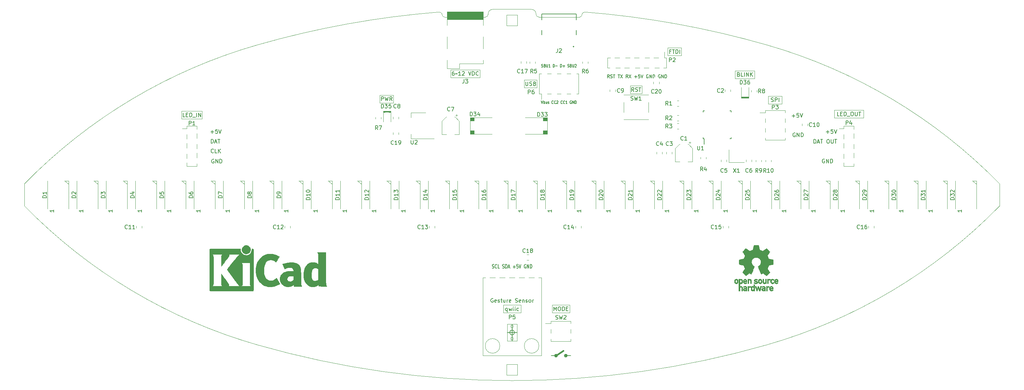
<source format=gbr>
%TF.GenerationSoftware,KiCad,Pcbnew,5.1.7-a382d34a8~87~ubuntu20.04.1*%
%TF.CreationDate,2020-11-05T15:53:10+05:30*%
%TF.ProjectId,halo,68616c6f-2e6b-4696-9361-645f70636258,v1*%
%TF.SameCoordinates,Original*%
%TF.FileFunction,Legend,Top*%
%TF.FilePolarity,Positive*%
%FSLAX46Y46*%
G04 Gerber Fmt 4.6, Leading zero omitted, Abs format (unit mm)*
G04 Created by KiCad (PCBNEW 5.1.7-a382d34a8~87~ubuntu20.04.1) date 2020-11-05 15:53:10*
%MOMM*%
%LPD*%
G01*
G04 APERTURE LIST*
%ADD10C,0.120000*%
%ADD11C,0.152400*%
%ADD12C,0.381000*%
%ADD13C,0.127000*%
%TA.AperFunction,Profile*%
%ADD14C,0.050000*%
%TD*%
%ADD15C,0.200000*%
%ADD16C,0.100000*%
%ADD17C,0.150000*%
%ADD18C,0.010000*%
%ADD19R,1.000000X3.150000*%
%ADD20C,0.650000*%
%ADD21R,2.180000X2.000000*%
%ADD22R,0.300000X1.150000*%
%ADD23R,0.600000X1.150000*%
%ADD24R,1.550000X1.300000*%
%ADD25R,2.000000X3.800000*%
%ADD26R,2.000000X1.500000*%
%ADD27R,2.400000X2.800000*%
%ADD28C,1.600000*%
%ADD29C,1.800000*%
%ADD30R,1.000000X1.500000*%
%ADD31C,1.000000*%
%ADD32R,2.540000X1.016000*%
%ADD33R,1.016000X2.540000*%
%ADD34R,3.150000X1.000000*%
%ADD35C,6.400000*%
%ADD36C,0.800000*%
%ADD37R,0.550000X1.600000*%
%ADD38R,1.600000X0.550000*%
%ADD39R,1.400000X1.200000*%
%ADD40R,2.500000X2.300000*%
%ADD41R,1.016000X1.905000*%
%ADD42C,3.175000*%
G04 APERTURE END LIST*
D10*
X223520000Y-79502000D02*
X223520000Y-81534000D01*
X231140000Y-79502000D02*
X223520000Y-79502000D01*
X231140000Y-81534000D02*
X231140000Y-79502000D01*
X223520000Y-81534000D02*
X231140000Y-81534000D01*
X206375000Y-75819000D02*
X206375000Y-77851000D01*
X209931000Y-75819000D02*
X206375000Y-75819000D01*
X209931000Y-77851000D02*
X209931000Y-75819000D01*
X206375000Y-77851000D02*
X209931000Y-77851000D01*
X197739000Y-69215000D02*
X197739000Y-71247000D01*
X202819000Y-69215000D02*
X197739000Y-69215000D01*
X202819000Y-71247000D02*
X202819000Y-69215000D01*
X197739000Y-71247000D02*
X202819000Y-71247000D01*
X170434000Y-73152000D02*
X170434000Y-75184000D01*
X173482000Y-73152000D02*
X170434000Y-73152000D01*
X173482000Y-75184000D02*
X173482000Y-73152000D01*
X170434000Y-75184000D02*
X173482000Y-75184000D01*
X180213000Y-63246000D02*
X180213000Y-65278000D01*
X183769000Y-63246000D02*
X180213000Y-63246000D01*
X183769000Y-65278000D02*
X183769000Y-63246000D01*
X180213000Y-65278000D02*
X183769000Y-65278000D01*
X142875000Y-71628000D02*
X146177000Y-71628000D01*
X142875000Y-73660000D02*
X142875000Y-71628000D01*
X146177000Y-73660000D02*
X142875000Y-73660000D01*
X146177000Y-71628000D02*
X146177000Y-73660000D01*
X123698000Y-70993000D02*
X123698000Y-68961000D01*
X131318000Y-70993000D02*
X123698000Y-70993000D01*
X131318000Y-68961000D02*
X131318000Y-70993000D01*
X123698000Y-68961000D02*
X131318000Y-68961000D01*
X105283000Y-77597000D02*
X105283000Y-75565000D01*
X108839000Y-77597000D02*
X105283000Y-77597000D01*
X108839000Y-75565000D02*
X108839000Y-77597000D01*
X105283000Y-75565000D02*
X108839000Y-75565000D01*
X53721000Y-81788000D02*
X53721000Y-79756000D01*
X59055000Y-81788000D02*
X53721000Y-81788000D01*
X59055000Y-79756000D02*
X59055000Y-81788000D01*
X53721000Y-79756000D02*
X59055000Y-79756000D01*
X150114000Y-130302000D02*
X154686000Y-130302000D01*
X154686000Y-130302000D02*
X154686000Y-132334000D01*
X154686000Y-132334000D02*
X150114000Y-132334000D01*
X150114000Y-132334000D02*
X150114000Y-130302000D01*
X137414000Y-132334000D02*
X137414000Y-130302000D01*
X141986000Y-132334000D02*
X137414000Y-132334000D01*
X141986000Y-130302000D02*
X141986000Y-132334000D01*
X137414000Y-130302000D02*
X141986000Y-130302000D01*
D11*
X153797000Y-143510000D02*
G75*
G03*
X153797000Y-143510000I-127000J0D01*
G01*
X151257000Y-143510000D02*
G75*
G03*
X151257000Y-143510000I-127000J0D01*
G01*
X151384000Y-143510000D02*
G75*
G03*
X151384000Y-143510000I-254000J0D01*
G01*
X153924000Y-143510000D02*
G75*
G03*
X153924000Y-143510000I-254000J0D01*
G01*
D12*
X151130000Y-143510000D02*
X153035000Y-142240000D01*
D13*
X153670000Y-143510000D02*
X154940000Y-143510000D01*
X151130000Y-143510000D02*
X149860000Y-143510000D01*
D11*
X154051000Y-143510000D02*
G75*
G03*
X154051000Y-143510000I-381000J0D01*
G01*
X151511000Y-143510000D02*
G75*
G03*
X151511000Y-143510000I-381000J0D01*
G01*
D14*
X73431896Y-62496118D02*
G75*
G02*
X120707642Y-53928265I66269656J-230949950D01*
G01*
X121541768Y-54762400D02*
G75*
G03*
X120707642Y-53928265I-834135J0D01*
G01*
X132715000Y-55245000D02*
G75*
G03*
X133477000Y-54483000I0J762000D01*
G01*
X132715000Y-55245000D02*
X122157808Y-55243390D01*
X134620000Y-53233692D02*
G75*
G03*
X133477000Y-54376692I0J-1143000D01*
G01*
X121541768Y-54762400D02*
G75*
G03*
X122157808Y-55243390I616040J154010D01*
G01*
X133477000Y-54483000D02*
X133477000Y-54376692D01*
X139700000Y-53180000D02*
G75*
G03*
X134620000Y-53233692I0J-240347211D01*
G01*
X145923000Y-54483000D02*
X145923000Y-54376692D01*
X157858232Y-54762400D02*
G75*
G02*
X158692358Y-53928265I834135J0D01*
G01*
X158692358Y-53928264D02*
G75*
G02*
X205969205Y-62493874I-18992358J-239578255D01*
G01*
X144780000Y-53233692D02*
G75*
G02*
X145923000Y-54376692I0J-1143000D01*
G01*
X139700000Y-53180000D02*
G75*
G02*
X144780000Y-53233692I0J-240347211D01*
G01*
X146685000Y-55245000D02*
G75*
G02*
X145923000Y-54483000I0J762000D01*
G01*
X157858232Y-54762400D02*
G75*
G02*
X157242192Y-55243390I-616040J154010D01*
G01*
X146685000Y-55245000D02*
X157242192Y-55243390D01*
X205969205Y-62493874D02*
G75*
G02*
X266571000Y-98721000I-37916205J-132229126D01*
G01*
X266571000Y-98721000D02*
X266571000Y-104479000D01*
X266571256Y-104479861D02*
G75*
G02*
X205969000Y-140707000I-98518256J96002861D01*
G01*
X205968733Y-140706537D02*
G75*
G02*
X139700000Y-150020000I-66268733J231106537D01*
G01*
X12828744Y-98720139D02*
G75*
G02*
X73431000Y-62493000I98518256J-96002861D01*
G01*
X139699871Y-150020519D02*
G75*
G02*
X73431000Y-140707000I129J240420519D01*
G01*
X12829000Y-98721000D02*
X12829000Y-104479000D01*
X73430795Y-140706126D02*
G75*
G02*
X12829000Y-104479000I37916205J132229126D01*
G01*
X89831000Y-134459000D02*
G75*
G03*
X89831000Y-134459000I-1717000J0D01*
G01*
X26734000Y-111075000D02*
G75*
G03*
X26734000Y-111075000I-1717000J0D01*
G01*
X141091000Y-145758000D02*
X138309000Y-145758000D01*
X138309000Y-145758000D02*
X138309000Y-148540000D01*
X138309000Y-148540000D02*
X141091000Y-148540000D01*
X141091000Y-148540000D02*
X141091000Y-145758000D01*
X193002000Y-134459000D02*
G75*
G03*
X193002000Y-134459000I-1716000J0D01*
G01*
X256100000Y-111075000D02*
G75*
G03*
X256100000Y-111075000I-1717000J0D01*
G01*
X26734000Y-92125000D02*
G75*
G03*
X26734000Y-92125000I-1717000J0D01*
G01*
X89831000Y-68741000D02*
G75*
G03*
X89831000Y-68741000I-1717000J0D01*
G01*
X256100000Y-92125000D02*
G75*
G03*
X256100000Y-92125000I-1717000J0D01*
G01*
X193002000Y-68741000D02*
G75*
G03*
X193002000Y-68741000I-1716000J0D01*
G01*
X141091000Y-54660000D02*
X138309000Y-54660000D01*
X138309000Y-54660000D02*
X138309000Y-57442000D01*
X138309000Y-57442000D02*
X141091000Y-57442000D01*
X141091000Y-57442000D02*
X141091000Y-54660000D01*
D10*
%TO.C,C18*%
X143502748Y-118591000D02*
X144025252Y-118591000D01*
X143502748Y-117121000D02*
X144025252Y-117121000D01*
%TO.C,P6*%
X146752000Y-75244000D02*
X146752000Y-70044000D01*
X157032000Y-75244000D02*
X157032000Y-70044000D01*
X147322000Y-76684000D02*
X147322000Y-75244000D01*
X146752000Y-75244000D02*
X147322000Y-75244000D01*
X146752000Y-70044000D02*
X147322000Y-70044000D01*
X156462000Y-75244000D02*
X157032000Y-75244000D01*
X156462000Y-70044000D02*
X157032000Y-70044000D01*
X148842000Y-75244000D02*
X149862000Y-75244000D01*
X148842000Y-70044000D02*
X149862000Y-70044000D01*
X151382000Y-75244000D02*
X152402000Y-75244000D01*
X151382000Y-70044000D02*
X152402000Y-70044000D01*
X153922000Y-75244000D02*
X154942000Y-75244000D01*
X153922000Y-70044000D02*
X154942000Y-70044000D01*
D15*
%TO.C,J2*%
X155772000Y-62936000D02*
G75*
G03*
X155772000Y-62936000I-100000J0D01*
G01*
X147422000Y-59846000D02*
X147422000Y-58636000D01*
X156362000Y-59846000D02*
X156362000Y-58636000D01*
X147422000Y-54426000D02*
X147422000Y-55916000D01*
X156362000Y-54426000D02*
X147422000Y-54426000D01*
X156362000Y-55916000D02*
X156362000Y-54426000D01*
D10*
%TO.C,C10*%
X216635000Y-83573252D02*
X216635000Y-83050748D01*
X215165000Y-83573252D02*
X215165000Y-83050748D01*
%TO.C,C1*%
X186214000Y-87928000D02*
X185714000Y-87928000D01*
X185964000Y-87678000D02*
X185964000Y-88178000D01*
X183208437Y-88418000D02*
X182144000Y-89482437D01*
X185599563Y-88418000D02*
X186664000Y-89482437D01*
X185599563Y-88418000D02*
X185464000Y-88418000D01*
X183208437Y-88418000D02*
X183344000Y-88418000D01*
X182144000Y-89482437D02*
X182144000Y-92938000D01*
X186664000Y-89482437D02*
X186664000Y-92938000D01*
X186664000Y-92938000D02*
X185464000Y-92938000D01*
X182144000Y-92938000D02*
X183344000Y-92938000D01*
%TO.C,SW1*%
X168728000Y-81970000D02*
X168728000Y-81940000D01*
X168728000Y-75510000D02*
X168728000Y-75540000D01*
X175188000Y-75510000D02*
X175188000Y-75540000D01*
X175188000Y-81940000D02*
X175188000Y-81970000D01*
X168728000Y-80040000D02*
X168728000Y-77440000D01*
X175188000Y-81970000D02*
X168728000Y-81970000D01*
X175188000Y-80040000D02*
X175188000Y-77440000D01*
X175188000Y-75510000D02*
X168728000Y-75510000D01*
%TO.C,U2*%
X113406000Y-80156000D02*
X113406000Y-81416000D01*
X113406000Y-86976000D02*
X113406000Y-85716000D01*
X117166000Y-80156000D02*
X113406000Y-80156000D01*
X119416000Y-86976000D02*
X113406000Y-86976000D01*
%TO.C,C6*%
X202030000Y-92971252D02*
X202030000Y-92448748D01*
X200560000Y-92971252D02*
X200560000Y-92448748D01*
%TO.C,J3*%
X127508000Y-53848000D02*
X132208000Y-53848000D01*
X132208000Y-66448000D02*
X132208000Y-67348000D01*
X126008000Y-68648000D02*
X122808000Y-68648000D01*
X122808000Y-68648000D02*
X122808000Y-66448000D01*
X122808000Y-53848000D02*
X127508000Y-53848000D01*
X126008000Y-68648000D02*
X126008000Y-67348000D01*
X126008000Y-67348000D02*
X132208000Y-67348000D01*
D16*
G36*
X122808000Y-55848000D02*
G01*
X122808000Y-53848000D01*
X132208000Y-53848000D01*
X132208000Y-55848000D01*
X122808000Y-55848000D01*
G37*
X122808000Y-55848000D02*
X122808000Y-53848000D01*
X132208000Y-53848000D01*
X132208000Y-55848000D01*
X122808000Y-55848000D01*
D10*
X132208000Y-63448000D02*
X132208000Y-60348000D01*
X132208000Y-57348000D02*
X132208000Y-53848000D01*
X122808000Y-63448000D02*
X122808000Y-60348000D01*
X122808000Y-57348000D02*
X122808000Y-53848000D01*
%TO.C,D32*%
X259610000Y-98000000D02*
X260510000Y-98800000D01*
X255060000Y-105250000D02*
X255060000Y-97950000D01*
X260560000Y-105250000D02*
X260560000Y-97950000D01*
X260560000Y-97950000D02*
X259410000Y-97950000D01*
%TO.C,D31*%
X251990000Y-98000000D02*
X252890000Y-98800000D01*
X247440000Y-105250000D02*
X247440000Y-97950000D01*
X252940000Y-105250000D02*
X252940000Y-97950000D01*
X252940000Y-97950000D02*
X251790000Y-97950000D01*
%TO.C,C9*%
X165127000Y-74160748D02*
X165127000Y-74683252D01*
X166597000Y-74160748D02*
X166597000Y-74683252D01*
%TO.C,R1*%
X183107064Y-76989000D02*
X182652936Y-76989000D01*
X183107064Y-78459000D02*
X182652936Y-78459000D01*
%TO.C,C11*%
X43407000Y-110243252D02*
X43407000Y-109720748D01*
X41937000Y-110243252D02*
X41937000Y-109720748D01*
%TO.C,C12*%
X82015000Y-110243252D02*
X82015000Y-109720748D01*
X80545000Y-110243252D02*
X80545000Y-109720748D01*
%TO.C,C13*%
X119607000Y-110243252D02*
X119607000Y-109720748D01*
X118137000Y-110243252D02*
X118137000Y-109720748D01*
%TO.C,C14*%
X157707000Y-110243252D02*
X157707000Y-109720748D01*
X156237000Y-110243252D02*
X156237000Y-109720748D01*
%TO.C,C15*%
X196061000Y-110243252D02*
X196061000Y-109720748D01*
X194591000Y-110243252D02*
X194591000Y-109720748D01*
%TO.C,C16*%
X233907000Y-110243252D02*
X233907000Y-109720748D01*
X232437000Y-110243252D02*
X232437000Y-109720748D01*
%TO.C,C2*%
X196569000Y-74683252D02*
X196569000Y-74160748D01*
X195099000Y-74683252D02*
X195099000Y-74160748D01*
%TO.C,C3*%
X179859000Y-90416748D02*
X179859000Y-90939252D01*
X181329000Y-90416748D02*
X181329000Y-90939252D01*
%TO.C,C4*%
X177319000Y-90416748D02*
X177319000Y-90939252D01*
X178789000Y-90416748D02*
X178789000Y-90939252D01*
%TO.C,C5*%
X194083000Y-92448748D02*
X194083000Y-92971252D01*
X195553000Y-92448748D02*
X195553000Y-92971252D01*
%TO.C,C7*%
X125508000Y-80816000D02*
X125008000Y-80816000D01*
X125258000Y-80566000D02*
X125258000Y-81066000D01*
X122502437Y-81306000D02*
X121438000Y-82370437D01*
X124893563Y-81306000D02*
X125958000Y-82370437D01*
X124893563Y-81306000D02*
X124758000Y-81306000D01*
X122502437Y-81306000D02*
X122638000Y-81306000D01*
X121438000Y-82370437D02*
X121438000Y-85826000D01*
X125958000Y-82370437D02*
X125958000Y-85826000D01*
X125958000Y-85826000D02*
X124758000Y-85826000D01*
X121438000Y-85826000D02*
X122638000Y-85826000D01*
%TO.C,C8*%
X110209000Y-81795252D02*
X110209000Y-81272748D01*
X108739000Y-81795252D02*
X108739000Y-81272748D01*
%TO.C,D1*%
X23390000Y-98000000D02*
X24290000Y-98800000D01*
X18840000Y-105250000D02*
X18840000Y-97950000D01*
X24340000Y-105250000D02*
X24340000Y-97950000D01*
X24340000Y-97950000D02*
X23190000Y-97950000D01*
%TO.C,D2*%
X31010000Y-98000000D02*
X31910000Y-98800000D01*
X26460000Y-105250000D02*
X26460000Y-97950000D01*
X31960000Y-105250000D02*
X31960000Y-97950000D01*
X31960000Y-97950000D02*
X30810000Y-97950000D01*
%TO.C,D3*%
X38630000Y-98000000D02*
X39530000Y-98800000D01*
X34080000Y-105250000D02*
X34080000Y-97950000D01*
X39580000Y-105250000D02*
X39580000Y-97950000D01*
X39580000Y-97950000D02*
X38430000Y-97950000D01*
%TO.C,D4*%
X46250000Y-98000000D02*
X47150000Y-98800000D01*
X41700000Y-105250000D02*
X41700000Y-97950000D01*
X47200000Y-105250000D02*
X47200000Y-97950000D01*
X47200000Y-97950000D02*
X46050000Y-97950000D01*
%TO.C,D5*%
X53870000Y-98000000D02*
X54770000Y-98800000D01*
X49320000Y-105250000D02*
X49320000Y-97950000D01*
X54820000Y-105250000D02*
X54820000Y-97950000D01*
X54820000Y-97950000D02*
X53670000Y-97950000D01*
%TO.C,D6*%
X61490000Y-98000000D02*
X62390000Y-98800000D01*
X56940000Y-105250000D02*
X56940000Y-97950000D01*
X62440000Y-105250000D02*
X62440000Y-97950000D01*
X62440000Y-97950000D02*
X61290000Y-97950000D01*
%TO.C,D7*%
X69110000Y-98000000D02*
X70010000Y-98800000D01*
X64560000Y-105250000D02*
X64560000Y-97950000D01*
X70060000Y-105250000D02*
X70060000Y-97950000D01*
X70060000Y-97950000D02*
X68910000Y-97950000D01*
%TO.C,D8*%
X76730000Y-98000000D02*
X77630000Y-98800000D01*
X72180000Y-105250000D02*
X72180000Y-97950000D01*
X77680000Y-105250000D02*
X77680000Y-97950000D01*
X77680000Y-97950000D02*
X76530000Y-97950000D01*
%TO.C,D9*%
X84350000Y-98000000D02*
X85250000Y-98800000D01*
X79800000Y-105250000D02*
X79800000Y-97950000D01*
X85300000Y-105250000D02*
X85300000Y-97950000D01*
X85300000Y-97950000D02*
X84150000Y-97950000D01*
%TO.C,D10*%
X91970000Y-98000000D02*
X92870000Y-98800000D01*
X87420000Y-105250000D02*
X87420000Y-97950000D01*
X92920000Y-105250000D02*
X92920000Y-97950000D01*
X92920000Y-97950000D02*
X91770000Y-97950000D01*
%TO.C,D11*%
X99590000Y-98000000D02*
X100490000Y-98800000D01*
X95040000Y-105250000D02*
X95040000Y-97950000D01*
X100540000Y-105250000D02*
X100540000Y-97950000D01*
X100540000Y-97950000D02*
X99390000Y-97950000D01*
%TO.C,D12*%
X107210000Y-98000000D02*
X108110000Y-98800000D01*
X102660000Y-105250000D02*
X102660000Y-97950000D01*
X108160000Y-105250000D02*
X108160000Y-97950000D01*
X108160000Y-97950000D02*
X107010000Y-97950000D01*
%TO.C,D13*%
X114830000Y-98000000D02*
X115730000Y-98800000D01*
X110280000Y-105250000D02*
X110280000Y-97950000D01*
X115780000Y-105250000D02*
X115780000Y-97950000D01*
X115780000Y-97950000D02*
X114630000Y-97950000D01*
%TO.C,D14*%
X122450000Y-98000000D02*
X123350000Y-98800000D01*
X117900000Y-105250000D02*
X117900000Y-97950000D01*
X123400000Y-105250000D02*
X123400000Y-97950000D01*
X123400000Y-97950000D02*
X122250000Y-97950000D01*
%TO.C,D15*%
X130070000Y-98000000D02*
X130970000Y-98800000D01*
X125520000Y-105250000D02*
X125520000Y-97950000D01*
X131020000Y-105250000D02*
X131020000Y-97950000D01*
X131020000Y-97950000D02*
X129870000Y-97950000D01*
%TO.C,D16*%
X137690000Y-98000000D02*
X138590000Y-98800000D01*
X133140000Y-105250000D02*
X133140000Y-97950000D01*
X138640000Y-105250000D02*
X138640000Y-97950000D01*
X138640000Y-97950000D02*
X137490000Y-97950000D01*
%TO.C,D17*%
X145310000Y-98000000D02*
X146210000Y-98800000D01*
X140760000Y-105250000D02*
X140760000Y-97950000D01*
X146260000Y-105250000D02*
X146260000Y-97950000D01*
X146260000Y-97950000D02*
X145110000Y-97950000D01*
%TO.C,D18*%
X152930000Y-98000000D02*
X153830000Y-98800000D01*
X148380000Y-105250000D02*
X148380000Y-97950000D01*
X153880000Y-105250000D02*
X153880000Y-97950000D01*
X153880000Y-97950000D02*
X152730000Y-97950000D01*
%TO.C,D19*%
X160550000Y-98000000D02*
X161450000Y-98800000D01*
X156000000Y-105250000D02*
X156000000Y-97950000D01*
X161500000Y-105250000D02*
X161500000Y-97950000D01*
X161500000Y-97950000D02*
X160350000Y-97950000D01*
%TO.C,D20*%
X168170000Y-98000000D02*
X169070000Y-98800000D01*
X163620000Y-105250000D02*
X163620000Y-97950000D01*
X169120000Y-105250000D02*
X169120000Y-97950000D01*
X169120000Y-97950000D02*
X167970000Y-97950000D01*
%TO.C,D21*%
X175790000Y-98000000D02*
X176690000Y-98800000D01*
X171240000Y-105250000D02*
X171240000Y-97950000D01*
X176740000Y-105250000D02*
X176740000Y-97950000D01*
X176740000Y-97950000D02*
X175590000Y-97950000D01*
%TO.C,D22*%
X183410000Y-98000000D02*
X184310000Y-98800000D01*
X178860000Y-105250000D02*
X178860000Y-97950000D01*
X184360000Y-105250000D02*
X184360000Y-97950000D01*
X184360000Y-97950000D02*
X183210000Y-97950000D01*
%TO.C,D23*%
X191030000Y-98000000D02*
X191930000Y-98800000D01*
X186480000Y-105250000D02*
X186480000Y-97950000D01*
X191980000Y-105250000D02*
X191980000Y-97950000D01*
X191980000Y-97950000D02*
X190830000Y-97950000D01*
%TO.C,D24*%
X198650000Y-98000000D02*
X199550000Y-98800000D01*
X194100000Y-105250000D02*
X194100000Y-97950000D01*
X199600000Y-105250000D02*
X199600000Y-97950000D01*
X199600000Y-97950000D02*
X198450000Y-97950000D01*
%TO.C,D25*%
X206270000Y-98000000D02*
X207170000Y-98800000D01*
X201720000Y-105250000D02*
X201720000Y-97950000D01*
X207220000Y-105250000D02*
X207220000Y-97950000D01*
X207220000Y-97950000D02*
X206070000Y-97950000D01*
%TO.C,D26*%
X213890000Y-98000000D02*
X214790000Y-98800000D01*
X209340000Y-105250000D02*
X209340000Y-97950000D01*
X214840000Y-105250000D02*
X214840000Y-97950000D01*
X214840000Y-97950000D02*
X213690000Y-97950000D01*
%TO.C,D27*%
X221510000Y-98000000D02*
X222410000Y-98800000D01*
X216960000Y-105250000D02*
X216960000Y-97950000D01*
X222460000Y-105250000D02*
X222460000Y-97950000D01*
X222460000Y-97950000D02*
X221310000Y-97950000D01*
%TO.C,D28*%
X229130000Y-98000000D02*
X230030000Y-98800000D01*
X224580000Y-105250000D02*
X224580000Y-97950000D01*
X230080000Y-105250000D02*
X230080000Y-97950000D01*
X230080000Y-97950000D02*
X228930000Y-97950000D01*
%TO.C,D29*%
X236750000Y-98000000D02*
X237650000Y-98800000D01*
X232200000Y-105250000D02*
X232200000Y-97950000D01*
X237700000Y-105250000D02*
X237700000Y-97950000D01*
X237700000Y-97950000D02*
X236550000Y-97950000D01*
%TO.C,D30*%
X244370000Y-98000000D02*
X245270000Y-98800000D01*
X239820000Y-105250000D02*
X239820000Y-97950000D01*
X245320000Y-105250000D02*
X245320000Y-97950000D01*
X245320000Y-97950000D02*
X244170000Y-97950000D01*
D16*
%TO.C,D35*%
G36*
X106218000Y-80044000D02*
G01*
X106218000Y-79734000D01*
X108158000Y-79734000D01*
X108158000Y-80044000D01*
X106218000Y-80044000D01*
G37*
X106218000Y-80044000D02*
X106218000Y-79734000D01*
X108158000Y-79734000D01*
X108158000Y-80044000D01*
X106218000Y-80044000D01*
D10*
X108148000Y-82534000D02*
X108148000Y-79849000D01*
X108148000Y-79849000D02*
X106228000Y-79849000D01*
X106228000Y-79849000D02*
X106228000Y-82534000D01*
D16*
%TO.C,D36*%
G36*
X201249000Y-76039000D02*
G01*
X201249000Y-76349000D01*
X199309000Y-76349000D01*
X199309000Y-76039000D01*
X201249000Y-76039000D01*
G37*
X201249000Y-76039000D02*
X201249000Y-76349000D01*
X199309000Y-76349000D01*
X199309000Y-76039000D01*
X201249000Y-76039000D01*
D10*
X199319000Y-73549000D02*
X199319000Y-76234000D01*
X199319000Y-76234000D02*
X201239000Y-76234000D01*
X201239000Y-76234000D02*
X201239000Y-73549000D01*
%TO.C,P1*%
X55058000Y-83660000D02*
X57718000Y-83660000D01*
X57718000Y-83660000D02*
X57718000Y-86870000D01*
X57718000Y-88390000D02*
X57718000Y-91950000D01*
X57718000Y-93470000D02*
X57718000Y-94140000D01*
X55058000Y-94140000D02*
X57718000Y-94140000D01*
X55058000Y-83660000D02*
X55058000Y-84330000D01*
X55058000Y-85850000D02*
X55058000Y-89410000D01*
X55058000Y-90930000D02*
X55058000Y-94140000D01*
X53848000Y-84330000D02*
X55058000Y-84330000D01*
%TO.C,P2*%
X167642000Y-65853000D02*
X164532000Y-65853000D01*
X172722000Y-65853000D02*
X169162000Y-65853000D01*
X177802000Y-65853000D02*
X174242000Y-65853000D01*
X170182000Y-68513000D02*
X166622000Y-68513000D01*
X175262000Y-68513000D02*
X171702000Y-68513000D01*
X165102000Y-68513000D02*
X164532000Y-68513000D01*
X179892000Y-65853000D02*
X179322000Y-65853000D01*
X179322000Y-65853000D02*
X179322000Y-64333000D01*
X179892000Y-68513000D02*
X176782000Y-68513000D01*
X164532000Y-65853000D02*
X164532000Y-68513000D01*
X179892000Y-65853000D02*
X179892000Y-68513000D01*
%TO.C,P3*%
X205553000Y-79569000D02*
X210753000Y-79569000D01*
X205553000Y-87309000D02*
X210753000Y-87309000D01*
X204113000Y-80139000D02*
X205553000Y-80139000D01*
X205553000Y-79569000D02*
X205553000Y-80139000D01*
X210753000Y-79569000D02*
X210753000Y-80139000D01*
X205553000Y-86739000D02*
X205553000Y-87309000D01*
X210753000Y-86739000D02*
X210753000Y-87309000D01*
X205553000Y-81659000D02*
X205553000Y-82679000D01*
X210753000Y-81659000D02*
X210753000Y-82679000D01*
X205553000Y-84199000D02*
X205553000Y-85219000D01*
X210753000Y-84199000D02*
X210753000Y-85219000D01*
%TO.C,P4*%
X226000000Y-83660000D02*
X228660000Y-83660000D01*
X228660000Y-83660000D02*
X228660000Y-86870000D01*
X228660000Y-88390000D02*
X228660000Y-91950000D01*
X228660000Y-93470000D02*
X228660000Y-94140000D01*
X226000000Y-94140000D02*
X228660000Y-94140000D01*
X226000000Y-83660000D02*
X226000000Y-84330000D01*
X226000000Y-85850000D02*
X226000000Y-89410000D01*
X226000000Y-90930000D02*
X226000000Y-94140000D01*
X224790000Y-84330000D02*
X226000000Y-84330000D01*
%TO.C,R2*%
X182652936Y-82269000D02*
X183107064Y-82269000D01*
X182652936Y-80799000D02*
X183107064Y-80799000D01*
%TO.C,R3*%
X182652936Y-84428000D02*
X183107064Y-84428000D01*
X182652936Y-82958000D02*
X183107064Y-82958000D01*
%TO.C,R4*%
X190219000Y-92175064D02*
X190219000Y-91720936D01*
X188749000Y-92175064D02*
X188749000Y-91720936D01*
%TO.C,R5*%
X145769000Y-67283064D02*
X145769000Y-66828936D01*
X144299000Y-67283064D02*
X144299000Y-66828936D01*
%TO.C,R6*%
X159485000Y-67283064D02*
X159485000Y-66828936D01*
X158015000Y-67283064D02*
X158015000Y-66828936D01*
%TO.C,R7*%
X104167000Y-81306936D02*
X104167000Y-81761064D01*
X105637000Y-81306936D02*
X105637000Y-81761064D01*
%TO.C,R8*%
X203427000Y-74776064D02*
X203427000Y-74321936D01*
X201957000Y-74776064D02*
X201957000Y-74321936D01*
D17*
%TO.C,U1*%
X189415000Y-86937000D02*
X189640000Y-86937000D01*
X189415000Y-79687000D02*
X189740000Y-79687000D01*
X196665000Y-79687000D02*
X196340000Y-79687000D01*
X196665000Y-86937000D02*
X196340000Y-86937000D01*
X189415000Y-86937000D02*
X189415000Y-86612000D01*
X196665000Y-86937000D02*
X196665000Y-86612000D01*
X196665000Y-79687000D02*
X196665000Y-80012000D01*
X189415000Y-79687000D02*
X189415000Y-80012000D01*
X189640000Y-86937000D02*
X189640000Y-88362000D01*
D10*
%TO.C,X1*%
X196120000Y-93090000D02*
X200120000Y-93090000D01*
X196120000Y-89790000D02*
X196120000Y-93090000D01*
D18*
%TO.C,G2*%
G36*
X64352554Y-115624541D02*
G01*
X64878756Y-115624613D01*
X65123697Y-115624623D01*
X69044301Y-115624623D01*
X69044301Y-115855734D01*
X69068968Y-116136976D01*
X69143416Y-116396359D01*
X69268314Y-116635424D01*
X69444330Y-116855714D01*
X69503882Y-116915210D01*
X69718105Y-117083971D01*
X69954310Y-117207052D01*
X70205483Y-117284510D01*
X70464607Y-117316399D01*
X70724667Y-117302776D01*
X70978647Y-117243697D01*
X71219531Y-117139217D01*
X71440304Y-116989393D01*
X71539457Y-116899001D01*
X71724227Y-116677376D01*
X71859716Y-116433661D01*
X71944744Y-116170643D01*
X71978128Y-115891106D01*
X71978572Y-115863606D01*
X71980322Y-115624632D01*
X72085355Y-115624628D01*
X72178530Y-115637273D01*
X72263644Y-115668040D01*
X72269269Y-115671219D01*
X72288492Y-115681194D01*
X72306145Y-115688962D01*
X72322292Y-115696787D01*
X72336995Y-115706930D01*
X72350319Y-115721655D01*
X72362328Y-115743225D01*
X72373085Y-115773901D01*
X72382654Y-115815947D01*
X72391099Y-115871626D01*
X72398484Y-115943199D01*
X72404873Y-116032930D01*
X72410329Y-116143082D01*
X72414916Y-116275916D01*
X72418698Y-116433696D01*
X72421740Y-116618684D01*
X72424103Y-116833144D01*
X72425853Y-117079337D01*
X72427053Y-117359527D01*
X72427768Y-117675975D01*
X72428060Y-118030946D01*
X72427993Y-118426700D01*
X72427632Y-118865502D01*
X72427040Y-119349614D01*
X72426281Y-119881298D01*
X72425419Y-120462817D01*
X72424518Y-121096433D01*
X72424413Y-121173629D01*
X72423605Y-121811287D01*
X72422919Y-122396582D01*
X72422283Y-122931778D01*
X72421624Y-123419136D01*
X72420869Y-123860917D01*
X72419947Y-124259382D01*
X72418784Y-124616795D01*
X72417307Y-124935415D01*
X72415445Y-125217506D01*
X72413124Y-125465328D01*
X72410271Y-125681143D01*
X72406815Y-125867213D01*
X72402682Y-126025800D01*
X72397800Y-126159164D01*
X72392096Y-126269569D01*
X72385498Y-126359275D01*
X72377932Y-126430544D01*
X72369327Y-126485638D01*
X72359610Y-126526818D01*
X72348707Y-126556346D01*
X72336547Y-126576484D01*
X72323057Y-126589493D01*
X72308163Y-126597636D01*
X72291794Y-126603173D01*
X72273877Y-126608366D01*
X72254339Y-126615477D01*
X72249566Y-126617642D01*
X72234566Y-126622506D01*
X72209459Y-126626976D01*
X72172054Y-126631066D01*
X72120158Y-126634793D01*
X72051580Y-126638173D01*
X71964127Y-126641221D01*
X71855606Y-126643954D01*
X71723826Y-126646387D01*
X71566594Y-126648537D01*
X71381719Y-126650419D01*
X71167007Y-126652049D01*
X70920266Y-126653443D01*
X70639306Y-126654617D01*
X70321932Y-126655587D01*
X69965953Y-126656369D01*
X69569178Y-126656979D01*
X69129412Y-126657432D01*
X68644465Y-126657745D01*
X68112144Y-126657934D01*
X67530257Y-126658013D01*
X66896611Y-126658000D01*
X66691356Y-126657980D01*
X66043653Y-126657876D01*
X65448356Y-126657706D01*
X64903245Y-126657453D01*
X64406103Y-126657098D01*
X63954710Y-126656626D01*
X63546849Y-126656018D01*
X63180300Y-126655258D01*
X62852846Y-126654327D01*
X62562268Y-126653209D01*
X62306348Y-126651886D01*
X62082867Y-126650341D01*
X61889606Y-126648557D01*
X61724348Y-126646516D01*
X61584873Y-126644201D01*
X61468963Y-126641594D01*
X61374400Y-126638678D01*
X61298966Y-126635436D01*
X61240442Y-126631851D01*
X61196609Y-126627905D01*
X61165248Y-126623581D01*
X61144143Y-126618862D01*
X61132637Y-126614540D01*
X61112188Y-126605916D01*
X61093413Y-126599557D01*
X61076240Y-126593203D01*
X61060598Y-126584597D01*
X61046416Y-126571480D01*
X61033623Y-126551594D01*
X61022148Y-126522679D01*
X61011920Y-126482479D01*
X61002867Y-126428733D01*
X60994920Y-126359185D01*
X60988006Y-126271574D01*
X60982055Y-126163644D01*
X60976995Y-126033135D01*
X60972755Y-125877789D01*
X60969265Y-125695348D01*
X60966453Y-125483553D01*
X60965717Y-125402258D01*
X61694639Y-125402258D01*
X64271013Y-125402258D01*
X64221439Y-125327150D01*
X64172122Y-125249968D01*
X64130360Y-125176469D01*
X64095559Y-125101512D01*
X64067123Y-125019953D01*
X64044460Y-124926648D01*
X64026975Y-124816453D01*
X64014074Y-124684225D01*
X64005163Y-124524820D01*
X63999648Y-124333095D01*
X63996936Y-124103907D01*
X63996431Y-123832112D01*
X63997541Y-123512566D01*
X63998170Y-123393932D01*
X64005268Y-122122123D01*
X64810967Y-123219010D01*
X65039221Y-123530183D01*
X65236975Y-123801143D01*
X65406365Y-124035478D01*
X65549527Y-124236780D01*
X65668595Y-124408637D01*
X65765705Y-124554640D01*
X65842993Y-124678378D01*
X65902593Y-124783441D01*
X65946641Y-124873420D01*
X65977272Y-124951903D01*
X65996622Y-125022480D01*
X66006825Y-125088742D01*
X66010017Y-125154277D01*
X66008333Y-125222677D01*
X66007903Y-125231274D01*
X65999032Y-125402372D01*
X67410764Y-125402315D01*
X68822495Y-125402258D01*
X68612484Y-125190500D01*
X68555496Y-125132582D01*
X68501434Y-125076225D01*
X68447924Y-125018322D01*
X68392596Y-124955764D01*
X68333075Y-124885443D01*
X68266989Y-124804251D01*
X68191966Y-124709081D01*
X68105633Y-124596823D01*
X68005617Y-124464370D01*
X67889546Y-124308614D01*
X67755048Y-124126446D01*
X67599749Y-123914760D01*
X67421278Y-123670446D01*
X67217260Y-123390397D01*
X66985325Y-123071504D01*
X66795218Y-122809920D01*
X66556628Y-122481292D01*
X66348492Y-122193957D01*
X66168925Y-121945187D01*
X66016043Y-121732254D01*
X65887959Y-121552430D01*
X65782788Y-121402986D01*
X65698645Y-121281196D01*
X65633643Y-121184331D01*
X65585897Y-121109662D01*
X65553523Y-121054463D01*
X65534634Y-121016004D01*
X65527345Y-120991559D01*
X65529536Y-120978706D01*
X65556087Y-120944504D01*
X65613492Y-120872108D01*
X65698287Y-120765820D01*
X65807008Y-120629945D01*
X65936192Y-120468784D01*
X66082374Y-120286643D01*
X66242091Y-120087822D01*
X66411879Y-119876627D01*
X66588274Y-119657359D01*
X66767813Y-119434323D01*
X66866565Y-119311720D01*
X69318452Y-119311720D01*
X69522258Y-119680430D01*
X69522258Y-125033548D01*
X69318452Y-125402258D01*
X70523889Y-125402258D01*
X70811659Y-125402174D01*
X71049353Y-125401797D01*
X71241518Y-125400935D01*
X71392702Y-125399400D01*
X71507452Y-125397000D01*
X71590315Y-125393546D01*
X71645838Y-125388849D01*
X71678570Y-125382717D01*
X71693057Y-125374961D01*
X71693847Y-125365391D01*
X71685487Y-125353817D01*
X71685401Y-125353721D01*
X71650964Y-125303907D01*
X71605363Y-125222910D01*
X71565092Y-125142055D01*
X71488709Y-124978925D01*
X71480919Y-122145322D01*
X71473129Y-119311720D01*
X69318452Y-119311720D01*
X66866565Y-119311720D01*
X66947031Y-119211821D01*
X67122464Y-118994157D01*
X67290650Y-118785633D01*
X67448123Y-118590554D01*
X67591421Y-118413221D01*
X67717079Y-118257939D01*
X67821634Y-118129010D01*
X67901621Y-118030738D01*
X67948602Y-117973441D01*
X68131037Y-117759180D01*
X68306548Y-117565830D01*
X68468984Y-117399720D01*
X68612195Y-117267180D01*
X68713829Y-117185921D01*
X68834002Y-117099462D01*
X66070160Y-117099462D01*
X66070936Y-117261646D01*
X66063212Y-117380883D01*
X66034172Y-117491426D01*
X65989218Y-117596216D01*
X65959996Y-117655416D01*
X65928577Y-117714074D01*
X65892091Y-117776086D01*
X65847669Y-117845345D01*
X65792439Y-117925746D01*
X65723531Y-118021181D01*
X65638077Y-118135547D01*
X65533204Y-118272735D01*
X65406045Y-118436642D01*
X65253727Y-118631160D01*
X65073382Y-118860185D01*
X64862138Y-119127609D01*
X64838279Y-119157783D01*
X64005268Y-120211195D01*
X63997204Y-119044522D01*
X63995580Y-118695069D01*
X63995926Y-118399230D01*
X63998258Y-118156030D01*
X64002593Y-117964493D01*
X64008949Y-117823644D01*
X64017341Y-117732508D01*
X64020162Y-117715220D01*
X64064416Y-117533117D01*
X64122398Y-117368950D01*
X64188563Y-117236954D01*
X64228313Y-117180972D01*
X64296898Y-117099462D01*
X62995547Y-117099462D01*
X62685115Y-117099728D01*
X62425523Y-117100591D01*
X62212986Y-117102154D01*
X62043724Y-117104517D01*
X61913952Y-117107780D01*
X61819889Y-117112045D01*
X61757752Y-117117413D01*
X61723759Y-117123983D01*
X61714126Y-117131858D01*
X61714792Y-117133602D01*
X61742380Y-117175243D01*
X61788436Y-117241248D01*
X61812265Y-117274631D01*
X61836901Y-117307944D01*
X61859045Y-117337734D01*
X61878836Y-117366933D01*
X61896414Y-117398474D01*
X61911919Y-117435286D01*
X61925489Y-117480303D01*
X61937264Y-117536455D01*
X61947384Y-117606675D01*
X61955987Y-117693894D01*
X61963214Y-117801043D01*
X61969204Y-117931055D01*
X61974096Y-118086861D01*
X61978029Y-118271393D01*
X61981143Y-118487581D01*
X61983578Y-118738359D01*
X61985473Y-119026658D01*
X61986967Y-119355409D01*
X61988199Y-119727543D01*
X61989310Y-120145994D01*
X61990438Y-120613691D01*
X61991492Y-121043354D01*
X61992488Y-121522353D01*
X61993006Y-121979362D01*
X61993059Y-122411464D01*
X61992662Y-122815738D01*
X61991828Y-123189265D01*
X61990571Y-123529127D01*
X61988906Y-123832404D01*
X61986844Y-124096177D01*
X61984401Y-124317527D01*
X61981590Y-124493535D01*
X61978424Y-124621283D01*
X61974918Y-124697849D01*
X61974255Y-124705941D01*
X61950095Y-124891568D01*
X61912376Y-125040647D01*
X61854936Y-125170750D01*
X61771611Y-125299452D01*
X61761189Y-125313494D01*
X61694639Y-125402258D01*
X60965717Y-125402258D01*
X60964248Y-125240145D01*
X60962579Y-124962867D01*
X60961375Y-124649459D01*
X60960565Y-124297664D01*
X60960078Y-123905223D01*
X60959844Y-123469877D01*
X60959789Y-122989368D01*
X60959844Y-122461438D01*
X60959938Y-121883828D01*
X60959998Y-121254279D01*
X60960000Y-121129301D01*
X60960035Y-120493122D01*
X60960153Y-119909325D01*
X60960372Y-119375668D01*
X60960708Y-118889909D01*
X60961178Y-118449805D01*
X60961802Y-118053116D01*
X60962594Y-117697599D01*
X60963574Y-117381012D01*
X60964758Y-117101113D01*
X60966164Y-116855661D01*
X60967810Y-116642413D01*
X60969712Y-116459128D01*
X60971887Y-116303564D01*
X60974355Y-116173478D01*
X60977131Y-116066629D01*
X60980233Y-115980775D01*
X60983679Y-115913674D01*
X60987485Y-115863084D01*
X60991670Y-115826764D01*
X60996251Y-115802470D01*
X61001245Y-115787962D01*
X61001430Y-115787600D01*
X61011715Y-115765437D01*
X61020282Y-115745372D01*
X61029759Y-115727301D01*
X61042774Y-115711121D01*
X61061957Y-115696726D01*
X61089935Y-115684014D01*
X61129337Y-115672880D01*
X61182792Y-115663221D01*
X61252929Y-115654932D01*
X61342376Y-115647910D01*
X61453762Y-115642050D01*
X61589716Y-115637250D01*
X61752865Y-115633404D01*
X61945839Y-115630409D01*
X62171267Y-115628161D01*
X62431776Y-115626556D01*
X62729996Y-115625491D01*
X63068555Y-115624860D01*
X63450082Y-115624561D01*
X63877206Y-115624490D01*
X64352554Y-115624541D01*
G37*
X64352554Y-115624541D02*
X64878756Y-115624613D01*
X65123697Y-115624623D01*
X69044301Y-115624623D01*
X69044301Y-115855734D01*
X69068968Y-116136976D01*
X69143416Y-116396359D01*
X69268314Y-116635424D01*
X69444330Y-116855714D01*
X69503882Y-116915210D01*
X69718105Y-117083971D01*
X69954310Y-117207052D01*
X70205483Y-117284510D01*
X70464607Y-117316399D01*
X70724667Y-117302776D01*
X70978647Y-117243697D01*
X71219531Y-117139217D01*
X71440304Y-116989393D01*
X71539457Y-116899001D01*
X71724227Y-116677376D01*
X71859716Y-116433661D01*
X71944744Y-116170643D01*
X71978128Y-115891106D01*
X71978572Y-115863606D01*
X71980322Y-115624632D01*
X72085355Y-115624628D01*
X72178530Y-115637273D01*
X72263644Y-115668040D01*
X72269269Y-115671219D01*
X72288492Y-115681194D01*
X72306145Y-115688962D01*
X72322292Y-115696787D01*
X72336995Y-115706930D01*
X72350319Y-115721655D01*
X72362328Y-115743225D01*
X72373085Y-115773901D01*
X72382654Y-115815947D01*
X72391099Y-115871626D01*
X72398484Y-115943199D01*
X72404873Y-116032930D01*
X72410329Y-116143082D01*
X72414916Y-116275916D01*
X72418698Y-116433696D01*
X72421740Y-116618684D01*
X72424103Y-116833144D01*
X72425853Y-117079337D01*
X72427053Y-117359527D01*
X72427768Y-117675975D01*
X72428060Y-118030946D01*
X72427993Y-118426700D01*
X72427632Y-118865502D01*
X72427040Y-119349614D01*
X72426281Y-119881298D01*
X72425419Y-120462817D01*
X72424518Y-121096433D01*
X72424413Y-121173629D01*
X72423605Y-121811287D01*
X72422919Y-122396582D01*
X72422283Y-122931778D01*
X72421624Y-123419136D01*
X72420869Y-123860917D01*
X72419947Y-124259382D01*
X72418784Y-124616795D01*
X72417307Y-124935415D01*
X72415445Y-125217506D01*
X72413124Y-125465328D01*
X72410271Y-125681143D01*
X72406815Y-125867213D01*
X72402682Y-126025800D01*
X72397800Y-126159164D01*
X72392096Y-126269569D01*
X72385498Y-126359275D01*
X72377932Y-126430544D01*
X72369327Y-126485638D01*
X72359610Y-126526818D01*
X72348707Y-126556346D01*
X72336547Y-126576484D01*
X72323057Y-126589493D01*
X72308163Y-126597636D01*
X72291794Y-126603173D01*
X72273877Y-126608366D01*
X72254339Y-126615477D01*
X72249566Y-126617642D01*
X72234566Y-126622506D01*
X72209459Y-126626976D01*
X72172054Y-126631066D01*
X72120158Y-126634793D01*
X72051580Y-126638173D01*
X71964127Y-126641221D01*
X71855606Y-126643954D01*
X71723826Y-126646387D01*
X71566594Y-126648537D01*
X71381719Y-126650419D01*
X71167007Y-126652049D01*
X70920266Y-126653443D01*
X70639306Y-126654617D01*
X70321932Y-126655587D01*
X69965953Y-126656369D01*
X69569178Y-126656979D01*
X69129412Y-126657432D01*
X68644465Y-126657745D01*
X68112144Y-126657934D01*
X67530257Y-126658013D01*
X66896611Y-126658000D01*
X66691356Y-126657980D01*
X66043653Y-126657876D01*
X65448356Y-126657706D01*
X64903245Y-126657453D01*
X64406103Y-126657098D01*
X63954710Y-126656626D01*
X63546849Y-126656018D01*
X63180300Y-126655258D01*
X62852846Y-126654327D01*
X62562268Y-126653209D01*
X62306348Y-126651886D01*
X62082867Y-126650341D01*
X61889606Y-126648557D01*
X61724348Y-126646516D01*
X61584873Y-126644201D01*
X61468963Y-126641594D01*
X61374400Y-126638678D01*
X61298966Y-126635436D01*
X61240442Y-126631851D01*
X61196609Y-126627905D01*
X61165248Y-126623581D01*
X61144143Y-126618862D01*
X61132637Y-126614540D01*
X61112188Y-126605916D01*
X61093413Y-126599557D01*
X61076240Y-126593203D01*
X61060598Y-126584597D01*
X61046416Y-126571480D01*
X61033623Y-126551594D01*
X61022148Y-126522679D01*
X61011920Y-126482479D01*
X61002867Y-126428733D01*
X60994920Y-126359185D01*
X60988006Y-126271574D01*
X60982055Y-126163644D01*
X60976995Y-126033135D01*
X60972755Y-125877789D01*
X60969265Y-125695348D01*
X60966453Y-125483553D01*
X60965717Y-125402258D01*
X61694639Y-125402258D01*
X64271013Y-125402258D01*
X64221439Y-125327150D01*
X64172122Y-125249968D01*
X64130360Y-125176469D01*
X64095559Y-125101512D01*
X64067123Y-125019953D01*
X64044460Y-124926648D01*
X64026975Y-124816453D01*
X64014074Y-124684225D01*
X64005163Y-124524820D01*
X63999648Y-124333095D01*
X63996936Y-124103907D01*
X63996431Y-123832112D01*
X63997541Y-123512566D01*
X63998170Y-123393932D01*
X64005268Y-122122123D01*
X64810967Y-123219010D01*
X65039221Y-123530183D01*
X65236975Y-123801143D01*
X65406365Y-124035478D01*
X65549527Y-124236780D01*
X65668595Y-124408637D01*
X65765705Y-124554640D01*
X65842993Y-124678378D01*
X65902593Y-124783441D01*
X65946641Y-124873420D01*
X65977272Y-124951903D01*
X65996622Y-125022480D01*
X66006825Y-125088742D01*
X66010017Y-125154277D01*
X66008333Y-125222677D01*
X66007903Y-125231274D01*
X65999032Y-125402372D01*
X67410764Y-125402315D01*
X68822495Y-125402258D01*
X68612484Y-125190500D01*
X68555496Y-125132582D01*
X68501434Y-125076225D01*
X68447924Y-125018322D01*
X68392596Y-124955764D01*
X68333075Y-124885443D01*
X68266989Y-124804251D01*
X68191966Y-124709081D01*
X68105633Y-124596823D01*
X68005617Y-124464370D01*
X67889546Y-124308614D01*
X67755048Y-124126446D01*
X67599749Y-123914760D01*
X67421278Y-123670446D01*
X67217260Y-123390397D01*
X66985325Y-123071504D01*
X66795218Y-122809920D01*
X66556628Y-122481292D01*
X66348492Y-122193957D01*
X66168925Y-121945187D01*
X66016043Y-121732254D01*
X65887959Y-121552430D01*
X65782788Y-121402986D01*
X65698645Y-121281196D01*
X65633643Y-121184331D01*
X65585897Y-121109662D01*
X65553523Y-121054463D01*
X65534634Y-121016004D01*
X65527345Y-120991559D01*
X65529536Y-120978706D01*
X65556087Y-120944504D01*
X65613492Y-120872108D01*
X65698287Y-120765820D01*
X65807008Y-120629945D01*
X65936192Y-120468784D01*
X66082374Y-120286643D01*
X66242091Y-120087822D01*
X66411879Y-119876627D01*
X66588274Y-119657359D01*
X66767813Y-119434323D01*
X66866565Y-119311720D01*
X69318452Y-119311720D01*
X69522258Y-119680430D01*
X69522258Y-125033548D01*
X69318452Y-125402258D01*
X70523889Y-125402258D01*
X70811659Y-125402174D01*
X71049353Y-125401797D01*
X71241518Y-125400935D01*
X71392702Y-125399400D01*
X71507452Y-125397000D01*
X71590315Y-125393546D01*
X71645838Y-125388849D01*
X71678570Y-125382717D01*
X71693057Y-125374961D01*
X71693847Y-125365391D01*
X71685487Y-125353817D01*
X71685401Y-125353721D01*
X71650964Y-125303907D01*
X71605363Y-125222910D01*
X71565092Y-125142055D01*
X71488709Y-124978925D01*
X71480919Y-122145322D01*
X71473129Y-119311720D01*
X69318452Y-119311720D01*
X66866565Y-119311720D01*
X66947031Y-119211821D01*
X67122464Y-118994157D01*
X67290650Y-118785633D01*
X67448123Y-118590554D01*
X67591421Y-118413221D01*
X67717079Y-118257939D01*
X67821634Y-118129010D01*
X67901621Y-118030738D01*
X67948602Y-117973441D01*
X68131037Y-117759180D01*
X68306548Y-117565830D01*
X68468984Y-117399720D01*
X68612195Y-117267180D01*
X68713829Y-117185921D01*
X68834002Y-117099462D01*
X66070160Y-117099462D01*
X66070936Y-117261646D01*
X66063212Y-117380883D01*
X66034172Y-117491426D01*
X65989218Y-117596216D01*
X65959996Y-117655416D01*
X65928577Y-117714074D01*
X65892091Y-117776086D01*
X65847669Y-117845345D01*
X65792439Y-117925746D01*
X65723531Y-118021181D01*
X65638077Y-118135547D01*
X65533204Y-118272735D01*
X65406045Y-118436642D01*
X65253727Y-118631160D01*
X65073382Y-118860185D01*
X64862138Y-119127609D01*
X64838279Y-119157783D01*
X64005268Y-120211195D01*
X63997204Y-119044522D01*
X63995580Y-118695069D01*
X63995926Y-118399230D01*
X63998258Y-118156030D01*
X64002593Y-117964493D01*
X64008949Y-117823644D01*
X64017341Y-117732508D01*
X64020162Y-117715220D01*
X64064416Y-117533117D01*
X64122398Y-117368950D01*
X64188563Y-117236954D01*
X64228313Y-117180972D01*
X64296898Y-117099462D01*
X62995547Y-117099462D01*
X62685115Y-117099728D01*
X62425523Y-117100591D01*
X62212986Y-117102154D01*
X62043724Y-117104517D01*
X61913952Y-117107780D01*
X61819889Y-117112045D01*
X61757752Y-117117413D01*
X61723759Y-117123983D01*
X61714126Y-117131858D01*
X61714792Y-117133602D01*
X61742380Y-117175243D01*
X61788436Y-117241248D01*
X61812265Y-117274631D01*
X61836901Y-117307944D01*
X61859045Y-117337734D01*
X61878836Y-117366933D01*
X61896414Y-117398474D01*
X61911919Y-117435286D01*
X61925489Y-117480303D01*
X61937264Y-117536455D01*
X61947384Y-117606675D01*
X61955987Y-117693894D01*
X61963214Y-117801043D01*
X61969204Y-117931055D01*
X61974096Y-118086861D01*
X61978029Y-118271393D01*
X61981143Y-118487581D01*
X61983578Y-118738359D01*
X61985473Y-119026658D01*
X61986967Y-119355409D01*
X61988199Y-119727543D01*
X61989310Y-120145994D01*
X61990438Y-120613691D01*
X61991492Y-121043354D01*
X61992488Y-121522353D01*
X61993006Y-121979362D01*
X61993059Y-122411464D01*
X61992662Y-122815738D01*
X61991828Y-123189265D01*
X61990571Y-123529127D01*
X61988906Y-123832404D01*
X61986844Y-124096177D01*
X61984401Y-124317527D01*
X61981590Y-124493535D01*
X61978424Y-124621283D01*
X61974918Y-124697849D01*
X61974255Y-124705941D01*
X61950095Y-124891568D01*
X61912376Y-125040647D01*
X61854936Y-125170750D01*
X61771611Y-125299452D01*
X61761189Y-125313494D01*
X61694639Y-125402258D01*
X60965717Y-125402258D01*
X60964248Y-125240145D01*
X60962579Y-124962867D01*
X60961375Y-124649459D01*
X60960565Y-124297664D01*
X60960078Y-123905223D01*
X60959844Y-123469877D01*
X60959789Y-122989368D01*
X60959844Y-122461438D01*
X60959938Y-121883828D01*
X60959998Y-121254279D01*
X60960000Y-121129301D01*
X60960035Y-120493122D01*
X60960153Y-119909325D01*
X60960372Y-119375668D01*
X60960708Y-118889909D01*
X60961178Y-118449805D01*
X60961802Y-118053116D01*
X60962594Y-117697599D01*
X60963574Y-117381012D01*
X60964758Y-117101113D01*
X60966164Y-116855661D01*
X60967810Y-116642413D01*
X60969712Y-116459128D01*
X60971887Y-116303564D01*
X60974355Y-116173478D01*
X60977131Y-116066629D01*
X60980233Y-115980775D01*
X60983679Y-115913674D01*
X60987485Y-115863084D01*
X60991670Y-115826764D01*
X60996251Y-115802470D01*
X61001245Y-115787962D01*
X61001430Y-115787600D01*
X61011715Y-115765437D01*
X61020282Y-115745372D01*
X61029759Y-115727301D01*
X61042774Y-115711121D01*
X61061957Y-115696726D01*
X61089935Y-115684014D01*
X61129337Y-115672880D01*
X61182792Y-115663221D01*
X61252929Y-115654932D01*
X61342376Y-115647910D01*
X61453762Y-115642050D01*
X61589716Y-115637250D01*
X61752865Y-115633404D01*
X61945839Y-115630409D01*
X62171267Y-115628161D01*
X62431776Y-115626556D01*
X62729996Y-115625491D01*
X63068555Y-115624860D01*
X63450082Y-115624561D01*
X63877206Y-115624490D01*
X64352554Y-115624541D01*
G36*
X77075193Y-116990777D02*
G01*
X77369706Y-117023019D01*
X77655039Y-117080729D01*
X77942800Y-117166917D01*
X78244596Y-117284593D01*
X78572034Y-117436767D01*
X78631001Y-117466243D01*
X78766324Y-117532910D01*
X78893951Y-117592939D01*
X79001287Y-117640599D01*
X79075736Y-117670155D01*
X79087173Y-117673876D01*
X79196774Y-117706714D01*
X78706155Y-118420453D01*
X78586206Y-118594895D01*
X78476539Y-118754270D01*
X78380883Y-118893168D01*
X78302969Y-119006178D01*
X78246525Y-119087890D01*
X78215281Y-119132891D01*
X78210205Y-119140018D01*
X78189588Y-119125117D01*
X78138839Y-119080320D01*
X78067034Y-119013765D01*
X78027406Y-118976147D01*
X77802882Y-118797568D01*
X77550726Y-118661868D01*
X77333440Y-118587537D01*
X77203007Y-118564193D01*
X77039693Y-118549967D01*
X76862707Y-118545124D01*
X76691256Y-118549926D01*
X76544548Y-118564638D01*
X76486007Y-118575905D01*
X76222147Y-118666685D01*
X75984378Y-118805296D01*
X75772876Y-118991485D01*
X75587816Y-119224999D01*
X75429375Y-119505584D01*
X75297729Y-119832987D01*
X75193054Y-120206955D01*
X75130845Y-120527097D01*
X75114614Y-120668426D01*
X75103556Y-120851004D01*
X75097563Y-121061709D01*
X75096527Y-121287422D01*
X75100343Y-121515022D01*
X75108903Y-121731389D01*
X75122101Y-121923402D01*
X75139830Y-122077943D01*
X75143667Y-122101786D01*
X75228251Y-122485860D01*
X75343495Y-122825783D01*
X75490103Y-123123078D01*
X75668774Y-123379268D01*
X75795600Y-123517775D01*
X76023525Y-123705828D01*
X76273488Y-123845220D01*
X76541270Y-123935195D01*
X76822656Y-123974994D01*
X77113429Y-123963857D01*
X77409373Y-123901026D01*
X77584340Y-123839547D01*
X77826466Y-123716436D01*
X78076020Y-123539837D01*
X78215809Y-123420412D01*
X78294301Y-123351291D01*
X78355970Y-123300579D01*
X78391072Y-123276144D01*
X78395430Y-123275398D01*
X78411097Y-123300367D01*
X78451692Y-123366348D01*
X78513757Y-123467685D01*
X78593833Y-123598721D01*
X78688462Y-123753800D01*
X78794186Y-123927265D01*
X78853033Y-124023896D01*
X79302526Y-124762201D01*
X78741317Y-125039549D01*
X78538404Y-125139172D01*
X78374027Y-125217729D01*
X78238139Y-125279122D01*
X78120691Y-125327253D01*
X78011636Y-125366023D01*
X77900926Y-125399333D01*
X77778513Y-125431086D01*
X77661182Y-125458969D01*
X77556895Y-125480546D01*
X77447832Y-125496851D01*
X77323073Y-125508791D01*
X77171703Y-125517270D01*
X76982801Y-125523192D01*
X76855483Y-125525749D01*
X76673823Y-125527494D01*
X76499633Y-125526614D01*
X76344443Y-125523360D01*
X76219777Y-125517984D01*
X76137166Y-125510735D01*
X76132270Y-125510012D01*
X75703291Y-125417205D01*
X75300449Y-125276449D01*
X74923888Y-125087839D01*
X74573748Y-124851466D01*
X74250172Y-124567424D01*
X73953300Y-124235805D01*
X73738299Y-123941075D01*
X73509411Y-123555298D01*
X73324389Y-123147895D01*
X73182338Y-122715600D01*
X73082364Y-122255146D01*
X73023572Y-121763267D01*
X73005049Y-121263799D01*
X73020283Y-120780634D01*
X73068156Y-120334842D01*
X73150189Y-119918905D01*
X73267903Y-119525304D01*
X73422819Y-119146518D01*
X73441317Y-119107275D01*
X73645106Y-118740440D01*
X73895402Y-118391360D01*
X74185115Y-118067260D01*
X74507154Y-117775366D01*
X74854426Y-117522904D01*
X75178013Y-117337714D01*
X75504904Y-117192670D01*
X75832489Y-117087603D01*
X76173448Y-117019653D01*
X76540465Y-116985960D01*
X76759892Y-116980992D01*
X77075193Y-116990777D01*
G37*
X77075193Y-116990777D02*
X77369706Y-117023019D01*
X77655039Y-117080729D01*
X77942800Y-117166917D01*
X78244596Y-117284593D01*
X78572034Y-117436767D01*
X78631001Y-117466243D01*
X78766324Y-117532910D01*
X78893951Y-117592939D01*
X79001287Y-117640599D01*
X79075736Y-117670155D01*
X79087173Y-117673876D01*
X79196774Y-117706714D01*
X78706155Y-118420453D01*
X78586206Y-118594895D01*
X78476539Y-118754270D01*
X78380883Y-118893168D01*
X78302969Y-119006178D01*
X78246525Y-119087890D01*
X78215281Y-119132891D01*
X78210205Y-119140018D01*
X78189588Y-119125117D01*
X78138839Y-119080320D01*
X78067034Y-119013765D01*
X78027406Y-118976147D01*
X77802882Y-118797568D01*
X77550726Y-118661868D01*
X77333440Y-118587537D01*
X77203007Y-118564193D01*
X77039693Y-118549967D01*
X76862707Y-118545124D01*
X76691256Y-118549926D01*
X76544548Y-118564638D01*
X76486007Y-118575905D01*
X76222147Y-118666685D01*
X75984378Y-118805296D01*
X75772876Y-118991485D01*
X75587816Y-119224999D01*
X75429375Y-119505584D01*
X75297729Y-119832987D01*
X75193054Y-120206955D01*
X75130845Y-120527097D01*
X75114614Y-120668426D01*
X75103556Y-120851004D01*
X75097563Y-121061709D01*
X75096527Y-121287422D01*
X75100343Y-121515022D01*
X75108903Y-121731389D01*
X75122101Y-121923402D01*
X75139830Y-122077943D01*
X75143667Y-122101786D01*
X75228251Y-122485860D01*
X75343495Y-122825783D01*
X75490103Y-123123078D01*
X75668774Y-123379268D01*
X75795600Y-123517775D01*
X76023525Y-123705828D01*
X76273488Y-123845220D01*
X76541270Y-123935195D01*
X76822656Y-123974994D01*
X77113429Y-123963857D01*
X77409373Y-123901026D01*
X77584340Y-123839547D01*
X77826466Y-123716436D01*
X78076020Y-123539837D01*
X78215809Y-123420412D01*
X78294301Y-123351291D01*
X78355970Y-123300579D01*
X78391072Y-123276144D01*
X78395430Y-123275398D01*
X78411097Y-123300367D01*
X78451692Y-123366348D01*
X78513757Y-123467685D01*
X78593833Y-123598721D01*
X78688462Y-123753800D01*
X78794186Y-123927265D01*
X78853033Y-124023896D01*
X79302526Y-124762201D01*
X78741317Y-125039549D01*
X78538404Y-125139172D01*
X78374027Y-125217729D01*
X78238139Y-125279122D01*
X78120691Y-125327253D01*
X78011636Y-125366023D01*
X77900926Y-125399333D01*
X77778513Y-125431086D01*
X77661182Y-125458969D01*
X77556895Y-125480546D01*
X77447832Y-125496851D01*
X77323073Y-125508791D01*
X77171703Y-125517270D01*
X76982801Y-125523192D01*
X76855483Y-125525749D01*
X76673823Y-125527494D01*
X76499633Y-125526614D01*
X76344443Y-125523360D01*
X76219777Y-125517984D01*
X76137166Y-125510735D01*
X76132270Y-125510012D01*
X75703291Y-125417205D01*
X75300449Y-125276449D01*
X74923888Y-125087839D01*
X74573748Y-124851466D01*
X74250172Y-124567424D01*
X73953300Y-124235805D01*
X73738299Y-123941075D01*
X73509411Y-123555298D01*
X73324389Y-123147895D01*
X73182338Y-122715600D01*
X73082364Y-122255146D01*
X73023572Y-121763267D01*
X73005049Y-121263799D01*
X73020283Y-120780634D01*
X73068156Y-120334842D01*
X73150189Y-119918905D01*
X73267903Y-119525304D01*
X73422819Y-119146518D01*
X73441317Y-119107275D01*
X73645106Y-118740440D01*
X73895402Y-118391360D01*
X74185115Y-118067260D01*
X74507154Y-117775366D01*
X74854426Y-117522904D01*
X75178013Y-117337714D01*
X75504904Y-117192670D01*
X75832489Y-117087603D01*
X76173448Y-117019653D01*
X76540465Y-116985960D01*
X76759892Y-116980992D01*
X77075193Y-116990777D01*
G36*
X82500951Y-119186368D02*
G01*
X82636272Y-119196611D01*
X83023442Y-119248122D01*
X83366321Y-119330283D01*
X83666580Y-119444222D01*
X83925888Y-119591072D01*
X84145916Y-119771962D01*
X84328334Y-119988022D01*
X84474811Y-120240384D01*
X84581771Y-120513441D01*
X84608921Y-120600541D01*
X84632564Y-120682107D01*
X84652977Y-120762529D01*
X84670439Y-120846199D01*
X84685230Y-120937508D01*
X84697627Y-121040847D01*
X84707911Y-121160609D01*
X84716358Y-121301183D01*
X84723248Y-121466962D01*
X84728861Y-121662336D01*
X84733473Y-121891698D01*
X84737365Y-122159437D01*
X84740815Y-122469947D01*
X84744102Y-122827618D01*
X84746451Y-123108064D01*
X84762258Y-125033548D01*
X84864677Y-125218843D01*
X84913175Y-125308111D01*
X84949266Y-125377448D01*
X84966483Y-125414354D01*
X84967096Y-125416854D01*
X84940780Y-125419715D01*
X84865811Y-125422351D01*
X84748161Y-125424689D01*
X84593800Y-125426653D01*
X84408700Y-125428170D01*
X84198832Y-125429165D01*
X83970167Y-125429565D01*
X83942903Y-125429570D01*
X82918709Y-125429570D01*
X82918709Y-125197419D01*
X82916963Y-125092507D01*
X82912302Y-125012271D01*
X82905596Y-124969251D01*
X82902632Y-124965269D01*
X82875523Y-124981950D01*
X82819731Y-125025731D01*
X82747215Y-125087216D01*
X82745589Y-125088638D01*
X82613257Y-125187160D01*
X82446133Y-125286089D01*
X82263100Y-125375706D01*
X82083043Y-125446293D01*
X82003763Y-125470414D01*
X81845991Y-125501051D01*
X81652397Y-125520602D01*
X81440704Y-125528787D01*
X81228632Y-125525327D01*
X81033904Y-125509945D01*
X80897634Y-125487811D01*
X80563454Y-125389676D01*
X80262603Y-125249819D01*
X79997039Y-125069974D01*
X79768721Y-124851876D01*
X79579606Y-124597261D01*
X79431653Y-124307864D01*
X79367825Y-124132258D01*
X79327823Y-123961576D01*
X79301313Y-123756678D01*
X79289047Y-123536464D01*
X79289450Y-123504420D01*
X81136612Y-123504420D01*
X81151930Y-123668053D01*
X81202935Y-123804042D01*
X81297204Y-123930208D01*
X81333411Y-123967203D01*
X81462120Y-124067221D01*
X81610885Y-124131294D01*
X81789113Y-124162309D01*
X81976798Y-124164593D01*
X82154814Y-124149514D01*
X82291112Y-124120021D01*
X82350306Y-124097869D01*
X82456995Y-124037496D01*
X82570037Y-123952589D01*
X82673175Y-123857295D01*
X82750151Y-123765760D01*
X82770591Y-123732181D01*
X82786481Y-123685157D01*
X82797778Y-123610333D01*
X82805009Y-123500560D01*
X82808700Y-123348692D01*
X82809462Y-123204155D01*
X82808946Y-123035644D01*
X82806860Y-122913799D01*
X82802402Y-122830666D01*
X82794765Y-122778292D01*
X82783146Y-122748726D01*
X82766740Y-122734013D01*
X82761666Y-122731670D01*
X82717570Y-122724453D01*
X82630600Y-122718550D01*
X82512500Y-122714493D01*
X82375014Y-122712815D01*
X82345161Y-122712813D01*
X82161386Y-122715746D01*
X82019407Y-122724469D01*
X81906591Y-122740177D01*
X81813402Y-122763118D01*
X81582246Y-122850535D01*
X81400973Y-122958010D01*
X81268014Y-123087262D01*
X81181801Y-123240010D01*
X81140762Y-123417972D01*
X81136612Y-123504420D01*
X79289450Y-123504420D01*
X79291776Y-123319834D01*
X79310252Y-123125689D01*
X79324664Y-123047252D01*
X79416690Y-122756017D01*
X79556623Y-122488054D01*
X79741823Y-122245932D01*
X79969648Y-122032221D01*
X80237457Y-121849492D01*
X80542607Y-121700314D01*
X80802043Y-121609727D01*
X80975434Y-121562136D01*
X81141282Y-121525155D01*
X81310329Y-121497585D01*
X81493317Y-121478224D01*
X81700989Y-121465871D01*
X81944087Y-121459326D01*
X82163872Y-121457483D01*
X82815594Y-121455699D01*
X82803109Y-121259798D01*
X82767657Y-121047243D01*
X82692241Y-120864543D01*
X82580073Y-120716262D01*
X82434364Y-120606960D01*
X82306064Y-120553624D01*
X82122235Y-120520010D01*
X81903394Y-120515183D01*
X81659800Y-120537363D01*
X81401710Y-120584772D01*
X81139385Y-120655629D01*
X80883082Y-120748155D01*
X80696824Y-120832778D01*
X80607211Y-120876231D01*
X80538858Y-120906580D01*
X80504097Y-120918423D01*
X80502211Y-120918043D01*
X80490215Y-120891518D01*
X80460262Y-120821210D01*
X80415170Y-120713855D01*
X80357757Y-120576190D01*
X80290842Y-120414949D01*
X80222824Y-120250395D01*
X79950897Y-119591328D01*
X80144319Y-119559559D01*
X80228154Y-119543619D01*
X80354183Y-119516847D01*
X80511608Y-119481673D01*
X80689633Y-119440528D01*
X80877463Y-119395842D01*
X80952258Y-119377683D01*
X81275838Y-119302631D01*
X81559132Y-119246362D01*
X81812715Y-119207738D01*
X82047162Y-119185623D01*
X82273049Y-119178878D01*
X82500951Y-119186368D01*
G37*
X82500951Y-119186368D02*
X82636272Y-119196611D01*
X83023442Y-119248122D01*
X83366321Y-119330283D01*
X83666580Y-119444222D01*
X83925888Y-119591072D01*
X84145916Y-119771962D01*
X84328334Y-119988022D01*
X84474811Y-120240384D01*
X84581771Y-120513441D01*
X84608921Y-120600541D01*
X84632564Y-120682107D01*
X84652977Y-120762529D01*
X84670439Y-120846199D01*
X84685230Y-120937508D01*
X84697627Y-121040847D01*
X84707911Y-121160609D01*
X84716358Y-121301183D01*
X84723248Y-121466962D01*
X84728861Y-121662336D01*
X84733473Y-121891698D01*
X84737365Y-122159437D01*
X84740815Y-122469947D01*
X84744102Y-122827618D01*
X84746451Y-123108064D01*
X84762258Y-125033548D01*
X84864677Y-125218843D01*
X84913175Y-125308111D01*
X84949266Y-125377448D01*
X84966483Y-125414354D01*
X84967096Y-125416854D01*
X84940780Y-125419715D01*
X84865811Y-125422351D01*
X84748161Y-125424689D01*
X84593800Y-125426653D01*
X84408700Y-125428170D01*
X84198832Y-125429165D01*
X83970167Y-125429565D01*
X83942903Y-125429570D01*
X82918709Y-125429570D01*
X82918709Y-125197419D01*
X82916963Y-125092507D01*
X82912302Y-125012271D01*
X82905596Y-124969251D01*
X82902632Y-124965269D01*
X82875523Y-124981950D01*
X82819731Y-125025731D01*
X82747215Y-125087216D01*
X82745589Y-125088638D01*
X82613257Y-125187160D01*
X82446133Y-125286089D01*
X82263100Y-125375706D01*
X82083043Y-125446293D01*
X82003763Y-125470414D01*
X81845991Y-125501051D01*
X81652397Y-125520602D01*
X81440704Y-125528787D01*
X81228632Y-125525327D01*
X81033904Y-125509945D01*
X80897634Y-125487811D01*
X80563454Y-125389676D01*
X80262603Y-125249819D01*
X79997039Y-125069974D01*
X79768721Y-124851876D01*
X79579606Y-124597261D01*
X79431653Y-124307864D01*
X79367825Y-124132258D01*
X79327823Y-123961576D01*
X79301313Y-123756678D01*
X79289047Y-123536464D01*
X79289450Y-123504420D01*
X81136612Y-123504420D01*
X81151930Y-123668053D01*
X81202935Y-123804042D01*
X81297204Y-123930208D01*
X81333411Y-123967203D01*
X81462120Y-124067221D01*
X81610885Y-124131294D01*
X81789113Y-124162309D01*
X81976798Y-124164593D01*
X82154814Y-124149514D01*
X82291112Y-124120021D01*
X82350306Y-124097869D01*
X82456995Y-124037496D01*
X82570037Y-123952589D01*
X82673175Y-123857295D01*
X82750151Y-123765760D01*
X82770591Y-123732181D01*
X82786481Y-123685157D01*
X82797778Y-123610333D01*
X82805009Y-123500560D01*
X82808700Y-123348692D01*
X82809462Y-123204155D01*
X82808946Y-123035644D01*
X82806860Y-122913799D01*
X82802402Y-122830666D01*
X82794765Y-122778292D01*
X82783146Y-122748726D01*
X82766740Y-122734013D01*
X82761666Y-122731670D01*
X82717570Y-122724453D01*
X82630600Y-122718550D01*
X82512500Y-122714493D01*
X82375014Y-122712815D01*
X82345161Y-122712813D01*
X82161386Y-122715746D01*
X82019407Y-122724469D01*
X81906591Y-122740177D01*
X81813402Y-122763118D01*
X81582246Y-122850535D01*
X81400973Y-122958010D01*
X81268014Y-123087262D01*
X81181801Y-123240010D01*
X81140762Y-123417972D01*
X81136612Y-123504420D01*
X79289450Y-123504420D01*
X79291776Y-123319834D01*
X79310252Y-123125689D01*
X79324664Y-123047252D01*
X79416690Y-122756017D01*
X79556623Y-122488054D01*
X79741823Y-122245932D01*
X79969648Y-122032221D01*
X80237457Y-121849492D01*
X80542607Y-121700314D01*
X80802043Y-121609727D01*
X80975434Y-121562136D01*
X81141282Y-121525155D01*
X81310329Y-121497585D01*
X81493317Y-121478224D01*
X81700989Y-121465871D01*
X81944087Y-121459326D01*
X82163872Y-121457483D01*
X82815594Y-121455699D01*
X82803109Y-121259798D01*
X82767657Y-121047243D01*
X82692241Y-120864543D01*
X82580073Y-120716262D01*
X82434364Y-120606960D01*
X82306064Y-120553624D01*
X82122235Y-120520010D01*
X81903394Y-120515183D01*
X81659800Y-120537363D01*
X81401710Y-120584772D01*
X81139385Y-120655629D01*
X80883082Y-120748155D01*
X80696824Y-120832778D01*
X80607211Y-120876231D01*
X80538858Y-120906580D01*
X80504097Y-120918423D01*
X80502211Y-120918043D01*
X80490215Y-120891518D01*
X80460262Y-120821210D01*
X80415170Y-120713855D01*
X80357757Y-120576190D01*
X80290842Y-120414949D01*
X80222824Y-120250395D01*
X79950897Y-119591328D01*
X80144319Y-119559559D01*
X80228154Y-119543619D01*
X80354183Y-119516847D01*
X80511608Y-119481673D01*
X80689633Y-119440528D01*
X80877463Y-119395842D01*
X80952258Y-119377683D01*
X81275838Y-119302631D01*
X81559132Y-119246362D01*
X81812715Y-119207738D01*
X82047162Y-119185623D01*
X82273049Y-119178878D01*
X82500951Y-119186368D01*
G36*
X89810967Y-116585618D02*
G01*
X90043254Y-116586571D01*
X90122204Y-116587052D01*
X91207849Y-116594193D01*
X91221505Y-120759247D01*
X91223308Y-121324041D01*
X91224908Y-121836864D01*
X91226406Y-122300371D01*
X91227906Y-122717214D01*
X91229509Y-123090045D01*
X91231320Y-123421519D01*
X91233440Y-123714286D01*
X91235972Y-123971002D01*
X91239020Y-124194318D01*
X91242685Y-124386887D01*
X91247071Y-124551363D01*
X91252280Y-124690398D01*
X91258416Y-124806644D01*
X91265580Y-124902756D01*
X91273875Y-124981386D01*
X91283405Y-125045187D01*
X91294272Y-125096811D01*
X91306579Y-125138912D01*
X91320428Y-125174143D01*
X91335923Y-125205156D01*
X91353165Y-125234604D01*
X91372258Y-125265141D01*
X91393305Y-125299418D01*
X91397619Y-125306720D01*
X91469996Y-125430221D01*
X90423976Y-125423068D01*
X89377956Y-125415914D01*
X89364301Y-125186142D01*
X89356865Y-125075873D01*
X89349117Y-125012122D01*
X89338603Y-124986827D01*
X89322872Y-124991922D01*
X89309677Y-125006498D01*
X89252197Y-125059591D01*
X89158513Y-125127837D01*
X89041825Y-125203080D01*
X88915331Y-125277167D01*
X88792231Y-125341943D01*
X88697713Y-125384561D01*
X88476274Y-125454595D01*
X88222207Y-125504204D01*
X87954266Y-125531494D01*
X87691211Y-125534569D01*
X87451795Y-125511532D01*
X87447853Y-125510873D01*
X87120253Y-125428669D01*
X86813587Y-125297700D01*
X86530814Y-125120780D01*
X86274892Y-124900726D01*
X86048778Y-124640351D01*
X85855430Y-124342472D01*
X85697806Y-124009904D01*
X85611984Y-123763548D01*
X85555389Y-123557445D01*
X85513418Y-123357867D01*
X85484789Y-123152690D01*
X85468218Y-122929791D01*
X85462423Y-122677045D01*
X85464989Y-122470662D01*
X87480325Y-122470662D01*
X87489862Y-122816732D01*
X87519946Y-123114467D01*
X87571503Y-123366510D01*
X87645458Y-123575502D01*
X87742738Y-123744086D01*
X87864266Y-123874906D01*
X88004546Y-123967385D01*
X88077540Y-124001909D01*
X88140847Y-124022607D01*
X88211427Y-124032077D01*
X88306242Y-124032915D01*
X88408387Y-124029228D01*
X88609261Y-124011510D01*
X88768134Y-123976813D01*
X88818064Y-123959433D01*
X88932075Y-123908102D01*
X89052323Y-123843643D01*
X89104838Y-123811376D01*
X89241397Y-123721805D01*
X89241397Y-120882706D01*
X89091182Y-120792665D01*
X88881692Y-120690923D01*
X88667658Y-120630751D01*
X88456909Y-120611796D01*
X88257273Y-120633701D01*
X88076577Y-120696113D01*
X87922649Y-120798676D01*
X87872981Y-120847906D01*
X87753262Y-121009211D01*
X87656364Y-121204471D01*
X87581477Y-121437031D01*
X87527793Y-121710239D01*
X87494500Y-122027441D01*
X87480789Y-122391984D01*
X87480325Y-122470662D01*
X85464989Y-122470662D01*
X85466058Y-122384756D01*
X85489082Y-121935158D01*
X85535378Y-121529628D01*
X85606164Y-121162257D01*
X85702661Y-120827137D01*
X85826087Y-120518363D01*
X85870131Y-120426822D01*
X86047540Y-120128296D01*
X86261930Y-119863007D01*
X86508259Y-119635237D01*
X86781487Y-119449268D01*
X87076574Y-119309382D01*
X87253459Y-119251678D01*
X87427178Y-119217422D01*
X87636205Y-119197041D01*
X87863014Y-119190525D01*
X88090084Y-119197866D01*
X88299892Y-119219055D01*
X88468352Y-119252295D01*
X88668857Y-119317482D01*
X88863195Y-119401307D01*
X89033224Y-119495280D01*
X89123721Y-119559058D01*
X89186144Y-119606484D01*
X89229853Y-119635361D01*
X89239796Y-119639462D01*
X89242879Y-119613041D01*
X89245753Y-119537339D01*
X89248355Y-119417698D01*
X89250621Y-119259462D01*
X89252488Y-119067973D01*
X89253891Y-118848574D01*
X89254767Y-118606607D01*
X89255053Y-118360147D01*
X89254894Y-118044476D01*
X89254108Y-117778337D01*
X89252238Y-117556641D01*
X89248825Y-117374296D01*
X89243409Y-117226212D01*
X89235531Y-117107299D01*
X89224733Y-117012465D01*
X89210555Y-116936620D01*
X89192539Y-116874674D01*
X89170225Y-116821536D01*
X89143154Y-116772115D01*
X89110867Y-116721321D01*
X89106713Y-116715031D01*
X89065071Y-116649245D01*
X89039929Y-116604008D01*
X89036559Y-116594466D01*
X89062903Y-116591455D01*
X89138069Y-116589006D01*
X89256257Y-116587158D01*
X89411669Y-116585951D01*
X89598506Y-116585424D01*
X89810967Y-116585618D01*
G37*
X89810967Y-116585618D02*
X90043254Y-116586571D01*
X90122204Y-116587052D01*
X91207849Y-116594193D01*
X91221505Y-120759247D01*
X91223308Y-121324041D01*
X91224908Y-121836864D01*
X91226406Y-122300371D01*
X91227906Y-122717214D01*
X91229509Y-123090045D01*
X91231320Y-123421519D01*
X91233440Y-123714286D01*
X91235972Y-123971002D01*
X91239020Y-124194318D01*
X91242685Y-124386887D01*
X91247071Y-124551363D01*
X91252280Y-124690398D01*
X91258416Y-124806644D01*
X91265580Y-124902756D01*
X91273875Y-124981386D01*
X91283405Y-125045187D01*
X91294272Y-125096811D01*
X91306579Y-125138912D01*
X91320428Y-125174143D01*
X91335923Y-125205156D01*
X91353165Y-125234604D01*
X91372258Y-125265141D01*
X91393305Y-125299418D01*
X91397619Y-125306720D01*
X91469996Y-125430221D01*
X90423976Y-125423068D01*
X89377956Y-125415914D01*
X89364301Y-125186142D01*
X89356865Y-125075873D01*
X89349117Y-125012122D01*
X89338603Y-124986827D01*
X89322872Y-124991922D01*
X89309677Y-125006498D01*
X89252197Y-125059591D01*
X89158513Y-125127837D01*
X89041825Y-125203080D01*
X88915331Y-125277167D01*
X88792231Y-125341943D01*
X88697713Y-125384561D01*
X88476274Y-125454595D01*
X88222207Y-125504204D01*
X87954266Y-125531494D01*
X87691211Y-125534569D01*
X87451795Y-125511532D01*
X87447853Y-125510873D01*
X87120253Y-125428669D01*
X86813587Y-125297700D01*
X86530814Y-125120780D01*
X86274892Y-124900726D01*
X86048778Y-124640351D01*
X85855430Y-124342472D01*
X85697806Y-124009904D01*
X85611984Y-123763548D01*
X85555389Y-123557445D01*
X85513418Y-123357867D01*
X85484789Y-123152690D01*
X85468218Y-122929791D01*
X85462423Y-122677045D01*
X85464989Y-122470662D01*
X87480325Y-122470662D01*
X87489862Y-122816732D01*
X87519946Y-123114467D01*
X87571503Y-123366510D01*
X87645458Y-123575502D01*
X87742738Y-123744086D01*
X87864266Y-123874906D01*
X88004546Y-123967385D01*
X88077540Y-124001909D01*
X88140847Y-124022607D01*
X88211427Y-124032077D01*
X88306242Y-124032915D01*
X88408387Y-124029228D01*
X88609261Y-124011510D01*
X88768134Y-123976813D01*
X88818064Y-123959433D01*
X88932075Y-123908102D01*
X89052323Y-123843643D01*
X89104838Y-123811376D01*
X89241397Y-123721805D01*
X89241397Y-120882706D01*
X89091182Y-120792665D01*
X88881692Y-120690923D01*
X88667658Y-120630751D01*
X88456909Y-120611796D01*
X88257273Y-120633701D01*
X88076577Y-120696113D01*
X87922649Y-120798676D01*
X87872981Y-120847906D01*
X87753262Y-121009211D01*
X87656364Y-121204471D01*
X87581477Y-121437031D01*
X87527793Y-121710239D01*
X87494500Y-122027441D01*
X87480789Y-122391984D01*
X87480325Y-122470662D01*
X85464989Y-122470662D01*
X85466058Y-122384756D01*
X85489082Y-121935158D01*
X85535378Y-121529628D01*
X85606164Y-121162257D01*
X85702661Y-120827137D01*
X85826087Y-120518363D01*
X85870131Y-120426822D01*
X86047540Y-120128296D01*
X86261930Y-119863007D01*
X86508259Y-119635237D01*
X86781487Y-119449268D01*
X87076574Y-119309382D01*
X87253459Y-119251678D01*
X87427178Y-119217422D01*
X87636205Y-119197041D01*
X87863014Y-119190525D01*
X88090084Y-119197866D01*
X88299892Y-119219055D01*
X88468352Y-119252295D01*
X88668857Y-119317482D01*
X88863195Y-119401307D01*
X89033224Y-119495280D01*
X89123721Y-119559058D01*
X89186144Y-119606484D01*
X89229853Y-119635361D01*
X89239796Y-119639462D01*
X89242879Y-119613041D01*
X89245753Y-119537339D01*
X89248355Y-119417698D01*
X89250621Y-119259462D01*
X89252488Y-119067973D01*
X89253891Y-118848574D01*
X89254767Y-118606607D01*
X89255053Y-118360147D01*
X89254894Y-118044476D01*
X89254108Y-117778337D01*
X89252238Y-117556641D01*
X89248825Y-117374296D01*
X89243409Y-117226212D01*
X89235531Y-117107299D01*
X89224733Y-117012465D01*
X89210555Y-116936620D01*
X89192539Y-116874674D01*
X89170225Y-116821536D01*
X89143154Y-116772115D01*
X89110867Y-116721321D01*
X89106713Y-116715031D01*
X89065071Y-116649245D01*
X89039929Y-116604008D01*
X89036559Y-116594466D01*
X89062903Y-116591455D01*
X89138069Y-116589006D01*
X89256257Y-116587158D01*
X89411669Y-116585951D01*
X89598506Y-116585424D01*
X89810967Y-116585618D01*
G36*
X70777156Y-114754844D02*
G01*
X70982258Y-114825957D01*
X71173215Y-114937889D01*
X71343757Y-115090625D01*
X71487613Y-115284151D01*
X71552232Y-115406129D01*
X71608158Y-115576743D01*
X71635265Y-115773711D01*
X71632262Y-115976205D01*
X71598933Y-116159699D01*
X71507838Y-116383924D01*
X71375742Y-116578422D01*
X71209358Y-116739367D01*
X71015402Y-116862933D01*
X70800586Y-116945292D01*
X70571625Y-116982617D01*
X70335233Y-116971082D01*
X70218709Y-116946430D01*
X69991615Y-116858091D01*
X69789919Y-116723290D01*
X69618485Y-116546183D01*
X69482180Y-116330927D01*
X69470648Y-116307419D01*
X69430783Y-116219205D01*
X69405751Y-116144910D01*
X69392161Y-116066535D01*
X69386618Y-115966080D01*
X69385698Y-115856774D01*
X69387220Y-115725448D01*
X69394086Y-115630509D01*
X69409750Y-115553753D01*
X69437667Y-115476974D01*
X69472127Y-115401223D01*
X69600662Y-115186190D01*
X69758948Y-115012080D01*
X69940713Y-114878876D01*
X70139687Y-114786566D01*
X70349600Y-114735134D01*
X70564179Y-114724565D01*
X70777156Y-114754844D01*
G37*
X70777156Y-114754844D02*
X70982258Y-114825957D01*
X71173215Y-114937889D01*
X71343757Y-115090625D01*
X71487613Y-115284151D01*
X71552232Y-115406129D01*
X71608158Y-115576743D01*
X71635265Y-115773711D01*
X71632262Y-115976205D01*
X71598933Y-116159699D01*
X71507838Y-116383924D01*
X71375742Y-116578422D01*
X71209358Y-116739367D01*
X71015402Y-116862933D01*
X70800586Y-116945292D01*
X70571625Y-116982617D01*
X70335233Y-116971082D01*
X70218709Y-116946430D01*
X69991615Y-116858091D01*
X69789919Y-116723290D01*
X69618485Y-116546183D01*
X69482180Y-116330927D01*
X69470648Y-116307419D01*
X69430783Y-116219205D01*
X69405751Y-116144910D01*
X69392161Y-116066535D01*
X69386618Y-115966080D01*
X69385698Y-115856774D01*
X69387220Y-115725448D01*
X69394086Y-115630509D01*
X69409750Y-115553753D01*
X69437667Y-115476974D01*
X69472127Y-115401223D01*
X69600662Y-115186190D01*
X69758948Y-115012080D01*
X69940713Y-114878876D01*
X70139687Y-114786566D01*
X70349600Y-114735134D01*
X70564179Y-114724565D01*
X70777156Y-114754844D01*
%TO.C,G3*%
G36*
X199419909Y-123559560D02*
G01*
X199472412Y-123585499D01*
X199537158Y-123630700D01*
X199584347Y-123679991D01*
X199616665Y-123741885D01*
X199636797Y-123824896D01*
X199647430Y-123937538D01*
X199651247Y-124088324D01*
X199651470Y-124153149D01*
X199650818Y-124295221D01*
X199648112Y-124396757D01*
X199642224Y-124467015D01*
X199632027Y-124515256D01*
X199616394Y-124550738D01*
X199600128Y-124574943D01*
X199496295Y-124677929D01*
X199374021Y-124739874D01*
X199242114Y-124758506D01*
X199109384Y-124731549D01*
X199067333Y-124712486D01*
X198966666Y-124660015D01*
X198966666Y-125482259D01*
X199040135Y-125444267D01*
X199136941Y-125414872D01*
X199255928Y-125407342D01*
X199374745Y-125421245D01*
X199464473Y-125452476D01*
X199538899Y-125511954D01*
X199602490Y-125597066D01*
X199607271Y-125605805D01*
X199627437Y-125646966D01*
X199642165Y-125688454D01*
X199652303Y-125738713D01*
X199658699Y-125806184D01*
X199662201Y-125899309D01*
X199663658Y-126026531D01*
X199663921Y-126169701D01*
X199663921Y-126626471D01*
X199390000Y-126626471D01*
X199390000Y-125784231D01*
X199313383Y-125719763D01*
X199233793Y-125668194D01*
X199158422Y-125658818D01*
X199082633Y-125682947D01*
X199042241Y-125706574D01*
X199012179Y-125740227D01*
X198990797Y-125791087D01*
X198976450Y-125866334D01*
X198967490Y-125973146D01*
X198962270Y-126118704D01*
X198960431Y-126215588D01*
X198954215Y-126614020D01*
X198823480Y-126621547D01*
X198692745Y-126629073D01*
X198692745Y-124156582D01*
X198966666Y-124156582D01*
X198973650Y-124294423D01*
X198997182Y-124390107D01*
X199041135Y-124449641D01*
X199109382Y-124479029D01*
X199178333Y-124484902D01*
X199256386Y-124478154D01*
X199308189Y-124451594D01*
X199340583Y-124416499D01*
X199366084Y-124378752D01*
X199381265Y-124336700D01*
X199388019Y-124277779D01*
X199388241Y-124189428D01*
X199385968Y-124115448D01*
X199380749Y-124004000D01*
X199372979Y-123930833D01*
X199359895Y-123884422D01*
X199338732Y-123853244D01*
X199318760Y-123835223D01*
X199235314Y-123795925D01*
X199136551Y-123789579D01*
X199079841Y-123803116D01*
X199023692Y-123851233D01*
X198986499Y-123944833D01*
X198968472Y-124083254D01*
X198966666Y-124156582D01*
X198692745Y-124156582D01*
X198692745Y-123538628D01*
X198829705Y-123538628D01*
X198911935Y-123541879D01*
X198954360Y-123553426D01*
X198966661Y-123575952D01*
X198966666Y-123576620D01*
X198972374Y-123598681D01*
X198997547Y-123596176D01*
X199047598Y-123571935D01*
X199164219Y-123534851D01*
X199295429Y-123530953D01*
X199419909Y-123559560D01*
G37*
X199419909Y-123559560D02*
X199472412Y-123585499D01*
X199537158Y-123630700D01*
X199584347Y-123679991D01*
X199616665Y-123741885D01*
X199636797Y-123824896D01*
X199647430Y-123937538D01*
X199651247Y-124088324D01*
X199651470Y-124153149D01*
X199650818Y-124295221D01*
X199648112Y-124396757D01*
X199642224Y-124467015D01*
X199632027Y-124515256D01*
X199616394Y-124550738D01*
X199600128Y-124574943D01*
X199496295Y-124677929D01*
X199374021Y-124739874D01*
X199242114Y-124758506D01*
X199109384Y-124731549D01*
X199067333Y-124712486D01*
X198966666Y-124660015D01*
X198966666Y-125482259D01*
X199040135Y-125444267D01*
X199136941Y-125414872D01*
X199255928Y-125407342D01*
X199374745Y-125421245D01*
X199464473Y-125452476D01*
X199538899Y-125511954D01*
X199602490Y-125597066D01*
X199607271Y-125605805D01*
X199627437Y-125646966D01*
X199642165Y-125688454D01*
X199652303Y-125738713D01*
X199658699Y-125806184D01*
X199662201Y-125899309D01*
X199663658Y-126026531D01*
X199663921Y-126169701D01*
X199663921Y-126626471D01*
X199390000Y-126626471D01*
X199390000Y-125784231D01*
X199313383Y-125719763D01*
X199233793Y-125668194D01*
X199158422Y-125658818D01*
X199082633Y-125682947D01*
X199042241Y-125706574D01*
X199012179Y-125740227D01*
X198990797Y-125791087D01*
X198976450Y-125866334D01*
X198967490Y-125973146D01*
X198962270Y-126118704D01*
X198960431Y-126215588D01*
X198954215Y-126614020D01*
X198823480Y-126621547D01*
X198692745Y-126629073D01*
X198692745Y-124156582D01*
X198966666Y-124156582D01*
X198973650Y-124294423D01*
X198997182Y-124390107D01*
X199041135Y-124449641D01*
X199109382Y-124479029D01*
X199178333Y-124484902D01*
X199256386Y-124478154D01*
X199308189Y-124451594D01*
X199340583Y-124416499D01*
X199366084Y-124378752D01*
X199381265Y-124336700D01*
X199388019Y-124277779D01*
X199388241Y-124189428D01*
X199385968Y-124115448D01*
X199380749Y-124004000D01*
X199372979Y-123930833D01*
X199359895Y-123884422D01*
X199338732Y-123853244D01*
X199318760Y-123835223D01*
X199235314Y-123795925D01*
X199136551Y-123789579D01*
X199079841Y-123803116D01*
X199023692Y-123851233D01*
X198986499Y-123944833D01*
X198968472Y-124083254D01*
X198966666Y-124156582D01*
X198692745Y-124156582D01*
X198692745Y-123538628D01*
X198829705Y-123538628D01*
X198911935Y-123541879D01*
X198954360Y-123553426D01*
X198966661Y-123575952D01*
X198966666Y-123576620D01*
X198972374Y-123598681D01*
X198997547Y-123596176D01*
X199047598Y-123571935D01*
X199164219Y-123534851D01*
X199295429Y-123530953D01*
X199419909Y-123559560D01*
G36*
X200458720Y-125415922D02*
G01*
X200575870Y-125447180D01*
X200665051Y-125503837D01*
X200727984Y-125578045D01*
X200747548Y-125609716D01*
X200761992Y-125642891D01*
X200772089Y-125685329D01*
X200778615Y-125744788D01*
X200782342Y-125829029D01*
X200784046Y-125945810D01*
X200784500Y-126102890D01*
X200784509Y-126144565D01*
X200784509Y-126626471D01*
X200664980Y-126626471D01*
X200588739Y-126621131D01*
X200532366Y-126607604D01*
X200518242Y-126599262D01*
X200479630Y-126584864D01*
X200440192Y-126599262D01*
X200375262Y-126617237D01*
X200280945Y-126624472D01*
X200176407Y-126621333D01*
X200080811Y-126608186D01*
X200025000Y-126591318D01*
X199916998Y-126521986D01*
X199849503Y-126425772D01*
X199819159Y-126297844D01*
X199818877Y-126294559D01*
X199821540Y-126237808D01*
X200062353Y-126237808D01*
X200083405Y-126302358D01*
X200117697Y-126338686D01*
X200186532Y-126366162D01*
X200277390Y-126377129D01*
X200370042Y-126371731D01*
X200444256Y-126350110D01*
X200465049Y-126336239D01*
X200501381Y-126272143D01*
X200510588Y-126199278D01*
X200510588Y-126103530D01*
X200372827Y-126103530D01*
X200241953Y-126113605D01*
X200142741Y-126142148D01*
X200081023Y-126186639D01*
X200062353Y-126237808D01*
X199821540Y-126237808D01*
X199825436Y-126154790D01*
X199871534Y-126044282D01*
X199958200Y-125960712D01*
X199970179Y-125953110D01*
X200021655Y-125928357D01*
X200085368Y-125913368D01*
X200174435Y-125906082D01*
X200280245Y-125904407D01*
X200510588Y-125904314D01*
X200510588Y-125807755D01*
X200500817Y-125732836D01*
X200475884Y-125682644D01*
X200472965Y-125679972D01*
X200417481Y-125658015D01*
X200333727Y-125649505D01*
X200241167Y-125653687D01*
X200159270Y-125669809D01*
X200110673Y-125693990D01*
X200084341Y-125713359D01*
X200056535Y-125717057D01*
X200018161Y-125701188D01*
X199960125Y-125661855D01*
X199873331Y-125595164D01*
X199865365Y-125588916D01*
X199869447Y-125565800D01*
X199903501Y-125527352D01*
X199955260Y-125484627D01*
X200012455Y-125448679D01*
X200030425Y-125440191D01*
X200095972Y-125423252D01*
X200192020Y-125411170D01*
X200299329Y-125406323D01*
X200304347Y-125406313D01*
X200458720Y-125415922D01*
G37*
X200458720Y-125415922D02*
X200575870Y-125447180D01*
X200665051Y-125503837D01*
X200727984Y-125578045D01*
X200747548Y-125609716D01*
X200761992Y-125642891D01*
X200772089Y-125685329D01*
X200778615Y-125744788D01*
X200782342Y-125829029D01*
X200784046Y-125945810D01*
X200784500Y-126102890D01*
X200784509Y-126144565D01*
X200784509Y-126626471D01*
X200664980Y-126626471D01*
X200588739Y-126621131D01*
X200532366Y-126607604D01*
X200518242Y-126599262D01*
X200479630Y-126584864D01*
X200440192Y-126599262D01*
X200375262Y-126617237D01*
X200280945Y-126624472D01*
X200176407Y-126621333D01*
X200080811Y-126608186D01*
X200025000Y-126591318D01*
X199916998Y-126521986D01*
X199849503Y-126425772D01*
X199819159Y-126297844D01*
X199818877Y-126294559D01*
X199821540Y-126237808D01*
X200062353Y-126237808D01*
X200083405Y-126302358D01*
X200117697Y-126338686D01*
X200186532Y-126366162D01*
X200277390Y-126377129D01*
X200370042Y-126371731D01*
X200444256Y-126350110D01*
X200465049Y-126336239D01*
X200501381Y-126272143D01*
X200510588Y-126199278D01*
X200510588Y-126103530D01*
X200372827Y-126103530D01*
X200241953Y-126113605D01*
X200142741Y-126142148D01*
X200081023Y-126186639D01*
X200062353Y-126237808D01*
X199821540Y-126237808D01*
X199825436Y-126154790D01*
X199871534Y-126044282D01*
X199958200Y-125960712D01*
X199970179Y-125953110D01*
X200021655Y-125928357D01*
X200085368Y-125913368D01*
X200174435Y-125906082D01*
X200280245Y-125904407D01*
X200510588Y-125904314D01*
X200510588Y-125807755D01*
X200500817Y-125732836D01*
X200475884Y-125682644D01*
X200472965Y-125679972D01*
X200417481Y-125658015D01*
X200333727Y-125649505D01*
X200241167Y-125653687D01*
X200159270Y-125669809D01*
X200110673Y-125693990D01*
X200084341Y-125713359D01*
X200056535Y-125717057D01*
X200018161Y-125701188D01*
X199960125Y-125661855D01*
X199873331Y-125595164D01*
X199865365Y-125588916D01*
X199869447Y-125565800D01*
X199903501Y-125527352D01*
X199955260Y-125484627D01*
X200012455Y-125448679D01*
X200030425Y-125440191D01*
X200095972Y-125423252D01*
X200192020Y-125411170D01*
X200299329Y-125406323D01*
X200304347Y-125406313D01*
X200458720Y-125415922D01*
G36*
X201232764Y-125408921D02*
G01*
X201270030Y-125420091D01*
X201282043Y-125444633D01*
X201282549Y-125455712D01*
X201284704Y-125486572D01*
X201299551Y-125491417D01*
X201339657Y-125470260D01*
X201363480Y-125455806D01*
X201438638Y-125424850D01*
X201528406Y-125409544D01*
X201622529Y-125408367D01*
X201710754Y-125419799D01*
X201782826Y-125442320D01*
X201828492Y-125474409D01*
X201837498Y-125514545D01*
X201832953Y-125525415D01*
X201799821Y-125570534D01*
X201748445Y-125626026D01*
X201739152Y-125634996D01*
X201690182Y-125676245D01*
X201647931Y-125689572D01*
X201588841Y-125680271D01*
X201565169Y-125674090D01*
X201491504Y-125659246D01*
X201439710Y-125665921D01*
X201395969Y-125689465D01*
X201355902Y-125721061D01*
X201326392Y-125760798D01*
X201305884Y-125816252D01*
X201292824Y-125895003D01*
X201285656Y-126004629D01*
X201282824Y-126152706D01*
X201282549Y-126242111D01*
X201282549Y-126626471D01*
X201033529Y-126626471D01*
X201033529Y-125406275D01*
X201158039Y-125406275D01*
X201232764Y-125408921D01*
G37*
X201232764Y-125408921D02*
X201270030Y-125420091D01*
X201282043Y-125444633D01*
X201282549Y-125455712D01*
X201284704Y-125486572D01*
X201299551Y-125491417D01*
X201339657Y-125470260D01*
X201363480Y-125455806D01*
X201438638Y-125424850D01*
X201528406Y-125409544D01*
X201622529Y-125408367D01*
X201710754Y-125419799D01*
X201782826Y-125442320D01*
X201828492Y-125474409D01*
X201837498Y-125514545D01*
X201832953Y-125525415D01*
X201799821Y-125570534D01*
X201748445Y-125626026D01*
X201739152Y-125634996D01*
X201690182Y-125676245D01*
X201647931Y-125689572D01*
X201588841Y-125680271D01*
X201565169Y-125674090D01*
X201491504Y-125659246D01*
X201439710Y-125665921D01*
X201395969Y-125689465D01*
X201355902Y-125721061D01*
X201326392Y-125760798D01*
X201305884Y-125816252D01*
X201292824Y-125895003D01*
X201285656Y-126004629D01*
X201282824Y-126152706D01*
X201282549Y-126242111D01*
X201282549Y-126626471D01*
X201033529Y-126626471D01*
X201033529Y-125406275D01*
X201158039Y-125406275D01*
X201232764Y-125408921D01*
G36*
X202801568Y-126626471D02*
G01*
X202664607Y-126626471D01*
X202585111Y-126624140D01*
X202543708Y-126614488D01*
X202528801Y-126593525D01*
X202527647Y-126579351D01*
X202525133Y-126550927D01*
X202509280Y-126545475D01*
X202467621Y-126562998D01*
X202435224Y-126579351D01*
X202310849Y-126618103D01*
X202175646Y-126620346D01*
X202065726Y-126591444D01*
X201963366Y-126521619D01*
X201885340Y-126418555D01*
X201842614Y-126296989D01*
X201841526Y-126290192D01*
X201835178Y-126216032D01*
X201832021Y-126109570D01*
X201832275Y-126029052D01*
X202104289Y-126029052D01*
X202110590Y-126136070D01*
X202124925Y-126224278D01*
X202144331Y-126274090D01*
X202217746Y-126342162D01*
X202304914Y-126366564D01*
X202394804Y-126346831D01*
X202471617Y-126287968D01*
X202500708Y-126248379D01*
X202517717Y-126201138D01*
X202525684Y-126132181D01*
X202527647Y-126028607D01*
X202524134Y-125926039D01*
X202514857Y-125835921D01*
X202501706Y-125775613D01*
X202499514Y-125770208D01*
X202446478Y-125705940D01*
X202369067Y-125670656D01*
X202282454Y-125664959D01*
X202201807Y-125689453D01*
X202142297Y-125744742D01*
X202136124Y-125755743D01*
X202116801Y-125822827D01*
X202106274Y-125919284D01*
X202104289Y-126029052D01*
X201832275Y-126029052D01*
X201832404Y-125988225D01*
X201834194Y-125922918D01*
X201846373Y-125761355D01*
X201871685Y-125640053D01*
X201913793Y-125550379D01*
X201976359Y-125483699D01*
X202037100Y-125444557D01*
X202121964Y-125417040D01*
X202227515Y-125407603D01*
X202335598Y-125415290D01*
X202428058Y-125439146D01*
X202476910Y-125467685D01*
X202527647Y-125513601D01*
X202527647Y-124933137D01*
X202801568Y-124933137D01*
X202801568Y-126626471D01*
G37*
X202801568Y-126626471D02*
X202664607Y-126626471D01*
X202585111Y-126624140D01*
X202543708Y-126614488D01*
X202528801Y-126593525D01*
X202527647Y-126579351D01*
X202525133Y-126550927D01*
X202509280Y-126545475D01*
X202467621Y-126562998D01*
X202435224Y-126579351D01*
X202310849Y-126618103D01*
X202175646Y-126620346D01*
X202065726Y-126591444D01*
X201963366Y-126521619D01*
X201885340Y-126418555D01*
X201842614Y-126296989D01*
X201841526Y-126290192D01*
X201835178Y-126216032D01*
X201832021Y-126109570D01*
X201832275Y-126029052D01*
X202104289Y-126029052D01*
X202110590Y-126136070D01*
X202124925Y-126224278D01*
X202144331Y-126274090D01*
X202217746Y-126342162D01*
X202304914Y-126366564D01*
X202394804Y-126346831D01*
X202471617Y-126287968D01*
X202500708Y-126248379D01*
X202517717Y-126201138D01*
X202525684Y-126132181D01*
X202527647Y-126028607D01*
X202524134Y-125926039D01*
X202514857Y-125835921D01*
X202501706Y-125775613D01*
X202499514Y-125770208D01*
X202446478Y-125705940D01*
X202369067Y-125670656D01*
X202282454Y-125664959D01*
X202201807Y-125689453D01*
X202142297Y-125744742D01*
X202136124Y-125755743D01*
X202116801Y-125822827D01*
X202106274Y-125919284D01*
X202104289Y-126029052D01*
X201832275Y-126029052D01*
X201832404Y-125988225D01*
X201834194Y-125922918D01*
X201846373Y-125761355D01*
X201871685Y-125640053D01*
X201913793Y-125550379D01*
X201976359Y-125483699D01*
X202037100Y-125444557D01*
X202121964Y-125417040D01*
X202227515Y-125407603D01*
X202335598Y-125415290D01*
X202428058Y-125439146D01*
X202476910Y-125467685D01*
X202527647Y-125513601D01*
X202527647Y-124933137D01*
X202801568Y-124933137D01*
X202801568Y-126626471D01*
G36*
X203757528Y-125411332D02*
G01*
X203856014Y-125418726D01*
X203984776Y-125804706D01*
X204113537Y-126190686D01*
X204153911Y-126053726D01*
X204178207Y-125969083D01*
X204210167Y-125854697D01*
X204244679Y-125728963D01*
X204262928Y-125661520D01*
X204331571Y-125406275D01*
X204614773Y-125406275D01*
X204530122Y-125673971D01*
X204488435Y-125805638D01*
X204438074Y-125964458D01*
X204385481Y-126130128D01*
X204338530Y-126277843D01*
X204231589Y-126614020D01*
X204000661Y-126629044D01*
X203938050Y-126422316D01*
X203899438Y-126293896D01*
X203857300Y-126152322D01*
X203820472Y-126027285D01*
X203819018Y-126022309D01*
X203791511Y-125937586D01*
X203767242Y-125879778D01*
X203750243Y-125857918D01*
X203746750Y-125860446D01*
X203734490Y-125894336D01*
X203711195Y-125966930D01*
X203679700Y-126069101D01*
X203642842Y-126191720D01*
X203622899Y-126259167D01*
X203514895Y-126626471D01*
X203285679Y-126626471D01*
X203102439Y-126047500D01*
X203050963Y-125885091D01*
X203004070Y-125737602D01*
X202963977Y-125611960D01*
X202932897Y-125515095D01*
X202913045Y-125453934D01*
X202907011Y-125436065D01*
X202911788Y-125417768D01*
X202949297Y-125409755D01*
X203027355Y-125410557D01*
X203039574Y-125411163D01*
X203184326Y-125418726D01*
X203279130Y-125767353D01*
X203313977Y-125894497D01*
X203345117Y-126006265D01*
X203369809Y-126092953D01*
X203385312Y-126144856D01*
X203388176Y-126153318D01*
X203400046Y-126143587D01*
X203423983Y-126093172D01*
X203457239Y-126008935D01*
X203497064Y-125897741D01*
X203530730Y-125797297D01*
X203659041Y-125403939D01*
X203757528Y-125411332D01*
G37*
X203757528Y-125411332D02*
X203856014Y-125418726D01*
X203984776Y-125804706D01*
X204113537Y-126190686D01*
X204153911Y-126053726D01*
X204178207Y-125969083D01*
X204210167Y-125854697D01*
X204244679Y-125728963D01*
X204262928Y-125661520D01*
X204331571Y-125406275D01*
X204614773Y-125406275D01*
X204530122Y-125673971D01*
X204488435Y-125805638D01*
X204438074Y-125964458D01*
X204385481Y-126130128D01*
X204338530Y-126277843D01*
X204231589Y-126614020D01*
X204000661Y-126629044D01*
X203938050Y-126422316D01*
X203899438Y-126293896D01*
X203857300Y-126152322D01*
X203820472Y-126027285D01*
X203819018Y-126022309D01*
X203791511Y-125937586D01*
X203767242Y-125879778D01*
X203750243Y-125857918D01*
X203746750Y-125860446D01*
X203734490Y-125894336D01*
X203711195Y-125966930D01*
X203679700Y-126069101D01*
X203642842Y-126191720D01*
X203622899Y-126259167D01*
X203514895Y-126626471D01*
X203285679Y-126626471D01*
X203102439Y-126047500D01*
X203050963Y-125885091D01*
X203004070Y-125737602D01*
X202963977Y-125611960D01*
X202932897Y-125515095D01*
X202913045Y-125453934D01*
X202907011Y-125436065D01*
X202911788Y-125417768D01*
X202949297Y-125409755D01*
X203027355Y-125410557D01*
X203039574Y-125411163D01*
X203184326Y-125418726D01*
X203279130Y-125767353D01*
X203313977Y-125894497D01*
X203345117Y-126006265D01*
X203369809Y-126092953D01*
X203385312Y-126144856D01*
X203388176Y-126153318D01*
X203400046Y-126143587D01*
X203423983Y-126093172D01*
X203457239Y-126008935D01*
X203497064Y-125897741D01*
X203530730Y-125797297D01*
X203659041Y-125403939D01*
X203757528Y-125411332D01*
G36*
X205256459Y-125413669D02*
G01*
X205361420Y-125439163D01*
X205391761Y-125452669D01*
X205450573Y-125488046D01*
X205495709Y-125527890D01*
X205529106Y-125579120D01*
X205552701Y-125648654D01*
X205568433Y-125743409D01*
X205578239Y-125870305D01*
X205584057Y-126036258D01*
X205586266Y-126147108D01*
X205594396Y-126626471D01*
X205455531Y-126626471D01*
X205371287Y-126622938D01*
X205327884Y-126610866D01*
X205316666Y-126590594D01*
X205310744Y-126568674D01*
X205284266Y-126572865D01*
X205248186Y-126590441D01*
X205157862Y-126617382D01*
X205041777Y-126624642D01*
X204919680Y-126612767D01*
X204811321Y-126582305D01*
X204801602Y-126578077D01*
X204702568Y-126508505D01*
X204637281Y-126411789D01*
X204607240Y-126298738D01*
X204609535Y-126258122D01*
X204854633Y-126258122D01*
X204876229Y-126312782D01*
X204940259Y-126351952D01*
X205043565Y-126372974D01*
X205098774Y-126375766D01*
X205190782Y-126368620D01*
X205251941Y-126340848D01*
X205266862Y-126327647D01*
X205307287Y-126255829D01*
X205316666Y-126190686D01*
X205316666Y-126103530D01*
X205195269Y-126103530D01*
X205054153Y-126110722D01*
X204955173Y-126133345D01*
X204892633Y-126172964D01*
X204878631Y-126190628D01*
X204854633Y-126258122D01*
X204609535Y-126258122D01*
X204613941Y-126180157D01*
X204658880Y-126066855D01*
X204720196Y-125990285D01*
X204757332Y-125957181D01*
X204793687Y-125935425D01*
X204840990Y-125922161D01*
X204910973Y-125914528D01*
X205015364Y-125909670D01*
X205056770Y-125908273D01*
X205316666Y-125899780D01*
X205316285Y-125821116D01*
X205306219Y-125738428D01*
X205269829Y-125688431D01*
X205196311Y-125656489D01*
X205194339Y-125655920D01*
X205090105Y-125643361D01*
X204988108Y-125659766D01*
X204912305Y-125699657D01*
X204881890Y-125719354D01*
X204849132Y-125716629D01*
X204798721Y-125688091D01*
X204769119Y-125667950D01*
X204711218Y-125624919D01*
X204675352Y-125592662D01*
X204669597Y-125583427D01*
X204693295Y-125535636D01*
X204763313Y-125478562D01*
X204793725Y-125459305D01*
X204881155Y-125426140D01*
X204998983Y-125407350D01*
X205129866Y-125403129D01*
X205256459Y-125413669D01*
G37*
X205256459Y-125413669D02*
X205361420Y-125439163D01*
X205391761Y-125452669D01*
X205450573Y-125488046D01*
X205495709Y-125527890D01*
X205529106Y-125579120D01*
X205552701Y-125648654D01*
X205568433Y-125743409D01*
X205578239Y-125870305D01*
X205584057Y-126036258D01*
X205586266Y-126147108D01*
X205594396Y-126626471D01*
X205455531Y-126626471D01*
X205371287Y-126622938D01*
X205327884Y-126610866D01*
X205316666Y-126590594D01*
X205310744Y-126568674D01*
X205284266Y-126572865D01*
X205248186Y-126590441D01*
X205157862Y-126617382D01*
X205041777Y-126624642D01*
X204919680Y-126612767D01*
X204811321Y-126582305D01*
X204801602Y-126578077D01*
X204702568Y-126508505D01*
X204637281Y-126411789D01*
X204607240Y-126298738D01*
X204609535Y-126258122D01*
X204854633Y-126258122D01*
X204876229Y-126312782D01*
X204940259Y-126351952D01*
X205043565Y-126372974D01*
X205098774Y-126375766D01*
X205190782Y-126368620D01*
X205251941Y-126340848D01*
X205266862Y-126327647D01*
X205307287Y-126255829D01*
X205316666Y-126190686D01*
X205316666Y-126103530D01*
X205195269Y-126103530D01*
X205054153Y-126110722D01*
X204955173Y-126133345D01*
X204892633Y-126172964D01*
X204878631Y-126190628D01*
X204854633Y-126258122D01*
X204609535Y-126258122D01*
X204613941Y-126180157D01*
X204658880Y-126066855D01*
X204720196Y-125990285D01*
X204757332Y-125957181D01*
X204793687Y-125935425D01*
X204840990Y-125922161D01*
X204910973Y-125914528D01*
X205015364Y-125909670D01*
X205056770Y-125908273D01*
X205316666Y-125899780D01*
X205316285Y-125821116D01*
X205306219Y-125738428D01*
X205269829Y-125688431D01*
X205196311Y-125656489D01*
X205194339Y-125655920D01*
X205090105Y-125643361D01*
X204988108Y-125659766D01*
X204912305Y-125699657D01*
X204881890Y-125719354D01*
X204849132Y-125716629D01*
X204798721Y-125688091D01*
X204769119Y-125667950D01*
X204711218Y-125624919D01*
X204675352Y-125592662D01*
X204669597Y-125583427D01*
X204693295Y-125535636D01*
X204763313Y-125478562D01*
X204793725Y-125459305D01*
X204881155Y-125426140D01*
X204998983Y-125407350D01*
X205129866Y-125403129D01*
X205256459Y-125413669D01*
G36*
X206438446Y-125405883D02*
G01*
X206534177Y-125424755D01*
X206588677Y-125452699D01*
X206646008Y-125499123D01*
X206564441Y-125602111D01*
X206514150Y-125664479D01*
X206480001Y-125694907D01*
X206446063Y-125699555D01*
X206396406Y-125684586D01*
X206373096Y-125676117D01*
X206278063Y-125663622D01*
X206191032Y-125690406D01*
X206127138Y-125750915D01*
X206116759Y-125770208D01*
X206105456Y-125821314D01*
X206096732Y-125915500D01*
X206090997Y-126046089D01*
X206088660Y-126206405D01*
X206088627Y-126229211D01*
X206088627Y-126626471D01*
X205814705Y-126626471D01*
X205814705Y-125406275D01*
X205951666Y-125406275D01*
X206030638Y-125408337D01*
X206071779Y-125417513D01*
X206086992Y-125438290D01*
X206088627Y-125457886D01*
X206088627Y-125509497D01*
X206154240Y-125457886D01*
X206229475Y-125422675D01*
X206330544Y-125405265D01*
X206438446Y-125405883D01*
G37*
X206438446Y-125405883D02*
X206534177Y-125424755D01*
X206588677Y-125452699D01*
X206646008Y-125499123D01*
X206564441Y-125602111D01*
X206514150Y-125664479D01*
X206480001Y-125694907D01*
X206446063Y-125699555D01*
X206396406Y-125684586D01*
X206373096Y-125676117D01*
X206278063Y-125663622D01*
X206191032Y-125690406D01*
X206127138Y-125750915D01*
X206116759Y-125770208D01*
X206105456Y-125821314D01*
X206096732Y-125915500D01*
X206090997Y-126046089D01*
X206088660Y-126206405D01*
X206088627Y-126229211D01*
X206088627Y-126626471D01*
X205814705Y-126626471D01*
X205814705Y-125406275D01*
X205951666Y-125406275D01*
X206030638Y-125408337D01*
X206071779Y-125417513D01*
X206086992Y-125438290D01*
X206088627Y-125457886D01*
X206088627Y-125509497D01*
X206154240Y-125457886D01*
X206229475Y-125422675D01*
X206330544Y-125405265D01*
X206438446Y-125405883D01*
G36*
X207225307Y-125412784D02*
G01*
X207344337Y-125443731D01*
X207444021Y-125507600D01*
X207492288Y-125555313D01*
X207571408Y-125668106D01*
X207616752Y-125798950D01*
X207632330Y-125959792D01*
X207632410Y-125972794D01*
X207632549Y-126103530D01*
X206880091Y-126103530D01*
X206896130Y-126172010D01*
X206925091Y-126234031D01*
X206975778Y-126298654D01*
X206986379Y-126308971D01*
X207077494Y-126364805D01*
X207181400Y-126374275D01*
X207301000Y-126337540D01*
X207321274Y-126327647D01*
X207383456Y-126297574D01*
X207425106Y-126280440D01*
X207432373Y-126278855D01*
X207457740Y-126294242D01*
X207506120Y-126331887D01*
X207530679Y-126352459D01*
X207581570Y-126399714D01*
X207598281Y-126430917D01*
X207586683Y-126459620D01*
X207580483Y-126467468D01*
X207538493Y-126501819D01*
X207469206Y-126543565D01*
X207420882Y-126567935D01*
X207283711Y-126610873D01*
X207131847Y-126624786D01*
X206988024Y-126608300D01*
X206947745Y-126596496D01*
X206823078Y-126529689D01*
X206730671Y-126426892D01*
X206669990Y-126287105D01*
X206640498Y-126109330D01*
X206637260Y-126016373D01*
X206646714Y-125881033D01*
X206885490Y-125881033D01*
X206908584Y-125891038D01*
X206970662Y-125898888D01*
X207060914Y-125903521D01*
X207122058Y-125904314D01*
X207232040Y-125903549D01*
X207301457Y-125899970D01*
X207339538Y-125891649D01*
X207355515Y-125876657D01*
X207358627Y-125854903D01*
X207337278Y-125787892D01*
X207283529Y-125721664D01*
X207212822Y-125670832D01*
X207142089Y-125650038D01*
X207046016Y-125668484D01*
X206962849Y-125721811D01*
X206905186Y-125798677D01*
X206885490Y-125881033D01*
X206646714Y-125881033D01*
X206651028Y-125819291D01*
X206693520Y-125662271D01*
X206765635Y-125544069D01*
X206868273Y-125463440D01*
X207002332Y-125419139D01*
X207074957Y-125410607D01*
X207225307Y-125412784D01*
G37*
X207225307Y-125412784D02*
X207344337Y-125443731D01*
X207444021Y-125507600D01*
X207492288Y-125555313D01*
X207571408Y-125668106D01*
X207616752Y-125798950D01*
X207632330Y-125959792D01*
X207632410Y-125972794D01*
X207632549Y-126103530D01*
X206880091Y-126103530D01*
X206896130Y-126172010D01*
X206925091Y-126234031D01*
X206975778Y-126298654D01*
X206986379Y-126308971D01*
X207077494Y-126364805D01*
X207181400Y-126374275D01*
X207301000Y-126337540D01*
X207321274Y-126327647D01*
X207383456Y-126297574D01*
X207425106Y-126280440D01*
X207432373Y-126278855D01*
X207457740Y-126294242D01*
X207506120Y-126331887D01*
X207530679Y-126352459D01*
X207581570Y-126399714D01*
X207598281Y-126430917D01*
X207586683Y-126459620D01*
X207580483Y-126467468D01*
X207538493Y-126501819D01*
X207469206Y-126543565D01*
X207420882Y-126567935D01*
X207283711Y-126610873D01*
X207131847Y-126624786D01*
X206988024Y-126608300D01*
X206947745Y-126596496D01*
X206823078Y-126529689D01*
X206730671Y-126426892D01*
X206669990Y-126287105D01*
X206640498Y-126109330D01*
X206637260Y-126016373D01*
X206646714Y-125881033D01*
X206885490Y-125881033D01*
X206908584Y-125891038D01*
X206970662Y-125898888D01*
X207060914Y-125903521D01*
X207122058Y-125904314D01*
X207232040Y-125903549D01*
X207301457Y-125899970D01*
X207339538Y-125891649D01*
X207355515Y-125876657D01*
X207358627Y-125854903D01*
X207337278Y-125787892D01*
X207283529Y-125721664D01*
X207212822Y-125670832D01*
X207142089Y-125650038D01*
X207046016Y-125668484D01*
X206962849Y-125721811D01*
X206905186Y-125798677D01*
X206885490Y-125881033D01*
X206646714Y-125881033D01*
X206651028Y-125819291D01*
X206693520Y-125662271D01*
X206765635Y-125544069D01*
X206868273Y-125463440D01*
X207002332Y-125419139D01*
X207074957Y-125410607D01*
X207225307Y-125412784D01*
G36*
X198173247Y-123551568D02*
G01*
X198303522Y-123609163D01*
X198402419Y-123705334D01*
X198470082Y-123840229D01*
X198506655Y-124013996D01*
X198509276Y-124041126D01*
X198511330Y-124232408D01*
X198484699Y-124400073D01*
X198431001Y-124535967D01*
X198402247Y-124579681D01*
X198302091Y-124672198D01*
X198174537Y-124732119D01*
X198031837Y-124756985D01*
X197886240Y-124744339D01*
X197775562Y-124705391D01*
X197680384Y-124639755D01*
X197602594Y-124553699D01*
X197601249Y-124551685D01*
X197569657Y-124498570D01*
X197549127Y-124445160D01*
X197536695Y-124377754D01*
X197529397Y-124282653D01*
X197526182Y-124204666D01*
X197524844Y-124133944D01*
X197773814Y-124133944D01*
X197776247Y-124204348D01*
X197785080Y-124298068D01*
X197800664Y-124358214D01*
X197828766Y-124401006D01*
X197855086Y-124426002D01*
X197948392Y-124478338D01*
X198046020Y-124485333D01*
X198136942Y-124447676D01*
X198182402Y-124405479D01*
X198215162Y-124362956D01*
X198234323Y-124322267D01*
X198242733Y-124269314D01*
X198243237Y-124189997D01*
X198240645Y-124116950D01*
X198235071Y-124012601D01*
X198226234Y-123944920D01*
X198210307Y-123900774D01*
X198183462Y-123867031D01*
X198162189Y-123847746D01*
X198073206Y-123797086D01*
X197977211Y-123794560D01*
X197896719Y-123824567D01*
X197828053Y-123887231D01*
X197787144Y-123990168D01*
X197773814Y-124133944D01*
X197524844Y-124133944D01*
X197523246Y-124049582D01*
X197528260Y-123933600D01*
X197543283Y-123846367D01*
X197570376Y-123777530D01*
X197611600Y-123716737D01*
X197626885Y-123698686D01*
X197722454Y-123608746D01*
X197824961Y-123556211D01*
X197950321Y-123534201D01*
X198011450Y-123532402D01*
X198173247Y-123551568D01*
G37*
X198173247Y-123551568D02*
X198303522Y-123609163D01*
X198402419Y-123705334D01*
X198470082Y-123840229D01*
X198506655Y-124013996D01*
X198509276Y-124041126D01*
X198511330Y-124232408D01*
X198484699Y-124400073D01*
X198431001Y-124535967D01*
X198402247Y-124579681D01*
X198302091Y-124672198D01*
X198174537Y-124732119D01*
X198031837Y-124756985D01*
X197886240Y-124744339D01*
X197775562Y-124705391D01*
X197680384Y-124639755D01*
X197602594Y-124553699D01*
X197601249Y-124551685D01*
X197569657Y-124498570D01*
X197549127Y-124445160D01*
X197536695Y-124377754D01*
X197529397Y-124282653D01*
X197526182Y-124204666D01*
X197524844Y-124133944D01*
X197773814Y-124133944D01*
X197776247Y-124204348D01*
X197785080Y-124298068D01*
X197800664Y-124358214D01*
X197828766Y-124401006D01*
X197855086Y-124426002D01*
X197948392Y-124478338D01*
X198046020Y-124485333D01*
X198136942Y-124447676D01*
X198182402Y-124405479D01*
X198215162Y-124362956D01*
X198234323Y-124322267D01*
X198242733Y-124269314D01*
X198243237Y-124189997D01*
X198240645Y-124116950D01*
X198235071Y-124012601D01*
X198226234Y-123944920D01*
X198210307Y-123900774D01*
X198183462Y-123867031D01*
X198162189Y-123847746D01*
X198073206Y-123797086D01*
X197977211Y-123794560D01*
X197896719Y-123824567D01*
X197828053Y-123887231D01*
X197787144Y-123990168D01*
X197773814Y-124133944D01*
X197524844Y-124133944D01*
X197523246Y-124049582D01*
X197528260Y-123933600D01*
X197543283Y-123846367D01*
X197570376Y-123777530D01*
X197611600Y-123716737D01*
X197626885Y-123698686D01*
X197722454Y-123608746D01*
X197824961Y-123556211D01*
X197950321Y-123534201D01*
X198011450Y-123532402D01*
X198173247Y-123551568D01*
G36*
X200513204Y-123566354D02*
G01*
X200538019Y-123578037D01*
X200623906Y-123640951D01*
X200705121Y-123732769D01*
X200765764Y-123833868D01*
X200783012Y-123880349D01*
X200798749Y-123963376D01*
X200808133Y-124063713D01*
X200809272Y-124105147D01*
X200809411Y-124235882D01*
X200056953Y-124235882D01*
X200072993Y-124304363D01*
X200112363Y-124385355D01*
X200181194Y-124455351D01*
X200263081Y-124500441D01*
X200315263Y-124509804D01*
X200386029Y-124498441D01*
X200470460Y-124469943D01*
X200499142Y-124456831D01*
X200605209Y-124403858D01*
X200695728Y-124472901D01*
X200747961Y-124519597D01*
X200775753Y-124558140D01*
X200777160Y-124569452D01*
X200752332Y-124596868D01*
X200697917Y-124638532D01*
X200648528Y-124671037D01*
X200515252Y-124729468D01*
X200365839Y-124755915D01*
X200217751Y-124749039D01*
X200099705Y-124713096D01*
X199978018Y-124636101D01*
X199891540Y-124534728D01*
X199837441Y-124403570D01*
X199812891Y-124237224D01*
X199810714Y-124161108D01*
X199819427Y-123986685D01*
X199820497Y-123981611D01*
X200069827Y-123981611D01*
X200076694Y-123997968D01*
X200104917Y-124006988D01*
X200163127Y-124010854D01*
X200259958Y-124011749D01*
X200297243Y-124011765D01*
X200410683Y-124010413D01*
X200482622Y-124005505D01*
X200521313Y-123995760D01*
X200535005Y-123979899D01*
X200535490Y-123974805D01*
X200519863Y-123934326D01*
X200480753Y-123877621D01*
X200463939Y-123857766D01*
X200401519Y-123801611D01*
X200336453Y-123779532D01*
X200301397Y-123777686D01*
X200206558Y-123800766D01*
X200127027Y-123862759D01*
X200076577Y-123952802D01*
X200075683Y-123955735D01*
X200069827Y-123981611D01*
X199820497Y-123981611D01*
X199848399Y-123849343D01*
X199900590Y-123739461D01*
X199964421Y-123661461D01*
X200082433Y-123576882D01*
X200221158Y-123531686D01*
X200368710Y-123527600D01*
X200513204Y-123566354D01*
G37*
X200513204Y-123566354D02*
X200538019Y-123578037D01*
X200623906Y-123640951D01*
X200705121Y-123732769D01*
X200765764Y-123833868D01*
X200783012Y-123880349D01*
X200798749Y-123963376D01*
X200808133Y-124063713D01*
X200809272Y-124105147D01*
X200809411Y-124235882D01*
X200056953Y-124235882D01*
X200072993Y-124304363D01*
X200112363Y-124385355D01*
X200181194Y-124455351D01*
X200263081Y-124500441D01*
X200315263Y-124509804D01*
X200386029Y-124498441D01*
X200470460Y-124469943D01*
X200499142Y-124456831D01*
X200605209Y-124403858D01*
X200695728Y-124472901D01*
X200747961Y-124519597D01*
X200775753Y-124558140D01*
X200777160Y-124569452D01*
X200752332Y-124596868D01*
X200697917Y-124638532D01*
X200648528Y-124671037D01*
X200515252Y-124729468D01*
X200365839Y-124755915D01*
X200217751Y-124749039D01*
X200099705Y-124713096D01*
X199978018Y-124636101D01*
X199891540Y-124534728D01*
X199837441Y-124403570D01*
X199812891Y-124237224D01*
X199810714Y-124161108D01*
X199819427Y-123986685D01*
X199820497Y-123981611D01*
X200069827Y-123981611D01*
X200076694Y-123997968D01*
X200104917Y-124006988D01*
X200163127Y-124010854D01*
X200259958Y-124011749D01*
X200297243Y-124011765D01*
X200410683Y-124010413D01*
X200482622Y-124005505D01*
X200521313Y-123995760D01*
X200535005Y-123979899D01*
X200535490Y-123974805D01*
X200519863Y-123934326D01*
X200480753Y-123877621D01*
X200463939Y-123857766D01*
X200401519Y-123801611D01*
X200336453Y-123779532D01*
X200301397Y-123777686D01*
X200206558Y-123800766D01*
X200127027Y-123862759D01*
X200076577Y-123952802D01*
X200075683Y-123955735D01*
X200069827Y-123981611D01*
X199820497Y-123981611D01*
X199848399Y-123849343D01*
X199900590Y-123739461D01*
X199964421Y-123661461D01*
X200082433Y-123576882D01*
X200221158Y-123531686D01*
X200368710Y-123527600D01*
X200513204Y-123566354D01*
G36*
X203227759Y-123534345D02*
G01*
X203322059Y-123552229D01*
X203419890Y-123589633D01*
X203430343Y-123594402D01*
X203504531Y-123633412D01*
X203555910Y-123669664D01*
X203572517Y-123692887D01*
X203556702Y-123730761D01*
X203518288Y-123786644D01*
X203501237Y-123807505D01*
X203430969Y-123889618D01*
X203340379Y-123836168D01*
X203254164Y-123800561D01*
X203154549Y-123781529D01*
X203059019Y-123780326D01*
X202985061Y-123798210D01*
X202967312Y-123809373D01*
X202933512Y-123860553D01*
X202929404Y-123919509D01*
X202954696Y-123965567D01*
X202969656Y-123974499D01*
X203014486Y-123985592D01*
X203093286Y-123998630D01*
X203190426Y-124011088D01*
X203208346Y-124013042D01*
X203364365Y-124040030D01*
X203477523Y-124085873D01*
X203552569Y-124154803D01*
X203594253Y-124251054D01*
X203607238Y-124368617D01*
X203589299Y-124502254D01*
X203531050Y-124607195D01*
X203432255Y-124683630D01*
X203292682Y-124731748D01*
X203137745Y-124750732D01*
X203011398Y-124750504D01*
X202908913Y-124733262D01*
X202838921Y-124709457D01*
X202750483Y-124667978D01*
X202668754Y-124619842D01*
X202639705Y-124598655D01*
X202565000Y-124537676D01*
X202655098Y-124446508D01*
X202745196Y-124355339D01*
X202847632Y-124423128D01*
X202950374Y-124474042D01*
X203060087Y-124500673D01*
X203165551Y-124503483D01*
X203255546Y-124482935D01*
X203318854Y-124439493D01*
X203339296Y-124402838D01*
X203336229Y-124344053D01*
X203285434Y-124299099D01*
X203187048Y-124268057D01*
X203079256Y-124253710D01*
X202913365Y-124226337D01*
X202790124Y-124174693D01*
X202707886Y-124097266D01*
X202665001Y-123992544D01*
X202659060Y-123868387D01*
X202688406Y-123738702D01*
X202755309Y-123640677D01*
X202860371Y-123573866D01*
X203004190Y-123537820D01*
X203110738Y-123530754D01*
X203227759Y-123534345D01*
G37*
X203227759Y-123534345D02*
X203322059Y-123552229D01*
X203419890Y-123589633D01*
X203430343Y-123594402D01*
X203504531Y-123633412D01*
X203555910Y-123669664D01*
X203572517Y-123692887D01*
X203556702Y-123730761D01*
X203518288Y-123786644D01*
X203501237Y-123807505D01*
X203430969Y-123889618D01*
X203340379Y-123836168D01*
X203254164Y-123800561D01*
X203154549Y-123781529D01*
X203059019Y-123780326D01*
X202985061Y-123798210D01*
X202967312Y-123809373D01*
X202933512Y-123860553D01*
X202929404Y-123919509D01*
X202954696Y-123965567D01*
X202969656Y-123974499D01*
X203014486Y-123985592D01*
X203093286Y-123998630D01*
X203190426Y-124011088D01*
X203208346Y-124013042D01*
X203364365Y-124040030D01*
X203477523Y-124085873D01*
X203552569Y-124154803D01*
X203594253Y-124251054D01*
X203607238Y-124368617D01*
X203589299Y-124502254D01*
X203531050Y-124607195D01*
X203432255Y-124683630D01*
X203292682Y-124731748D01*
X203137745Y-124750732D01*
X203011398Y-124750504D01*
X202908913Y-124733262D01*
X202838921Y-124709457D01*
X202750483Y-124667978D01*
X202668754Y-124619842D01*
X202639705Y-124598655D01*
X202565000Y-124537676D01*
X202655098Y-124446508D01*
X202745196Y-124355339D01*
X202847632Y-124423128D01*
X202950374Y-124474042D01*
X203060087Y-124500673D01*
X203165551Y-124503483D01*
X203255546Y-124482935D01*
X203318854Y-124439493D01*
X203339296Y-124402838D01*
X203336229Y-124344053D01*
X203285434Y-124299099D01*
X203187048Y-124268057D01*
X203079256Y-124253710D01*
X202913365Y-124226337D01*
X202790124Y-124174693D01*
X202707886Y-124097266D01*
X202665001Y-123992544D01*
X202659060Y-123868387D01*
X202688406Y-123738702D01*
X202755309Y-123640677D01*
X202860371Y-123573866D01*
X203004190Y-123537820D01*
X203110738Y-123530754D01*
X203227759Y-123534345D01*
G36*
X204409547Y-123553364D02*
G01*
X204535502Y-123621959D01*
X204634047Y-123730245D01*
X204680478Y-123818315D01*
X204700412Y-123896101D01*
X204713328Y-124006993D01*
X204718863Y-124134738D01*
X204716654Y-124263084D01*
X204706337Y-124375779D01*
X204694286Y-124435969D01*
X204653634Y-124518311D01*
X204583230Y-124605770D01*
X204498382Y-124682251D01*
X204414397Y-124731655D01*
X204412349Y-124732439D01*
X204308134Y-124754027D01*
X204184627Y-124754562D01*
X204067261Y-124734908D01*
X204021942Y-124719155D01*
X203905220Y-124652966D01*
X203821624Y-124566246D01*
X203766701Y-124451438D01*
X203735995Y-124300982D01*
X203729047Y-124222173D01*
X203729933Y-124123145D01*
X203996862Y-124123145D01*
X204005854Y-124267645D01*
X204031736Y-124377760D01*
X204072868Y-124448116D01*
X204102172Y-124468235D01*
X204177251Y-124482265D01*
X204266494Y-124478111D01*
X204343650Y-124457922D01*
X204363883Y-124446815D01*
X204417265Y-124382123D01*
X204452500Y-124283119D01*
X204467498Y-124162632D01*
X204460172Y-124033494D01*
X204443799Y-123955775D01*
X204396790Y-123865771D01*
X204322582Y-123809509D01*
X204233209Y-123790057D01*
X204140707Y-123810481D01*
X204069653Y-123860437D01*
X204032312Y-123901655D01*
X204010518Y-123942281D01*
X204000130Y-123997264D01*
X203997006Y-124081549D01*
X203996862Y-124123145D01*
X203729933Y-124123145D01*
X203730930Y-124011874D01*
X203765180Y-123839423D01*
X203831802Y-123704814D01*
X203930799Y-123608040D01*
X204062175Y-123549094D01*
X204090385Y-123542259D01*
X204259926Y-123526213D01*
X204409547Y-123553364D01*
G37*
X204409547Y-123553364D02*
X204535502Y-123621959D01*
X204634047Y-123730245D01*
X204680478Y-123818315D01*
X204700412Y-123896101D01*
X204713328Y-124006993D01*
X204718863Y-124134738D01*
X204716654Y-124263084D01*
X204706337Y-124375779D01*
X204694286Y-124435969D01*
X204653634Y-124518311D01*
X204583230Y-124605770D01*
X204498382Y-124682251D01*
X204414397Y-124731655D01*
X204412349Y-124732439D01*
X204308134Y-124754027D01*
X204184627Y-124754562D01*
X204067261Y-124734908D01*
X204021942Y-124719155D01*
X203905220Y-124652966D01*
X203821624Y-124566246D01*
X203766701Y-124451438D01*
X203735995Y-124300982D01*
X203729047Y-124222173D01*
X203729933Y-124123145D01*
X203996862Y-124123145D01*
X204005854Y-124267645D01*
X204031736Y-124377760D01*
X204072868Y-124448116D01*
X204102172Y-124468235D01*
X204177251Y-124482265D01*
X204266494Y-124478111D01*
X204343650Y-124457922D01*
X204363883Y-124446815D01*
X204417265Y-124382123D01*
X204452500Y-124283119D01*
X204467498Y-124162632D01*
X204460172Y-124033494D01*
X204443799Y-123955775D01*
X204396790Y-123865771D01*
X204322582Y-123809509D01*
X204233209Y-123790057D01*
X204140707Y-123810481D01*
X204069653Y-123860437D01*
X204032312Y-123901655D01*
X204010518Y-123942281D01*
X204000130Y-123997264D01*
X203997006Y-124081549D01*
X203996862Y-124123145D01*
X203729933Y-124123145D01*
X203730930Y-124011874D01*
X203765180Y-123839423D01*
X203831802Y-123704814D01*
X203930799Y-123608040D01*
X204062175Y-123549094D01*
X204090385Y-123542259D01*
X204259926Y-123526213D01*
X204409547Y-123553364D01*
G36*
X205167254Y-123926245D02*
G01*
X205169608Y-124108879D01*
X205178207Y-124247600D01*
X205195360Y-124348147D01*
X205223374Y-124416254D01*
X205264557Y-124457659D01*
X205321217Y-124478097D01*
X205391372Y-124483318D01*
X205464848Y-124477468D01*
X205520657Y-124456093D01*
X205561109Y-124413458D01*
X205588509Y-124343825D01*
X205605167Y-124241460D01*
X205613389Y-124100624D01*
X205615490Y-123926245D01*
X205615490Y-123538628D01*
X205889411Y-123538628D01*
X205889411Y-124733922D01*
X205752451Y-124733922D01*
X205669884Y-124730576D01*
X205627368Y-124718826D01*
X205615490Y-124696520D01*
X205608336Y-124676654D01*
X205579865Y-124680857D01*
X205522476Y-124708971D01*
X205390945Y-124752342D01*
X205251438Y-124749270D01*
X205117765Y-124702174D01*
X205054108Y-124664971D01*
X205005553Y-124624691D01*
X204970081Y-124574291D01*
X204945674Y-124506729D01*
X204930313Y-124414965D01*
X204921982Y-124291955D01*
X204918662Y-124130659D01*
X204918235Y-124005928D01*
X204918235Y-123538628D01*
X205167254Y-123538628D01*
X205167254Y-123926245D01*
G37*
X205167254Y-123926245D02*
X205169608Y-124108879D01*
X205178207Y-124247600D01*
X205195360Y-124348147D01*
X205223374Y-124416254D01*
X205264557Y-124457659D01*
X205321217Y-124478097D01*
X205391372Y-124483318D01*
X205464848Y-124477468D01*
X205520657Y-124456093D01*
X205561109Y-124413458D01*
X205588509Y-124343825D01*
X205605167Y-124241460D01*
X205613389Y-124100624D01*
X205615490Y-123926245D01*
X205615490Y-123538628D01*
X205889411Y-123538628D01*
X205889411Y-124733922D01*
X205752451Y-124733922D01*
X205669884Y-124730576D01*
X205627368Y-124718826D01*
X205615490Y-124696520D01*
X205608336Y-124676654D01*
X205579865Y-124680857D01*
X205522476Y-124708971D01*
X205390945Y-124752342D01*
X205251438Y-124749270D01*
X205117765Y-124702174D01*
X205054108Y-124664971D01*
X205005553Y-124624691D01*
X204970081Y-124574291D01*
X204945674Y-124506729D01*
X204930313Y-124414965D01*
X204921982Y-124291955D01*
X204918662Y-124130659D01*
X204918235Y-124005928D01*
X204918235Y-123538628D01*
X205167254Y-123538628D01*
X205167254Y-123926245D01*
G36*
X207590976Y-123549056D02*
G01*
X207735256Y-123610348D01*
X207780699Y-123640185D01*
X207838779Y-123686036D01*
X207875238Y-123722089D01*
X207881568Y-123733832D01*
X207863693Y-123759889D01*
X207817950Y-123804105D01*
X207781328Y-123834965D01*
X207681088Y-123915520D01*
X207601935Y-123848918D01*
X207540769Y-123805921D01*
X207481129Y-123791079D01*
X207412872Y-123794704D01*
X207304482Y-123821652D01*
X207229872Y-123877587D01*
X207184530Y-123968014D01*
X207163947Y-124098435D01*
X207163942Y-124098517D01*
X207165722Y-124244290D01*
X207193387Y-124351245D01*
X207248571Y-124424064D01*
X207286192Y-124448723D01*
X207386105Y-124479431D01*
X207492822Y-124479449D01*
X207585669Y-124449655D01*
X207607647Y-124435098D01*
X207662765Y-124397914D01*
X207705859Y-124391820D01*
X207752335Y-124419496D01*
X207803716Y-124469205D01*
X207885046Y-124553116D01*
X207794749Y-124627546D01*
X207655236Y-124711549D01*
X207497912Y-124752947D01*
X207333503Y-124749950D01*
X207225531Y-124722500D01*
X207099331Y-124654620D01*
X206998401Y-124547831D01*
X206952548Y-124472451D01*
X206915410Y-124364297D01*
X206896827Y-124227318D01*
X206896684Y-124078864D01*
X206914865Y-123936281D01*
X206951255Y-123816918D01*
X206956987Y-123804680D01*
X207041865Y-123684655D01*
X207156782Y-123597267D01*
X207292659Y-123544329D01*
X207440417Y-123527654D01*
X207590976Y-123549056D01*
G37*
X207590976Y-123549056D02*
X207735256Y-123610348D01*
X207780699Y-123640185D01*
X207838779Y-123686036D01*
X207875238Y-123722089D01*
X207881568Y-123733832D01*
X207863693Y-123759889D01*
X207817950Y-123804105D01*
X207781328Y-123834965D01*
X207681088Y-123915520D01*
X207601935Y-123848918D01*
X207540769Y-123805921D01*
X207481129Y-123791079D01*
X207412872Y-123794704D01*
X207304482Y-123821652D01*
X207229872Y-123877587D01*
X207184530Y-123968014D01*
X207163947Y-124098435D01*
X207163942Y-124098517D01*
X207165722Y-124244290D01*
X207193387Y-124351245D01*
X207248571Y-124424064D01*
X207286192Y-124448723D01*
X207386105Y-124479431D01*
X207492822Y-124479449D01*
X207585669Y-124449655D01*
X207607647Y-124435098D01*
X207662765Y-124397914D01*
X207705859Y-124391820D01*
X207752335Y-124419496D01*
X207803716Y-124469205D01*
X207885046Y-124553116D01*
X207794749Y-124627546D01*
X207655236Y-124711549D01*
X207497912Y-124752947D01*
X207333503Y-124749950D01*
X207225531Y-124722500D01*
X207099331Y-124654620D01*
X206998401Y-124547831D01*
X206952548Y-124472451D01*
X206915410Y-124364297D01*
X206896827Y-124227318D01*
X206896684Y-124078864D01*
X206914865Y-123936281D01*
X206951255Y-123816918D01*
X206956987Y-123804680D01*
X207041865Y-123684655D01*
X207156782Y-123597267D01*
X207292659Y-123544329D01*
X207440417Y-123527654D01*
X207590976Y-123549056D01*
G36*
X208503287Y-123534355D02*
G01*
X208567051Y-123549845D01*
X208689300Y-123606569D01*
X208793834Y-123693202D01*
X208866180Y-123797074D01*
X208876119Y-123820396D01*
X208889754Y-123881484D01*
X208899298Y-123971853D01*
X208902549Y-124063190D01*
X208902549Y-124235882D01*
X208541470Y-124235882D01*
X208392546Y-124236445D01*
X208287632Y-124239864D01*
X208220937Y-124248731D01*
X208186666Y-124265641D01*
X208179028Y-124293189D01*
X208192229Y-124333968D01*
X208215877Y-124381683D01*
X208281843Y-124461314D01*
X208373512Y-124500987D01*
X208485555Y-124499695D01*
X208612472Y-124456514D01*
X208722158Y-124403224D01*
X208813173Y-124475191D01*
X208904188Y-124547157D01*
X208818563Y-124626269D01*
X208704250Y-124701017D01*
X208563666Y-124746084D01*
X208412449Y-124758696D01*
X208266236Y-124736079D01*
X208242647Y-124728405D01*
X208114141Y-124661296D01*
X208018551Y-124561247D01*
X207953861Y-124425271D01*
X207918057Y-124250380D01*
X207917640Y-124246632D01*
X207914434Y-124056032D01*
X207927393Y-123988035D01*
X208180392Y-123988035D01*
X208203627Y-123998491D01*
X208266710Y-124006500D01*
X208359706Y-124011073D01*
X208418638Y-124011765D01*
X208528537Y-124011332D01*
X208597252Y-124008578D01*
X208633405Y-124001321D01*
X208645615Y-123987376D01*
X208642504Y-123964562D01*
X208639894Y-123955735D01*
X208595344Y-123872800D01*
X208525279Y-123805960D01*
X208463446Y-123776589D01*
X208381301Y-123778362D01*
X208298062Y-123814990D01*
X208228238Y-123875634D01*
X208186337Y-123949456D01*
X208180392Y-123988035D01*
X207927393Y-123988035D01*
X207946385Y-123888395D01*
X208009773Y-123747711D01*
X208100878Y-123637974D01*
X208215978Y-123563174D01*
X208351355Y-123527304D01*
X208503287Y-123534355D01*
G37*
X208503287Y-123534355D02*
X208567051Y-123549845D01*
X208689300Y-123606569D01*
X208793834Y-123693202D01*
X208866180Y-123797074D01*
X208876119Y-123820396D01*
X208889754Y-123881484D01*
X208899298Y-123971853D01*
X208902549Y-124063190D01*
X208902549Y-124235882D01*
X208541470Y-124235882D01*
X208392546Y-124236445D01*
X208287632Y-124239864D01*
X208220937Y-124248731D01*
X208186666Y-124265641D01*
X208179028Y-124293189D01*
X208192229Y-124333968D01*
X208215877Y-124381683D01*
X208281843Y-124461314D01*
X208373512Y-124500987D01*
X208485555Y-124499695D01*
X208612472Y-124456514D01*
X208722158Y-124403224D01*
X208813173Y-124475191D01*
X208904188Y-124547157D01*
X208818563Y-124626269D01*
X208704250Y-124701017D01*
X208563666Y-124746084D01*
X208412449Y-124758696D01*
X208266236Y-124736079D01*
X208242647Y-124728405D01*
X208114141Y-124661296D01*
X208018551Y-124561247D01*
X207953861Y-124425271D01*
X207918057Y-124250380D01*
X207917640Y-124246632D01*
X207914434Y-124056032D01*
X207927393Y-123988035D01*
X208180392Y-123988035D01*
X208203627Y-123998491D01*
X208266710Y-124006500D01*
X208359706Y-124011073D01*
X208418638Y-124011765D01*
X208528537Y-124011332D01*
X208597252Y-124008578D01*
X208633405Y-124001321D01*
X208645615Y-123987376D01*
X208642504Y-123964562D01*
X208639894Y-123955735D01*
X208595344Y-123872800D01*
X208525279Y-123805960D01*
X208463446Y-123776589D01*
X208381301Y-123778362D01*
X208298062Y-123814990D01*
X208228238Y-123875634D01*
X208186337Y-123949456D01*
X208180392Y-123988035D01*
X207927393Y-123988035D01*
X207946385Y-123888395D01*
X208009773Y-123747711D01*
X208100878Y-123637974D01*
X208215978Y-123563174D01*
X208351355Y-123527304D01*
X208503287Y-123534355D01*
G36*
X201706760Y-123559199D02*
G01*
X201768736Y-123588802D01*
X201828759Y-123631561D01*
X201874486Y-123680775D01*
X201907793Y-123743544D01*
X201930555Y-123826971D01*
X201944647Y-123938159D01*
X201951942Y-124084209D01*
X201954318Y-124272223D01*
X201954355Y-124291912D01*
X201954902Y-124733922D01*
X201680980Y-124733922D01*
X201680980Y-124326435D01*
X201680785Y-124175471D01*
X201679436Y-124066056D01*
X201675788Y-123989933D01*
X201668696Y-123938848D01*
X201657013Y-123904545D01*
X201639594Y-123878768D01*
X201615329Y-123853298D01*
X201530435Y-123798571D01*
X201437761Y-123788416D01*
X201349473Y-123823017D01*
X201318770Y-123848770D01*
X201296229Y-123872982D01*
X201280046Y-123898912D01*
X201269168Y-123934708D01*
X201262542Y-123988519D01*
X201259115Y-124068493D01*
X201257834Y-124182779D01*
X201257647Y-124321907D01*
X201257647Y-124733922D01*
X200983725Y-124733922D01*
X200983725Y-123538628D01*
X201120686Y-123538628D01*
X201202916Y-123541879D01*
X201245340Y-123553426D01*
X201257641Y-123575952D01*
X201257647Y-123576620D01*
X201263354Y-123598681D01*
X201288527Y-123596177D01*
X201338578Y-123571937D01*
X201452094Y-123536271D01*
X201581945Y-123532305D01*
X201706760Y-123559199D01*
G37*
X201706760Y-123559199D02*
X201768736Y-123588802D01*
X201828759Y-123631561D01*
X201874486Y-123680775D01*
X201907793Y-123743544D01*
X201930555Y-123826971D01*
X201944647Y-123938159D01*
X201951942Y-124084209D01*
X201954318Y-124272223D01*
X201954355Y-124291912D01*
X201954902Y-124733922D01*
X201680980Y-124733922D01*
X201680980Y-124326435D01*
X201680785Y-124175471D01*
X201679436Y-124066056D01*
X201675788Y-123989933D01*
X201668696Y-123938848D01*
X201657013Y-123904545D01*
X201639594Y-123878768D01*
X201615329Y-123853298D01*
X201530435Y-123798571D01*
X201437761Y-123788416D01*
X201349473Y-123823017D01*
X201318770Y-123848770D01*
X201296229Y-123872982D01*
X201280046Y-123898912D01*
X201269168Y-123934708D01*
X201262542Y-123988519D01*
X201259115Y-124068493D01*
X201257834Y-124182779D01*
X201257647Y-124321907D01*
X201257647Y-124733922D01*
X200983725Y-124733922D01*
X200983725Y-123538628D01*
X201120686Y-123538628D01*
X201202916Y-123541879D01*
X201245340Y-123553426D01*
X201257641Y-123575952D01*
X201257647Y-123576620D01*
X201263354Y-123598681D01*
X201288527Y-123596177D01*
X201338578Y-123571937D01*
X201452094Y-123536271D01*
X201581945Y-123532305D01*
X201706760Y-123559199D01*
G36*
X206763637Y-123537472D02*
G01*
X206849290Y-123563641D01*
X206904437Y-123596707D01*
X206922401Y-123622855D01*
X206917457Y-123653852D01*
X206885372Y-123702547D01*
X206858243Y-123737035D01*
X206802317Y-123799383D01*
X206760299Y-123825615D01*
X206724480Y-123823903D01*
X206618224Y-123796863D01*
X206540189Y-123798091D01*
X206476820Y-123828735D01*
X206455546Y-123846670D01*
X206387451Y-123909779D01*
X206387451Y-124733922D01*
X206113529Y-124733922D01*
X206113529Y-123538628D01*
X206250490Y-123538628D01*
X206332719Y-123541879D01*
X206375144Y-123553426D01*
X206387445Y-123575952D01*
X206387451Y-123576620D01*
X206393260Y-123600215D01*
X206419531Y-123597138D01*
X206455931Y-123580115D01*
X206531111Y-123548439D01*
X206592158Y-123529381D01*
X206670708Y-123524496D01*
X206763637Y-123537472D01*
G37*
X206763637Y-123537472D02*
X206849290Y-123563641D01*
X206904437Y-123596707D01*
X206922401Y-123622855D01*
X206917457Y-123653852D01*
X206885372Y-123702547D01*
X206858243Y-123737035D01*
X206802317Y-123799383D01*
X206760299Y-123825615D01*
X206724480Y-123823903D01*
X206618224Y-123796863D01*
X206540189Y-123798091D01*
X206476820Y-123828735D01*
X206455546Y-123846670D01*
X206387451Y-123909779D01*
X206387451Y-124733922D01*
X206113529Y-124733922D01*
X206113529Y-123538628D01*
X206250490Y-123538628D01*
X206332719Y-123541879D01*
X206375144Y-123553426D01*
X206387445Y-123575952D01*
X206387451Y-123576620D01*
X206393260Y-123600215D01*
X206419531Y-123597138D01*
X206455931Y-123580115D01*
X206531111Y-123548439D01*
X206592158Y-123529381D01*
X206670708Y-123524496D01*
X206763637Y-123537472D01*
G36*
X203946535Y-115283172D02*
G01*
X204059117Y-115880363D01*
X204474531Y-116051610D01*
X204889944Y-116222857D01*
X205388302Y-115883978D01*
X205527868Y-115789622D01*
X205654028Y-115705375D01*
X205760895Y-115635083D01*
X205842582Y-115582592D01*
X205893201Y-115551749D01*
X205906986Y-115545098D01*
X205931820Y-115562203D01*
X205984888Y-115609489D01*
X206060240Y-115680917D01*
X206151929Y-115770445D01*
X206254007Y-115872034D01*
X206360526Y-115979643D01*
X206465536Y-116087232D01*
X206563091Y-116188760D01*
X206647242Y-116278186D01*
X206712040Y-116349471D01*
X206751538Y-116396573D01*
X206760980Y-116412337D01*
X206747391Y-116441398D01*
X206709293Y-116505066D01*
X206650694Y-116597112D01*
X206575597Y-116711309D01*
X206488009Y-116841429D01*
X206437254Y-116915646D01*
X206344745Y-117051167D01*
X206262540Y-117173461D01*
X206194630Y-117276440D01*
X206145000Y-117354018D01*
X206117640Y-117400106D01*
X206113529Y-117409792D01*
X206122849Y-117437319D01*
X206148254Y-117501473D01*
X206185911Y-117593235D01*
X206231986Y-117703584D01*
X206282646Y-117823500D01*
X206334059Y-117943964D01*
X206382389Y-118055954D01*
X206423806Y-118150452D01*
X206454474Y-118218437D01*
X206470562Y-118250888D01*
X206471511Y-118252165D01*
X206496772Y-118258362D01*
X206564046Y-118272185D01*
X206666360Y-118292277D01*
X206796741Y-118317279D01*
X206948216Y-118345831D01*
X207036594Y-118362296D01*
X207198452Y-118393114D01*
X207344649Y-118422439D01*
X207467787Y-118448666D01*
X207560469Y-118470191D01*
X207615301Y-118485410D01*
X207626323Y-118490238D01*
X207637119Y-118522919D01*
X207645829Y-118596730D01*
X207652460Y-118703037D01*
X207657018Y-118833212D01*
X207659509Y-118978621D01*
X207659938Y-119130635D01*
X207658311Y-119280622D01*
X207654635Y-119419951D01*
X207648915Y-119539990D01*
X207641158Y-119632110D01*
X207631368Y-119687677D01*
X207625496Y-119699245D01*
X207590399Y-119713110D01*
X207516028Y-119732933D01*
X207412223Y-119756384D01*
X207288819Y-119781136D01*
X207245741Y-119789143D01*
X207038047Y-119827186D01*
X206873984Y-119857824D01*
X206748130Y-119882274D01*
X206655065Y-119901754D01*
X206589367Y-119917481D01*
X206545617Y-119930673D01*
X206518392Y-119942549D01*
X206502272Y-119954325D01*
X206500017Y-119956653D01*
X206477503Y-119994145D01*
X206443158Y-120067110D01*
X206400411Y-120166612D01*
X206352692Y-120283718D01*
X206303430Y-120409493D01*
X206256055Y-120535002D01*
X206213995Y-120651310D01*
X206180680Y-120749484D01*
X206159541Y-120820588D01*
X206154005Y-120855687D01*
X206154466Y-120856917D01*
X206173223Y-120885606D01*
X206215776Y-120948730D01*
X206277653Y-121039718D01*
X206354382Y-121152000D01*
X206441491Y-121279005D01*
X206466299Y-121315098D01*
X206554753Y-121445948D01*
X206632588Y-121565336D01*
X206695566Y-121666407D01*
X206739445Y-121742304D01*
X206759985Y-121786172D01*
X206760980Y-121791562D01*
X206743722Y-121819889D01*
X206696036Y-121876006D01*
X206624050Y-121953882D01*
X206533897Y-122047485D01*
X206431705Y-122150786D01*
X206323606Y-122257751D01*
X206215728Y-122362351D01*
X206114204Y-122458554D01*
X206025162Y-122540329D01*
X205954733Y-122601645D01*
X205909047Y-122636471D01*
X205896409Y-122642157D01*
X205866991Y-122628765D01*
X205806761Y-122592644D01*
X205725530Y-122539881D01*
X205663030Y-122497412D01*
X205549785Y-122419485D01*
X205415674Y-122327729D01*
X205281155Y-122236120D01*
X205208833Y-122187091D01*
X204964038Y-122021515D01*
X204758551Y-122132620D01*
X204664936Y-122181293D01*
X204585330Y-122219126D01*
X204531467Y-122240703D01*
X204517757Y-122243706D01*
X204501270Y-122221538D01*
X204468745Y-122158894D01*
X204422609Y-122061554D01*
X204365290Y-121935294D01*
X204299216Y-121785895D01*
X204226815Y-121619133D01*
X204150516Y-121440787D01*
X204072746Y-121256636D01*
X203995934Y-121072457D01*
X203922506Y-120894030D01*
X203854892Y-120727132D01*
X203795520Y-120577542D01*
X203746816Y-120451038D01*
X203711210Y-120353399D01*
X203691130Y-120290402D01*
X203687900Y-120268766D01*
X203713496Y-120241169D01*
X203769539Y-120196370D01*
X203844311Y-120143679D01*
X203850587Y-120139510D01*
X204043845Y-119984814D01*
X204199674Y-119804336D01*
X204316724Y-119603847D01*
X204393645Y-119389119D01*
X204429086Y-119165922D01*
X204421697Y-118940026D01*
X204370127Y-118717204D01*
X204273026Y-118503224D01*
X204244458Y-118456409D01*
X204095868Y-118267363D01*
X203920327Y-118115557D01*
X203723910Y-118001779D01*
X203512693Y-117926820D01*
X203292753Y-117891467D01*
X203070163Y-117896512D01*
X202851001Y-117942744D01*
X202641342Y-118030951D01*
X202447261Y-118161924D01*
X202387226Y-118215082D01*
X202234435Y-118381484D01*
X202123097Y-118556657D01*
X202046723Y-118753011D01*
X202004187Y-118947462D01*
X201993686Y-119166087D01*
X202028701Y-119385797D01*
X202105673Y-119599165D01*
X202221047Y-119798767D01*
X202371266Y-119977174D01*
X202552773Y-120126962D01*
X202576627Y-120142751D01*
X202652201Y-120194457D01*
X202709651Y-120239257D01*
X202737117Y-120267862D01*
X202737517Y-120268766D01*
X202731620Y-120299709D01*
X202708245Y-120369936D01*
X202669821Y-120473670D01*
X202618777Y-120605135D01*
X202557542Y-120758552D01*
X202488544Y-120928146D01*
X202414214Y-121108138D01*
X202336978Y-121292753D01*
X202259268Y-121476213D01*
X202183511Y-121652741D01*
X202112137Y-121816559D01*
X202047574Y-121961892D01*
X201992252Y-122082962D01*
X201948600Y-122173992D01*
X201919046Y-122229205D01*
X201907144Y-122243706D01*
X201870777Y-122232414D01*
X201802730Y-122202130D01*
X201714737Y-122158265D01*
X201666351Y-122132620D01*
X201460863Y-122021515D01*
X201216068Y-122187091D01*
X201091106Y-122271915D01*
X200954295Y-122365261D01*
X200826089Y-122453153D01*
X200761871Y-122497412D01*
X200671551Y-122558063D01*
X200595071Y-122606126D01*
X200542407Y-122635515D01*
X200525302Y-122641727D01*
X200500405Y-122624968D01*
X200445305Y-122578181D01*
X200365343Y-122506225D01*
X200265861Y-122413957D01*
X200152200Y-122306235D01*
X200080315Y-122237071D01*
X199954551Y-122113502D01*
X199845863Y-122002979D01*
X199758645Y-121910230D01*
X199697289Y-121839982D01*
X199666191Y-121796965D01*
X199663208Y-121788235D01*
X199677053Y-121755029D01*
X199715312Y-121687887D01*
X199773742Y-121593608D01*
X199848097Y-121478990D01*
X199934135Y-121350828D01*
X199958603Y-121315098D01*
X200047755Y-121185234D01*
X200127738Y-121068314D01*
X200194080Y-120970907D01*
X200242311Y-120899584D01*
X200267957Y-120860915D01*
X200270435Y-120856917D01*
X200266729Y-120826100D01*
X200247061Y-120758344D01*
X200214860Y-120662584D01*
X200173555Y-120547754D01*
X200126575Y-120422789D01*
X200077349Y-120296624D01*
X200029308Y-120178193D01*
X199985881Y-120076430D01*
X199950496Y-120000271D01*
X199926584Y-119958649D01*
X199924884Y-119956653D01*
X199910262Y-119944758D01*
X199885565Y-119932995D01*
X199845372Y-119920146D01*
X199784263Y-119904994D01*
X199696817Y-119886321D01*
X199577612Y-119862910D01*
X199421227Y-119833542D01*
X199222243Y-119797000D01*
X199179160Y-119789143D01*
X199051471Y-119764472D01*
X198940153Y-119740338D01*
X198855045Y-119719069D01*
X198805983Y-119702993D01*
X198799405Y-119699245D01*
X198788564Y-119666018D01*
X198779753Y-119591766D01*
X198772976Y-119485121D01*
X198768240Y-119354712D01*
X198765550Y-119209172D01*
X198764913Y-119057131D01*
X198766334Y-118907221D01*
X198769820Y-118768073D01*
X198775376Y-118648317D01*
X198783008Y-118556586D01*
X198792722Y-118501511D01*
X198798578Y-118490238D01*
X198831180Y-118478868D01*
X198905418Y-118460369D01*
X199013896Y-118436347D01*
X199149217Y-118408407D01*
X199303985Y-118378153D01*
X199388308Y-118362296D01*
X199548296Y-118332389D01*
X199690967Y-118305295D01*
X199809348Y-118282376D01*
X199896465Y-118264988D01*
X199945345Y-118254492D01*
X199953390Y-118252165D01*
X199966987Y-118225931D01*
X199995729Y-118162740D01*
X200035785Y-118071622D01*
X200083324Y-117961602D01*
X200134515Y-117841710D01*
X200185526Y-117720972D01*
X200232526Y-117608416D01*
X200271684Y-117513071D01*
X200299169Y-117443962D01*
X200311149Y-117410119D01*
X200311372Y-117408640D01*
X200297791Y-117381942D01*
X200259715Y-117320505D01*
X200201147Y-117230434D01*
X200126088Y-117117835D01*
X200038540Y-116988815D01*
X199987647Y-116914706D01*
X199894909Y-116778822D01*
X199812541Y-116655454D01*
X199744561Y-116550842D01*
X199694988Y-116471228D01*
X199667842Y-116422852D01*
X199663921Y-116412007D01*
X199680775Y-116386765D01*
X199727368Y-116332869D01*
X199797749Y-116256358D01*
X199885965Y-116163268D01*
X199986065Y-116059640D01*
X200092098Y-115951509D01*
X200198111Y-115844915D01*
X200298152Y-115745895D01*
X200386270Y-115660487D01*
X200456513Y-115594730D01*
X200502928Y-115554661D01*
X200518456Y-115545098D01*
X200543739Y-115558545D01*
X200604211Y-115596320D01*
X200693992Y-115654580D01*
X200807203Y-115729479D01*
X200937964Y-115817170D01*
X201036600Y-115883978D01*
X201534957Y-116222857D01*
X201950371Y-116051610D01*
X202365784Y-115880363D01*
X202478366Y-115283172D01*
X202590949Y-114685980D01*
X203833952Y-114685980D01*
X203946535Y-115283172D01*
G37*
X203946535Y-115283172D02*
X204059117Y-115880363D01*
X204474531Y-116051610D01*
X204889944Y-116222857D01*
X205388302Y-115883978D01*
X205527868Y-115789622D01*
X205654028Y-115705375D01*
X205760895Y-115635083D01*
X205842582Y-115582592D01*
X205893201Y-115551749D01*
X205906986Y-115545098D01*
X205931820Y-115562203D01*
X205984888Y-115609489D01*
X206060240Y-115680917D01*
X206151929Y-115770445D01*
X206254007Y-115872034D01*
X206360526Y-115979643D01*
X206465536Y-116087232D01*
X206563091Y-116188760D01*
X206647242Y-116278186D01*
X206712040Y-116349471D01*
X206751538Y-116396573D01*
X206760980Y-116412337D01*
X206747391Y-116441398D01*
X206709293Y-116505066D01*
X206650694Y-116597112D01*
X206575597Y-116711309D01*
X206488009Y-116841429D01*
X206437254Y-116915646D01*
X206344745Y-117051167D01*
X206262540Y-117173461D01*
X206194630Y-117276440D01*
X206145000Y-117354018D01*
X206117640Y-117400106D01*
X206113529Y-117409792D01*
X206122849Y-117437319D01*
X206148254Y-117501473D01*
X206185911Y-117593235D01*
X206231986Y-117703584D01*
X206282646Y-117823500D01*
X206334059Y-117943964D01*
X206382389Y-118055954D01*
X206423806Y-118150452D01*
X206454474Y-118218437D01*
X206470562Y-118250888D01*
X206471511Y-118252165D01*
X206496772Y-118258362D01*
X206564046Y-118272185D01*
X206666360Y-118292277D01*
X206796741Y-118317279D01*
X206948216Y-118345831D01*
X207036594Y-118362296D01*
X207198452Y-118393114D01*
X207344649Y-118422439D01*
X207467787Y-118448666D01*
X207560469Y-118470191D01*
X207615301Y-118485410D01*
X207626323Y-118490238D01*
X207637119Y-118522919D01*
X207645829Y-118596730D01*
X207652460Y-118703037D01*
X207657018Y-118833212D01*
X207659509Y-118978621D01*
X207659938Y-119130635D01*
X207658311Y-119280622D01*
X207654635Y-119419951D01*
X207648915Y-119539990D01*
X207641158Y-119632110D01*
X207631368Y-119687677D01*
X207625496Y-119699245D01*
X207590399Y-119713110D01*
X207516028Y-119732933D01*
X207412223Y-119756384D01*
X207288819Y-119781136D01*
X207245741Y-119789143D01*
X207038047Y-119827186D01*
X206873984Y-119857824D01*
X206748130Y-119882274D01*
X206655065Y-119901754D01*
X206589367Y-119917481D01*
X206545617Y-119930673D01*
X206518392Y-119942549D01*
X206502272Y-119954325D01*
X206500017Y-119956653D01*
X206477503Y-119994145D01*
X206443158Y-120067110D01*
X206400411Y-120166612D01*
X206352692Y-120283718D01*
X206303430Y-120409493D01*
X206256055Y-120535002D01*
X206213995Y-120651310D01*
X206180680Y-120749484D01*
X206159541Y-120820588D01*
X206154005Y-120855687D01*
X206154466Y-120856917D01*
X206173223Y-120885606D01*
X206215776Y-120948730D01*
X206277653Y-121039718D01*
X206354382Y-121152000D01*
X206441491Y-121279005D01*
X206466299Y-121315098D01*
X206554753Y-121445948D01*
X206632588Y-121565336D01*
X206695566Y-121666407D01*
X206739445Y-121742304D01*
X206759985Y-121786172D01*
X206760980Y-121791562D01*
X206743722Y-121819889D01*
X206696036Y-121876006D01*
X206624050Y-121953882D01*
X206533897Y-122047485D01*
X206431705Y-122150786D01*
X206323606Y-122257751D01*
X206215728Y-122362351D01*
X206114204Y-122458554D01*
X206025162Y-122540329D01*
X205954733Y-122601645D01*
X205909047Y-122636471D01*
X205896409Y-122642157D01*
X205866991Y-122628765D01*
X205806761Y-122592644D01*
X205725530Y-122539881D01*
X205663030Y-122497412D01*
X205549785Y-122419485D01*
X205415674Y-122327729D01*
X205281155Y-122236120D01*
X205208833Y-122187091D01*
X204964038Y-122021515D01*
X204758551Y-122132620D01*
X204664936Y-122181293D01*
X204585330Y-122219126D01*
X204531467Y-122240703D01*
X204517757Y-122243706D01*
X204501270Y-122221538D01*
X204468745Y-122158894D01*
X204422609Y-122061554D01*
X204365290Y-121935294D01*
X204299216Y-121785895D01*
X204226815Y-121619133D01*
X204150516Y-121440787D01*
X204072746Y-121256636D01*
X203995934Y-121072457D01*
X203922506Y-120894030D01*
X203854892Y-120727132D01*
X203795520Y-120577542D01*
X203746816Y-120451038D01*
X203711210Y-120353399D01*
X203691130Y-120290402D01*
X203687900Y-120268766D01*
X203713496Y-120241169D01*
X203769539Y-120196370D01*
X203844311Y-120143679D01*
X203850587Y-120139510D01*
X204043845Y-119984814D01*
X204199674Y-119804336D01*
X204316724Y-119603847D01*
X204393645Y-119389119D01*
X204429086Y-119165922D01*
X204421697Y-118940026D01*
X204370127Y-118717204D01*
X204273026Y-118503224D01*
X204244458Y-118456409D01*
X204095868Y-118267363D01*
X203920327Y-118115557D01*
X203723910Y-118001779D01*
X203512693Y-117926820D01*
X203292753Y-117891467D01*
X203070163Y-117896512D01*
X202851001Y-117942744D01*
X202641342Y-118030951D01*
X202447261Y-118161924D01*
X202387226Y-118215082D01*
X202234435Y-118381484D01*
X202123097Y-118556657D01*
X202046723Y-118753011D01*
X202004187Y-118947462D01*
X201993686Y-119166087D01*
X202028701Y-119385797D01*
X202105673Y-119599165D01*
X202221047Y-119798767D01*
X202371266Y-119977174D01*
X202552773Y-120126962D01*
X202576627Y-120142751D01*
X202652201Y-120194457D01*
X202709651Y-120239257D01*
X202737117Y-120267862D01*
X202737517Y-120268766D01*
X202731620Y-120299709D01*
X202708245Y-120369936D01*
X202669821Y-120473670D01*
X202618777Y-120605135D01*
X202557542Y-120758552D01*
X202488544Y-120928146D01*
X202414214Y-121108138D01*
X202336978Y-121292753D01*
X202259268Y-121476213D01*
X202183511Y-121652741D01*
X202112137Y-121816559D01*
X202047574Y-121961892D01*
X201992252Y-122082962D01*
X201948600Y-122173992D01*
X201919046Y-122229205D01*
X201907144Y-122243706D01*
X201870777Y-122232414D01*
X201802730Y-122202130D01*
X201714737Y-122158265D01*
X201666351Y-122132620D01*
X201460863Y-122021515D01*
X201216068Y-122187091D01*
X201091106Y-122271915D01*
X200954295Y-122365261D01*
X200826089Y-122453153D01*
X200761871Y-122497412D01*
X200671551Y-122558063D01*
X200595071Y-122606126D01*
X200542407Y-122635515D01*
X200525302Y-122641727D01*
X200500405Y-122624968D01*
X200445305Y-122578181D01*
X200365343Y-122506225D01*
X200265861Y-122413957D01*
X200152200Y-122306235D01*
X200080315Y-122237071D01*
X199954551Y-122113502D01*
X199845863Y-122002979D01*
X199758645Y-121910230D01*
X199697289Y-121839982D01*
X199666191Y-121796965D01*
X199663208Y-121788235D01*
X199677053Y-121755029D01*
X199715312Y-121687887D01*
X199773742Y-121593608D01*
X199848097Y-121478990D01*
X199934135Y-121350828D01*
X199958603Y-121315098D01*
X200047755Y-121185234D01*
X200127738Y-121068314D01*
X200194080Y-120970907D01*
X200242311Y-120899584D01*
X200267957Y-120860915D01*
X200270435Y-120856917D01*
X200266729Y-120826100D01*
X200247061Y-120758344D01*
X200214860Y-120662584D01*
X200173555Y-120547754D01*
X200126575Y-120422789D01*
X200077349Y-120296624D01*
X200029308Y-120178193D01*
X199985881Y-120076430D01*
X199950496Y-120000271D01*
X199926584Y-119958649D01*
X199924884Y-119956653D01*
X199910262Y-119944758D01*
X199885565Y-119932995D01*
X199845372Y-119920146D01*
X199784263Y-119904994D01*
X199696817Y-119886321D01*
X199577612Y-119862910D01*
X199421227Y-119833542D01*
X199222243Y-119797000D01*
X199179160Y-119789143D01*
X199051471Y-119764472D01*
X198940153Y-119740338D01*
X198855045Y-119719069D01*
X198805983Y-119702993D01*
X198799405Y-119699245D01*
X198788564Y-119666018D01*
X198779753Y-119591766D01*
X198772976Y-119485121D01*
X198768240Y-119354712D01*
X198765550Y-119209172D01*
X198764913Y-119057131D01*
X198766334Y-118907221D01*
X198769820Y-118768073D01*
X198775376Y-118648317D01*
X198783008Y-118556586D01*
X198792722Y-118501511D01*
X198798578Y-118490238D01*
X198831180Y-118478868D01*
X198905418Y-118460369D01*
X199013896Y-118436347D01*
X199149217Y-118408407D01*
X199303985Y-118378153D01*
X199388308Y-118362296D01*
X199548296Y-118332389D01*
X199690967Y-118305295D01*
X199809348Y-118282376D01*
X199896465Y-118264988D01*
X199945345Y-118254492D01*
X199953390Y-118252165D01*
X199966987Y-118225931D01*
X199995729Y-118162740D01*
X200035785Y-118071622D01*
X200083324Y-117961602D01*
X200134515Y-117841710D01*
X200185526Y-117720972D01*
X200232526Y-117608416D01*
X200271684Y-117513071D01*
X200299169Y-117443962D01*
X200311149Y-117410119D01*
X200311372Y-117408640D01*
X200297791Y-117381942D01*
X200259715Y-117320505D01*
X200201147Y-117230434D01*
X200126088Y-117117835D01*
X200038540Y-116988815D01*
X199987647Y-116914706D01*
X199894909Y-116778822D01*
X199812541Y-116655454D01*
X199744561Y-116550842D01*
X199694988Y-116471228D01*
X199667842Y-116422852D01*
X199663921Y-116412007D01*
X199680775Y-116386765D01*
X199727368Y-116332869D01*
X199797749Y-116256358D01*
X199885965Y-116163268D01*
X199986065Y-116059640D01*
X200092098Y-115951509D01*
X200198111Y-115844915D01*
X200298152Y-115745895D01*
X200386270Y-115660487D01*
X200456513Y-115594730D01*
X200502928Y-115554661D01*
X200518456Y-115545098D01*
X200543739Y-115558545D01*
X200604211Y-115596320D01*
X200693992Y-115654580D01*
X200807203Y-115729479D01*
X200937964Y-115817170D01*
X201036600Y-115883978D01*
X201534957Y-116222857D01*
X201950371Y-116051610D01*
X202365784Y-115880363D01*
X202478366Y-115283172D01*
X202590949Y-114685980D01*
X203833952Y-114685980D01*
X203946535Y-115283172D01*
D10*
%TO.C,SW2*%
X149800000Y-134560000D02*
X155000000Y-134560000D01*
X149800000Y-139760000D02*
X155000000Y-139760000D01*
X148360000Y-135130000D02*
X149800000Y-135130000D01*
X149800000Y-134560000D02*
X149800000Y-135130000D01*
X155000000Y-134560000D02*
X155000000Y-135130000D01*
X149800000Y-139190000D02*
X149800000Y-139760000D01*
X155000000Y-139190000D02*
X155000000Y-139760000D01*
X149800000Y-136650000D02*
X149800000Y-137670000D01*
X155000000Y-136650000D02*
X155000000Y-137670000D01*
%TO.C,D33*%
X148838000Y-85716000D02*
X143138000Y-85716000D01*
X148838000Y-81416000D02*
X143138000Y-81416000D01*
X148838000Y-85716000D02*
X148838000Y-81416000D01*
D16*
G36*
X147788000Y-84816000D02*
G01*
X148838000Y-84816000D01*
X148838000Y-85716000D01*
X147788000Y-85716000D01*
X147788000Y-84816000D01*
G37*
X147788000Y-84816000D02*
X148838000Y-84816000D01*
X148838000Y-85716000D01*
X147788000Y-85716000D01*
X147788000Y-84816000D01*
G36*
X147788000Y-81416000D02*
G01*
X148838000Y-81416000D01*
X148838000Y-82316000D01*
X147788000Y-82316000D01*
X147788000Y-81416000D01*
G37*
X147788000Y-81416000D02*
X148838000Y-81416000D01*
X148838000Y-82316000D01*
X147788000Y-82316000D01*
X147788000Y-81416000D01*
D10*
%TO.C,D34*%
X128784000Y-81416000D02*
X134484000Y-81416000D01*
X128784000Y-85716000D02*
X134484000Y-85716000D01*
X128784000Y-81416000D02*
X128784000Y-85716000D01*
D16*
G36*
X129834000Y-82316000D02*
G01*
X128784000Y-82316000D01*
X128784000Y-81416000D01*
X129834000Y-81416000D01*
X129834000Y-82316000D01*
G37*
X129834000Y-82316000D02*
X128784000Y-82316000D01*
X128784000Y-81416000D01*
X129834000Y-81416000D01*
X129834000Y-82316000D01*
G36*
X129834000Y-85716000D02*
G01*
X128784000Y-85716000D01*
X128784000Y-84816000D01*
X129834000Y-84816000D01*
X129834000Y-85716000D01*
G37*
X129834000Y-85716000D02*
X128784000Y-85716000D01*
X128784000Y-84816000D01*
X129834000Y-84816000D01*
X129834000Y-85716000D01*
D10*
%TO.C,P5*%
X140081000Y-135890000D02*
G75*
G03*
X140081000Y-135890000I-381000J0D01*
G01*
X140081000Y-139065000D02*
G75*
G03*
X140081000Y-139065000I-381000J0D01*
G01*
D13*
X140335000Y-137477500D02*
G75*
G03*
X140335000Y-137477500I-635000J0D01*
G01*
D10*
X140970000Y-135255000D02*
X140970000Y-139700000D01*
X138430000Y-135255000D02*
X140970000Y-135255000D01*
X138430000Y-139700000D02*
X138430000Y-135255000D01*
X140970000Y-139700000D02*
X138430000Y-139700000D01*
D13*
X139700000Y-139700000D02*
X139700000Y-135255000D01*
X140970000Y-137477500D02*
X138430000Y-137477500D01*
D10*
X136525000Y-140970000D02*
G75*
G03*
X136525000Y-140970000I-1905000J0D01*
G01*
X146685000Y-140970000D02*
G75*
G03*
X146685000Y-140970000I-1905000J0D01*
G01*
X132080000Y-123190000D02*
X139700000Y-123190000D01*
X132080000Y-143510000D02*
X132080000Y-123190000D01*
X147320000Y-143510000D02*
X132080000Y-143510000D01*
X147320000Y-123190000D02*
X147320000Y-143510000D01*
X139700000Y-123190000D02*
X147320000Y-123190000D01*
%TO.C,C17*%
X143483000Y-67317252D02*
X143483000Y-66794748D01*
X142013000Y-67317252D02*
X142013000Y-66794748D01*
%TO.C,C19*%
X108739000Y-85336748D02*
X108739000Y-85859252D01*
X110209000Y-85336748D02*
X110209000Y-85859252D01*
%TO.C,C20*%
X177976200Y-72651252D02*
X177976200Y-72128748D01*
X176506200Y-72651252D02*
X176506200Y-72128748D01*
%TO.C,R9*%
X203100000Y-92937064D02*
X203100000Y-92482936D01*
X204570000Y-92937064D02*
X204570000Y-92482936D01*
%TO.C,R10*%
X207110000Y-92937064D02*
X207110000Y-92482936D01*
X205640000Y-92937064D02*
X205640000Y-92482936D01*
%TD*%
%TO.C,C18*%
D17*
X143121142Y-116533142D02*
X143073523Y-116580761D01*
X142930666Y-116628380D01*
X142835428Y-116628380D01*
X142692571Y-116580761D01*
X142597333Y-116485523D01*
X142549714Y-116390285D01*
X142502095Y-116199809D01*
X142502095Y-116056952D01*
X142549714Y-115866476D01*
X142597333Y-115771238D01*
X142692571Y-115676000D01*
X142835428Y-115628380D01*
X142930666Y-115628380D01*
X143073523Y-115676000D01*
X143121142Y-115723619D01*
X144073523Y-116628380D02*
X143502095Y-116628380D01*
X143787809Y-116628380D02*
X143787809Y-115628380D01*
X143692571Y-115771238D01*
X143597333Y-115866476D01*
X143502095Y-115914095D01*
X144644952Y-116056952D02*
X144549714Y-116009333D01*
X144502095Y-115961714D01*
X144454476Y-115866476D01*
X144454476Y-115818857D01*
X144502095Y-115723619D01*
X144549714Y-115676000D01*
X144644952Y-115628380D01*
X144835428Y-115628380D01*
X144930666Y-115676000D01*
X144978285Y-115723619D01*
X145025904Y-115818857D01*
X145025904Y-115866476D01*
X144978285Y-115961714D01*
X144930666Y-116009333D01*
X144835428Y-116056952D01*
X144644952Y-116056952D01*
X144549714Y-116104571D01*
X144502095Y-116152190D01*
X144454476Y-116247428D01*
X144454476Y-116437904D01*
X144502095Y-116533142D01*
X144549714Y-116580761D01*
X144644952Y-116628380D01*
X144835428Y-116628380D01*
X144930666Y-116580761D01*
X144978285Y-116533142D01*
X145025904Y-116437904D01*
X145025904Y-116247428D01*
X144978285Y-116152190D01*
X144930666Y-116104571D01*
X144835428Y-116056952D01*
%TO.C,P6*%
D11*
X143903095Y-75262619D02*
X143903095Y-74246619D01*
X144290142Y-74246619D01*
X144386904Y-74295000D01*
X144435285Y-74343380D01*
X144483666Y-74440142D01*
X144483666Y-74585285D01*
X144435285Y-74682047D01*
X144386904Y-74730428D01*
X144290142Y-74778809D01*
X143903095Y-74778809D01*
X145354523Y-74246619D02*
X145161000Y-74246619D01*
X145064238Y-74295000D01*
X145015857Y-74343380D01*
X144919095Y-74488523D01*
X144870714Y-74682047D01*
X144870714Y-75069095D01*
X144919095Y-75165857D01*
X144967476Y-75214238D01*
X145064238Y-75262619D01*
X145257761Y-75262619D01*
X145354523Y-75214238D01*
X145402904Y-75165857D01*
X145451285Y-75069095D01*
X145451285Y-74827190D01*
X145402904Y-74730428D01*
X145354523Y-74682047D01*
X145257761Y-74633666D01*
X145064238Y-74633666D01*
X144967476Y-74682047D01*
X144919095Y-74730428D01*
X144870714Y-74827190D01*
D17*
X147280690Y-77052714D02*
X147492357Y-77814714D01*
X147704023Y-77052714D01*
X147915690Y-77814714D02*
X147915690Y-77052714D01*
X147915690Y-77343000D02*
X147976166Y-77306714D01*
X148097119Y-77306714D01*
X148157595Y-77343000D01*
X148187833Y-77379285D01*
X148218071Y-77451857D01*
X148218071Y-77669571D01*
X148187833Y-77742142D01*
X148157595Y-77778428D01*
X148097119Y-77814714D01*
X147976166Y-77814714D01*
X147915690Y-77778428D01*
X148762357Y-77306714D02*
X148762357Y-77814714D01*
X148490214Y-77306714D02*
X148490214Y-77705857D01*
X148520452Y-77778428D01*
X148580928Y-77814714D01*
X148671642Y-77814714D01*
X148732119Y-77778428D01*
X148762357Y-77742142D01*
X149034500Y-77778428D02*
X149094976Y-77814714D01*
X149215928Y-77814714D01*
X149276404Y-77778428D01*
X149306642Y-77705857D01*
X149306642Y-77669571D01*
X149276404Y-77597000D01*
X149215928Y-77560714D01*
X149125214Y-77560714D01*
X149064738Y-77524428D01*
X149034500Y-77451857D01*
X149034500Y-77415571D01*
X149064738Y-77343000D01*
X149125214Y-77306714D01*
X149215928Y-77306714D01*
X149276404Y-77343000D01*
X150425452Y-77742142D02*
X150395214Y-77778428D01*
X150304500Y-77814714D01*
X150244023Y-77814714D01*
X150153309Y-77778428D01*
X150092833Y-77705857D01*
X150062595Y-77633285D01*
X150032357Y-77488142D01*
X150032357Y-77379285D01*
X150062595Y-77234142D01*
X150092833Y-77161571D01*
X150153309Y-77089000D01*
X150244023Y-77052714D01*
X150304500Y-77052714D01*
X150395214Y-77089000D01*
X150425452Y-77125285D01*
X151060452Y-77742142D02*
X151030214Y-77778428D01*
X150939500Y-77814714D01*
X150879023Y-77814714D01*
X150788309Y-77778428D01*
X150727833Y-77705857D01*
X150697595Y-77633285D01*
X150667357Y-77488142D01*
X150667357Y-77379285D01*
X150697595Y-77234142D01*
X150727833Y-77161571D01*
X150788309Y-77089000D01*
X150879023Y-77052714D01*
X150939500Y-77052714D01*
X151030214Y-77089000D01*
X151060452Y-77125285D01*
X151302357Y-77125285D02*
X151332595Y-77089000D01*
X151393071Y-77052714D01*
X151544261Y-77052714D01*
X151604738Y-77089000D01*
X151634976Y-77125285D01*
X151665214Y-77197857D01*
X151665214Y-77270428D01*
X151634976Y-77379285D01*
X151272119Y-77814714D01*
X151665214Y-77814714D01*
X152784023Y-77742142D02*
X152753785Y-77778428D01*
X152663071Y-77814714D01*
X152602595Y-77814714D01*
X152511880Y-77778428D01*
X152451404Y-77705857D01*
X152421166Y-77633285D01*
X152390928Y-77488142D01*
X152390928Y-77379285D01*
X152421166Y-77234142D01*
X152451404Y-77161571D01*
X152511880Y-77089000D01*
X152602595Y-77052714D01*
X152663071Y-77052714D01*
X152753785Y-77089000D01*
X152784023Y-77125285D01*
X153419023Y-77742142D02*
X153388785Y-77778428D01*
X153298071Y-77814714D01*
X153237595Y-77814714D01*
X153146880Y-77778428D01*
X153086404Y-77705857D01*
X153056166Y-77633285D01*
X153025928Y-77488142D01*
X153025928Y-77379285D01*
X153056166Y-77234142D01*
X153086404Y-77161571D01*
X153146880Y-77089000D01*
X153237595Y-77052714D01*
X153298071Y-77052714D01*
X153388785Y-77089000D01*
X153419023Y-77125285D01*
X154023785Y-77814714D02*
X153660928Y-77814714D01*
X153842357Y-77814714D02*
X153842357Y-77052714D01*
X153781880Y-77161571D01*
X153721404Y-77234142D01*
X153660928Y-77270428D01*
X155112357Y-77089000D02*
X155051880Y-77052714D01*
X154961166Y-77052714D01*
X154870452Y-77089000D01*
X154809976Y-77161571D01*
X154779738Y-77234142D01*
X154749500Y-77379285D01*
X154749500Y-77488142D01*
X154779738Y-77633285D01*
X154809976Y-77705857D01*
X154870452Y-77778428D01*
X154961166Y-77814714D01*
X155021642Y-77814714D01*
X155112357Y-77778428D01*
X155142595Y-77742142D01*
X155142595Y-77488142D01*
X155021642Y-77488142D01*
X155414738Y-77814714D02*
X155414738Y-77052714D01*
X155777595Y-77814714D01*
X155777595Y-77052714D01*
X156079976Y-77814714D02*
X156079976Y-77052714D01*
X156231166Y-77052714D01*
X156321880Y-77089000D01*
X156382357Y-77161571D01*
X156412595Y-77234142D01*
X156442833Y-77379285D01*
X156442833Y-77488142D01*
X156412595Y-77633285D01*
X156382357Y-77705857D01*
X156321880Y-77778428D01*
X156231166Y-77814714D01*
X156079976Y-77814714D01*
X147356285Y-68253428D02*
X147447000Y-68289714D01*
X147598190Y-68289714D01*
X147658666Y-68253428D01*
X147688904Y-68217142D01*
X147719142Y-68144571D01*
X147719142Y-68072000D01*
X147688904Y-67999428D01*
X147658666Y-67963142D01*
X147598190Y-67926857D01*
X147477238Y-67890571D01*
X147416761Y-67854285D01*
X147386523Y-67818000D01*
X147356285Y-67745428D01*
X147356285Y-67672857D01*
X147386523Y-67600285D01*
X147416761Y-67564000D01*
X147477238Y-67527714D01*
X147628428Y-67527714D01*
X147719142Y-67564000D01*
X148202952Y-67890571D02*
X148293666Y-67926857D01*
X148323904Y-67963142D01*
X148354142Y-68035714D01*
X148354142Y-68144571D01*
X148323904Y-68217142D01*
X148293666Y-68253428D01*
X148233190Y-68289714D01*
X147991285Y-68289714D01*
X147991285Y-67527714D01*
X148202952Y-67527714D01*
X148263428Y-67564000D01*
X148293666Y-67600285D01*
X148323904Y-67672857D01*
X148323904Y-67745428D01*
X148293666Y-67818000D01*
X148263428Y-67854285D01*
X148202952Y-67890571D01*
X147991285Y-67890571D01*
X148626285Y-67527714D02*
X148626285Y-68144571D01*
X148656523Y-68217142D01*
X148686761Y-68253428D01*
X148747238Y-68289714D01*
X148868190Y-68289714D01*
X148928666Y-68253428D01*
X148958904Y-68217142D01*
X148989142Y-68144571D01*
X148989142Y-67527714D01*
X149624142Y-68289714D02*
X149261285Y-68289714D01*
X149442714Y-68289714D02*
X149442714Y-67527714D01*
X149382238Y-67636571D01*
X149321761Y-67709142D01*
X149261285Y-67745428D01*
X150380095Y-68289714D02*
X150380095Y-67527714D01*
X150531285Y-67527714D01*
X150622000Y-67564000D01*
X150682476Y-67636571D01*
X150712714Y-67709142D01*
X150742952Y-67854285D01*
X150742952Y-67963142D01*
X150712714Y-68108285D01*
X150682476Y-68180857D01*
X150622000Y-68253428D01*
X150531285Y-68289714D01*
X150380095Y-68289714D01*
X151015095Y-67999428D02*
X151498904Y-67999428D01*
X152285095Y-68289714D02*
X152285095Y-67527714D01*
X152436285Y-67527714D01*
X152527000Y-67564000D01*
X152587476Y-67636571D01*
X152617714Y-67709142D01*
X152647952Y-67854285D01*
X152647952Y-67963142D01*
X152617714Y-68108285D01*
X152587476Y-68180857D01*
X152527000Y-68253428D01*
X152436285Y-68289714D01*
X152285095Y-68289714D01*
X152920095Y-67999428D02*
X153403904Y-67999428D01*
X153162000Y-68289714D02*
X153162000Y-67709142D01*
X154159857Y-68253428D02*
X154250571Y-68289714D01*
X154401761Y-68289714D01*
X154462238Y-68253428D01*
X154492476Y-68217142D01*
X154522714Y-68144571D01*
X154522714Y-68072000D01*
X154492476Y-67999428D01*
X154462238Y-67963142D01*
X154401761Y-67926857D01*
X154280809Y-67890571D01*
X154220333Y-67854285D01*
X154190095Y-67818000D01*
X154159857Y-67745428D01*
X154159857Y-67672857D01*
X154190095Y-67600285D01*
X154220333Y-67564000D01*
X154280809Y-67527714D01*
X154432000Y-67527714D01*
X154522714Y-67564000D01*
X155006523Y-67890571D02*
X155097238Y-67926857D01*
X155127476Y-67963142D01*
X155157714Y-68035714D01*
X155157714Y-68144571D01*
X155127476Y-68217142D01*
X155097238Y-68253428D01*
X155036761Y-68289714D01*
X154794857Y-68289714D01*
X154794857Y-67527714D01*
X155006523Y-67527714D01*
X155067000Y-67564000D01*
X155097238Y-67600285D01*
X155127476Y-67672857D01*
X155127476Y-67745428D01*
X155097238Y-67818000D01*
X155067000Y-67854285D01*
X155006523Y-67890571D01*
X154794857Y-67890571D01*
X155429857Y-67527714D02*
X155429857Y-68144571D01*
X155460095Y-68217142D01*
X155490333Y-68253428D01*
X155550809Y-68289714D01*
X155671761Y-68289714D01*
X155732238Y-68253428D01*
X155762476Y-68217142D01*
X155792714Y-68144571D01*
X155792714Y-67527714D01*
X156064857Y-67600285D02*
X156095095Y-67564000D01*
X156155571Y-67527714D01*
X156306761Y-67527714D01*
X156367238Y-67564000D01*
X156397476Y-67600285D01*
X156427714Y-67672857D01*
X156427714Y-67745428D01*
X156397476Y-67854285D01*
X156034619Y-68289714D01*
X156427714Y-68289714D01*
D11*
X143243904Y-72087619D02*
X143243904Y-72910095D01*
X143292285Y-73006857D01*
X143340666Y-73055238D01*
X143437428Y-73103619D01*
X143630952Y-73103619D01*
X143727714Y-73055238D01*
X143776095Y-73006857D01*
X143824476Y-72910095D01*
X143824476Y-72087619D01*
X144259904Y-73055238D02*
X144405047Y-73103619D01*
X144646952Y-73103619D01*
X144743714Y-73055238D01*
X144792095Y-73006857D01*
X144840476Y-72910095D01*
X144840476Y-72813333D01*
X144792095Y-72716571D01*
X144743714Y-72668190D01*
X144646952Y-72619809D01*
X144453428Y-72571428D01*
X144356666Y-72523047D01*
X144308285Y-72474666D01*
X144259904Y-72377904D01*
X144259904Y-72281142D01*
X144308285Y-72184380D01*
X144356666Y-72136000D01*
X144453428Y-72087619D01*
X144695333Y-72087619D01*
X144840476Y-72136000D01*
X145614571Y-72571428D02*
X145759714Y-72619809D01*
X145808095Y-72668190D01*
X145856476Y-72764952D01*
X145856476Y-72910095D01*
X145808095Y-73006857D01*
X145759714Y-73055238D01*
X145662952Y-73103619D01*
X145275904Y-73103619D01*
X145275904Y-72087619D01*
X145614571Y-72087619D01*
X145711333Y-72136000D01*
X145759714Y-72184380D01*
X145808095Y-72281142D01*
X145808095Y-72377904D01*
X145759714Y-72474666D01*
X145711333Y-72523047D01*
X145614571Y-72571428D01*
X145275904Y-72571428D01*
%TO.C,J2*%
X151553333Y-63451619D02*
X151553333Y-64177333D01*
X151504952Y-64322476D01*
X151408190Y-64419238D01*
X151263047Y-64467619D01*
X151166285Y-64467619D01*
X151988761Y-63548380D02*
X152037142Y-63500000D01*
X152133904Y-63451619D01*
X152375809Y-63451619D01*
X152472571Y-63500000D01*
X152520952Y-63548380D01*
X152569333Y-63645142D01*
X152569333Y-63741904D01*
X152520952Y-63887047D01*
X151940380Y-64467619D01*
X152569333Y-64467619D01*
%TO.C,C10*%
X217659857Y-83674857D02*
X217611476Y-83723238D01*
X217466333Y-83771619D01*
X217369571Y-83771619D01*
X217224428Y-83723238D01*
X217127666Y-83626476D01*
X217079285Y-83529714D01*
X217030904Y-83336190D01*
X217030904Y-83191047D01*
X217079285Y-82997523D01*
X217127666Y-82900761D01*
X217224428Y-82804000D01*
X217369571Y-82755619D01*
X217466333Y-82755619D01*
X217611476Y-82804000D01*
X217659857Y-82852380D01*
X218627476Y-83771619D02*
X218046904Y-83771619D01*
X218337190Y-83771619D02*
X218337190Y-82755619D01*
X218240428Y-82900761D01*
X218143666Y-82997523D01*
X218046904Y-83045904D01*
X219256428Y-82755619D02*
X219353190Y-82755619D01*
X219449952Y-82804000D01*
X219498333Y-82852380D01*
X219546714Y-82949142D01*
X219595095Y-83142666D01*
X219595095Y-83384571D01*
X219546714Y-83578095D01*
X219498333Y-83674857D01*
X219449952Y-83723238D01*
X219353190Y-83771619D01*
X219256428Y-83771619D01*
X219159666Y-83723238D01*
X219111285Y-83674857D01*
X219062904Y-83578095D01*
X219014523Y-83384571D01*
X219014523Y-83142666D01*
X219062904Y-82949142D01*
X219111285Y-82852380D01*
X219159666Y-82804000D01*
X219256428Y-82755619D01*
%TO.C,C1*%
X184234666Y-87230857D02*
X184186285Y-87279238D01*
X184041142Y-87327619D01*
X183944380Y-87327619D01*
X183799238Y-87279238D01*
X183702476Y-87182476D01*
X183654095Y-87085714D01*
X183605714Y-86892190D01*
X183605714Y-86747047D01*
X183654095Y-86553523D01*
X183702476Y-86456761D01*
X183799238Y-86360000D01*
X183944380Y-86311619D01*
X184041142Y-86311619D01*
X184186285Y-86360000D01*
X184234666Y-86408380D01*
X185202285Y-87327619D02*
X184621714Y-87327619D01*
X184912000Y-87327619D02*
X184912000Y-86311619D01*
X184815238Y-86456761D01*
X184718476Y-86553523D01*
X184621714Y-86601904D01*
%TO.C,SW1*%
X170603333Y-76865238D02*
X170748476Y-76913619D01*
X170990380Y-76913619D01*
X171087142Y-76865238D01*
X171135523Y-76816857D01*
X171183904Y-76720095D01*
X171183904Y-76623333D01*
X171135523Y-76526571D01*
X171087142Y-76478190D01*
X170990380Y-76429809D01*
X170796857Y-76381428D01*
X170700095Y-76333047D01*
X170651714Y-76284666D01*
X170603333Y-76187904D01*
X170603333Y-76091142D01*
X170651714Y-75994380D01*
X170700095Y-75946000D01*
X170796857Y-75897619D01*
X171038761Y-75897619D01*
X171183904Y-75946000D01*
X171522571Y-75897619D02*
X171764476Y-76913619D01*
X171958000Y-76187904D01*
X172151523Y-76913619D01*
X172393428Y-75897619D01*
X173312666Y-76913619D02*
X172732095Y-76913619D01*
X173022380Y-76913619D02*
X173022380Y-75897619D01*
X172925619Y-76042761D01*
X172828857Y-76139523D01*
X172732095Y-76187904D01*
X171401619Y-74627619D02*
X171062952Y-74143809D01*
X170821047Y-74627619D02*
X170821047Y-73611619D01*
X171208095Y-73611619D01*
X171304857Y-73660000D01*
X171353238Y-73708380D01*
X171401619Y-73805142D01*
X171401619Y-73950285D01*
X171353238Y-74047047D01*
X171304857Y-74095428D01*
X171208095Y-74143809D01*
X170821047Y-74143809D01*
X171788666Y-74579238D02*
X171933809Y-74627619D01*
X172175714Y-74627619D01*
X172272476Y-74579238D01*
X172320857Y-74530857D01*
X172369238Y-74434095D01*
X172369238Y-74337333D01*
X172320857Y-74240571D01*
X172272476Y-74192190D01*
X172175714Y-74143809D01*
X171982190Y-74095428D01*
X171885428Y-74047047D01*
X171837047Y-73998666D01*
X171788666Y-73901904D01*
X171788666Y-73805142D01*
X171837047Y-73708380D01*
X171885428Y-73660000D01*
X171982190Y-73611619D01*
X172224095Y-73611619D01*
X172369238Y-73660000D01*
X172659523Y-73611619D02*
X173240095Y-73611619D01*
X172949809Y-74627619D02*
X172949809Y-73611619D01*
%TO.C,U2*%
X113424304Y-87327619D02*
X113424304Y-88150095D01*
X113472685Y-88246857D01*
X113521066Y-88295238D01*
X113617828Y-88343619D01*
X113811352Y-88343619D01*
X113908114Y-88295238D01*
X113956495Y-88246857D01*
X114004876Y-88150095D01*
X114004876Y-87327619D01*
X114440304Y-87424380D02*
X114488685Y-87376000D01*
X114585447Y-87327619D01*
X114827352Y-87327619D01*
X114924114Y-87376000D01*
X114972495Y-87424380D01*
X115020876Y-87521142D01*
X115020876Y-87617904D01*
X114972495Y-87763047D01*
X114391923Y-88343619D01*
X115020876Y-88343619D01*
%TO.C,C6*%
X201125666Y-95612857D02*
X201077285Y-95661238D01*
X200932142Y-95709619D01*
X200835380Y-95709619D01*
X200690238Y-95661238D01*
X200593476Y-95564476D01*
X200545095Y-95467714D01*
X200496714Y-95274190D01*
X200496714Y-95129047D01*
X200545095Y-94935523D01*
X200593476Y-94838761D01*
X200690238Y-94742000D01*
X200835380Y-94693619D01*
X200932142Y-94693619D01*
X201077285Y-94742000D01*
X201125666Y-94790380D01*
X201996523Y-94693619D02*
X201803000Y-94693619D01*
X201706238Y-94742000D01*
X201657857Y-94790380D01*
X201561095Y-94935523D01*
X201512714Y-95129047D01*
X201512714Y-95516095D01*
X201561095Y-95612857D01*
X201609476Y-95661238D01*
X201706238Y-95709619D01*
X201899761Y-95709619D01*
X201996523Y-95661238D01*
X202044904Y-95612857D01*
X202093285Y-95516095D01*
X202093285Y-95274190D01*
X202044904Y-95177428D01*
X201996523Y-95129047D01*
X201899761Y-95080666D01*
X201706238Y-95080666D01*
X201609476Y-95129047D01*
X201561095Y-95177428D01*
X201512714Y-95274190D01*
%TO.C,J3*%
X127169333Y-71452619D02*
X127169333Y-72178333D01*
X127120952Y-72323476D01*
X127024190Y-72420238D01*
X126879047Y-72468619D01*
X126782285Y-72468619D01*
X127556380Y-71452619D02*
X128185333Y-71452619D01*
X127846666Y-71839666D01*
X127991809Y-71839666D01*
X128088571Y-71888047D01*
X128136952Y-71936428D01*
X128185333Y-72033190D01*
X128185333Y-72275095D01*
X128136952Y-72371857D01*
X128088571Y-72420238D01*
X127991809Y-72468619D01*
X127701523Y-72468619D01*
X127604761Y-72420238D01*
X127556380Y-72371857D01*
D17*
X124579428Y-69429380D02*
X124388952Y-69429380D01*
X124293714Y-69477000D01*
X124246095Y-69524619D01*
X124150857Y-69667476D01*
X124103238Y-69857952D01*
X124103238Y-70238904D01*
X124150857Y-70334142D01*
X124198476Y-70381761D01*
X124293714Y-70429380D01*
X124484190Y-70429380D01*
X124579428Y-70381761D01*
X124627047Y-70334142D01*
X124674666Y-70238904D01*
X124674666Y-70000809D01*
X124627047Y-69905571D01*
X124579428Y-69857952D01*
X124484190Y-69810333D01*
X124293714Y-69810333D01*
X124198476Y-69857952D01*
X124150857Y-69905571D01*
X124103238Y-70000809D01*
X124960380Y-70048428D02*
X125008000Y-70000809D01*
X125103238Y-69953190D01*
X125293714Y-70048428D01*
X125388952Y-70000809D01*
X125436571Y-69953190D01*
X126341333Y-70429380D02*
X125769904Y-70429380D01*
X126055619Y-70429380D02*
X126055619Y-69429380D01*
X125960380Y-69572238D01*
X125865142Y-69667476D01*
X125769904Y-69715095D01*
X126722285Y-69524619D02*
X126769904Y-69477000D01*
X126865142Y-69429380D01*
X127103238Y-69429380D01*
X127198476Y-69477000D01*
X127246095Y-69524619D01*
X127293714Y-69619857D01*
X127293714Y-69715095D01*
X127246095Y-69857952D01*
X126674666Y-70429380D01*
X127293714Y-70429380D01*
X128341333Y-69429380D02*
X128674666Y-70429380D01*
X129008000Y-69429380D01*
X129341333Y-70429380D02*
X129341333Y-69429380D01*
X129579428Y-69429380D01*
X129722285Y-69477000D01*
X129817523Y-69572238D01*
X129865142Y-69667476D01*
X129912761Y-69857952D01*
X129912761Y-70000809D01*
X129865142Y-70191285D01*
X129817523Y-70286523D01*
X129722285Y-70381761D01*
X129579428Y-70429380D01*
X129341333Y-70429380D01*
X130912761Y-70334142D02*
X130865142Y-70381761D01*
X130722285Y-70429380D01*
X130627047Y-70429380D01*
X130484190Y-70381761D01*
X130388952Y-70286523D01*
X130341333Y-70191285D01*
X130293714Y-70000809D01*
X130293714Y-69857952D01*
X130341333Y-69667476D01*
X130388952Y-69572238D01*
X130484190Y-69477000D01*
X130627047Y-69429380D01*
X130722285Y-69429380D01*
X130865142Y-69477000D01*
X130912761Y-69524619D01*
%TO.C,D32*%
D11*
X254769619Y-102833714D02*
X253753619Y-102833714D01*
X253753619Y-102591809D01*
X253802000Y-102446666D01*
X253898761Y-102349904D01*
X253995523Y-102301523D01*
X254189047Y-102253142D01*
X254334190Y-102253142D01*
X254527714Y-102301523D01*
X254624476Y-102349904D01*
X254721238Y-102446666D01*
X254769619Y-102591809D01*
X254769619Y-102833714D01*
X253753619Y-101914476D02*
X253753619Y-101285523D01*
X254140666Y-101624190D01*
X254140666Y-101479047D01*
X254189047Y-101382285D01*
X254237428Y-101333904D01*
X254334190Y-101285523D01*
X254576095Y-101285523D01*
X254672857Y-101333904D01*
X254721238Y-101382285D01*
X254769619Y-101479047D01*
X254769619Y-101769333D01*
X254721238Y-101866095D01*
X254672857Y-101914476D01*
X253850380Y-100898476D02*
X253802000Y-100850095D01*
X253753619Y-100753333D01*
X253753619Y-100511428D01*
X253802000Y-100414666D01*
X253850380Y-100366285D01*
X253947142Y-100317904D01*
X254043904Y-100317904D01*
X254189047Y-100366285D01*
X254769619Y-100946857D01*
X254769619Y-100317904D01*
D17*
X256662380Y-105464285D02*
X256662380Y-106035714D01*
X256662380Y-105750000D02*
X255662380Y-105750000D01*
X255805238Y-105845238D01*
X255900476Y-105940476D01*
X255948095Y-106035714D01*
%TO.C,D31*%
D11*
X247149619Y-102833714D02*
X246133619Y-102833714D01*
X246133619Y-102591809D01*
X246182000Y-102446666D01*
X246278761Y-102349904D01*
X246375523Y-102301523D01*
X246569047Y-102253142D01*
X246714190Y-102253142D01*
X246907714Y-102301523D01*
X247004476Y-102349904D01*
X247101238Y-102446666D01*
X247149619Y-102591809D01*
X247149619Y-102833714D01*
X246133619Y-101914476D02*
X246133619Y-101285523D01*
X246520666Y-101624190D01*
X246520666Y-101479047D01*
X246569047Y-101382285D01*
X246617428Y-101333904D01*
X246714190Y-101285523D01*
X246956095Y-101285523D01*
X247052857Y-101333904D01*
X247101238Y-101382285D01*
X247149619Y-101479047D01*
X247149619Y-101769333D01*
X247101238Y-101866095D01*
X247052857Y-101914476D01*
X247149619Y-100317904D02*
X247149619Y-100898476D01*
X247149619Y-100608190D02*
X246133619Y-100608190D01*
X246278761Y-100704952D01*
X246375523Y-100801714D01*
X246423904Y-100898476D01*
D17*
X249042380Y-105464285D02*
X249042380Y-106035714D01*
X249042380Y-105750000D02*
X248042380Y-105750000D01*
X248185238Y-105845238D01*
X248280476Y-105940476D01*
X248328095Y-106035714D01*
%TO.C,C9*%
D11*
X167724666Y-74784857D02*
X167676285Y-74833238D01*
X167531142Y-74881619D01*
X167434380Y-74881619D01*
X167289238Y-74833238D01*
X167192476Y-74736476D01*
X167144095Y-74639714D01*
X167095714Y-74446190D01*
X167095714Y-74301047D01*
X167144095Y-74107523D01*
X167192476Y-74010761D01*
X167289238Y-73914000D01*
X167434380Y-73865619D01*
X167531142Y-73865619D01*
X167676285Y-73914000D01*
X167724666Y-73962380D01*
X168208476Y-74881619D02*
X168402000Y-74881619D01*
X168498761Y-74833238D01*
X168547142Y-74784857D01*
X168643904Y-74639714D01*
X168692285Y-74446190D01*
X168692285Y-74059142D01*
X168643904Y-73962380D01*
X168595523Y-73914000D01*
X168498761Y-73865619D01*
X168305238Y-73865619D01*
X168208476Y-73914000D01*
X168160095Y-73962380D01*
X168111714Y-74059142D01*
X168111714Y-74301047D01*
X168160095Y-74397809D01*
X168208476Y-74446190D01*
X168305238Y-74494571D01*
X168498761Y-74494571D01*
X168595523Y-74446190D01*
X168643904Y-74397809D01*
X168692285Y-74301047D01*
%TO.C,R1*%
X180297666Y-78183619D02*
X179959000Y-77699809D01*
X179717095Y-78183619D02*
X179717095Y-77167619D01*
X180104142Y-77167619D01*
X180200904Y-77216000D01*
X180249285Y-77264380D01*
X180297666Y-77361142D01*
X180297666Y-77506285D01*
X180249285Y-77603047D01*
X180200904Y-77651428D01*
X180104142Y-77699809D01*
X179717095Y-77699809D01*
X181265285Y-78183619D02*
X180684714Y-78183619D01*
X180975000Y-78183619D02*
X180975000Y-77167619D01*
X180878238Y-77312761D01*
X180781476Y-77409523D01*
X180684714Y-77457904D01*
%TO.C,C11*%
X39605857Y-110344857D02*
X39557476Y-110393238D01*
X39412333Y-110441619D01*
X39315571Y-110441619D01*
X39170428Y-110393238D01*
X39073666Y-110296476D01*
X39025285Y-110199714D01*
X38976904Y-110006190D01*
X38976904Y-109861047D01*
X39025285Y-109667523D01*
X39073666Y-109570761D01*
X39170428Y-109474000D01*
X39315571Y-109425619D01*
X39412333Y-109425619D01*
X39557476Y-109474000D01*
X39605857Y-109522380D01*
X40573476Y-110441619D02*
X39992904Y-110441619D01*
X40283190Y-110441619D02*
X40283190Y-109425619D01*
X40186428Y-109570761D01*
X40089666Y-109667523D01*
X39992904Y-109715904D01*
X41541095Y-110441619D02*
X40960523Y-110441619D01*
X41250809Y-110441619D02*
X41250809Y-109425619D01*
X41154047Y-109570761D01*
X41057285Y-109667523D01*
X40960523Y-109715904D01*
%TO.C,C12*%
X78213857Y-110344857D02*
X78165476Y-110393238D01*
X78020333Y-110441619D01*
X77923571Y-110441619D01*
X77778428Y-110393238D01*
X77681666Y-110296476D01*
X77633285Y-110199714D01*
X77584904Y-110006190D01*
X77584904Y-109861047D01*
X77633285Y-109667523D01*
X77681666Y-109570761D01*
X77778428Y-109474000D01*
X77923571Y-109425619D01*
X78020333Y-109425619D01*
X78165476Y-109474000D01*
X78213857Y-109522380D01*
X79181476Y-110441619D02*
X78600904Y-110441619D01*
X78891190Y-110441619D02*
X78891190Y-109425619D01*
X78794428Y-109570761D01*
X78697666Y-109667523D01*
X78600904Y-109715904D01*
X79568523Y-109522380D02*
X79616904Y-109474000D01*
X79713666Y-109425619D01*
X79955571Y-109425619D01*
X80052333Y-109474000D01*
X80100714Y-109522380D01*
X80149095Y-109619142D01*
X80149095Y-109715904D01*
X80100714Y-109861047D01*
X79520142Y-110441619D01*
X80149095Y-110441619D01*
%TO.C,C13*%
X115805857Y-110344857D02*
X115757476Y-110393238D01*
X115612333Y-110441619D01*
X115515571Y-110441619D01*
X115370428Y-110393238D01*
X115273666Y-110296476D01*
X115225285Y-110199714D01*
X115176904Y-110006190D01*
X115176904Y-109861047D01*
X115225285Y-109667523D01*
X115273666Y-109570761D01*
X115370428Y-109474000D01*
X115515571Y-109425619D01*
X115612333Y-109425619D01*
X115757476Y-109474000D01*
X115805857Y-109522380D01*
X116773476Y-110441619D02*
X116192904Y-110441619D01*
X116483190Y-110441619D02*
X116483190Y-109425619D01*
X116386428Y-109570761D01*
X116289666Y-109667523D01*
X116192904Y-109715904D01*
X117112142Y-109425619D02*
X117741095Y-109425619D01*
X117402428Y-109812666D01*
X117547571Y-109812666D01*
X117644333Y-109861047D01*
X117692714Y-109909428D01*
X117741095Y-110006190D01*
X117741095Y-110248095D01*
X117692714Y-110344857D01*
X117644333Y-110393238D01*
X117547571Y-110441619D01*
X117257285Y-110441619D01*
X117160523Y-110393238D01*
X117112142Y-110344857D01*
%TO.C,C14*%
X153778857Y-110344857D02*
X153730476Y-110393238D01*
X153585333Y-110441619D01*
X153488571Y-110441619D01*
X153343428Y-110393238D01*
X153246666Y-110296476D01*
X153198285Y-110199714D01*
X153149904Y-110006190D01*
X153149904Y-109861047D01*
X153198285Y-109667523D01*
X153246666Y-109570761D01*
X153343428Y-109474000D01*
X153488571Y-109425619D01*
X153585333Y-109425619D01*
X153730476Y-109474000D01*
X153778857Y-109522380D01*
X154746476Y-110441619D02*
X154165904Y-110441619D01*
X154456190Y-110441619D02*
X154456190Y-109425619D01*
X154359428Y-109570761D01*
X154262666Y-109667523D01*
X154165904Y-109715904D01*
X155617333Y-109764285D02*
X155617333Y-110441619D01*
X155375428Y-109377238D02*
X155133523Y-110102952D01*
X155762476Y-110102952D01*
%TO.C,C15*%
X192132857Y-110344857D02*
X192084476Y-110393238D01*
X191939333Y-110441619D01*
X191842571Y-110441619D01*
X191697428Y-110393238D01*
X191600666Y-110296476D01*
X191552285Y-110199714D01*
X191503904Y-110006190D01*
X191503904Y-109861047D01*
X191552285Y-109667523D01*
X191600666Y-109570761D01*
X191697428Y-109474000D01*
X191842571Y-109425619D01*
X191939333Y-109425619D01*
X192084476Y-109474000D01*
X192132857Y-109522380D01*
X193100476Y-110441619D02*
X192519904Y-110441619D01*
X192810190Y-110441619D02*
X192810190Y-109425619D01*
X192713428Y-109570761D01*
X192616666Y-109667523D01*
X192519904Y-109715904D01*
X194019714Y-109425619D02*
X193535904Y-109425619D01*
X193487523Y-109909428D01*
X193535904Y-109861047D01*
X193632666Y-109812666D01*
X193874571Y-109812666D01*
X193971333Y-109861047D01*
X194019714Y-109909428D01*
X194068095Y-110006190D01*
X194068095Y-110248095D01*
X194019714Y-110344857D01*
X193971333Y-110393238D01*
X193874571Y-110441619D01*
X193632666Y-110441619D01*
X193535904Y-110393238D01*
X193487523Y-110344857D01*
%TO.C,C16*%
X230105857Y-110344857D02*
X230057476Y-110393238D01*
X229912333Y-110441619D01*
X229815571Y-110441619D01*
X229670428Y-110393238D01*
X229573666Y-110296476D01*
X229525285Y-110199714D01*
X229476904Y-110006190D01*
X229476904Y-109861047D01*
X229525285Y-109667523D01*
X229573666Y-109570761D01*
X229670428Y-109474000D01*
X229815571Y-109425619D01*
X229912333Y-109425619D01*
X230057476Y-109474000D01*
X230105857Y-109522380D01*
X231073476Y-110441619D02*
X230492904Y-110441619D01*
X230783190Y-110441619D02*
X230783190Y-109425619D01*
X230686428Y-109570761D01*
X230589666Y-109667523D01*
X230492904Y-109715904D01*
X231944333Y-109425619D02*
X231750809Y-109425619D01*
X231654047Y-109474000D01*
X231605666Y-109522380D01*
X231508904Y-109667523D01*
X231460523Y-109861047D01*
X231460523Y-110248095D01*
X231508904Y-110344857D01*
X231557285Y-110393238D01*
X231654047Y-110441619D01*
X231847571Y-110441619D01*
X231944333Y-110393238D01*
X231992714Y-110344857D01*
X232041095Y-110248095D01*
X232041095Y-110006190D01*
X231992714Y-109909428D01*
X231944333Y-109861047D01*
X231847571Y-109812666D01*
X231654047Y-109812666D01*
X231557285Y-109861047D01*
X231508904Y-109909428D01*
X231460523Y-110006190D01*
%TO.C,C2*%
X193759666Y-74784857D02*
X193711285Y-74833238D01*
X193566142Y-74881619D01*
X193469380Y-74881619D01*
X193324238Y-74833238D01*
X193227476Y-74736476D01*
X193179095Y-74639714D01*
X193130714Y-74446190D01*
X193130714Y-74301047D01*
X193179095Y-74107523D01*
X193227476Y-74010761D01*
X193324238Y-73914000D01*
X193469380Y-73865619D01*
X193566142Y-73865619D01*
X193711285Y-73914000D01*
X193759666Y-73962380D01*
X194146714Y-73962380D02*
X194195095Y-73914000D01*
X194291857Y-73865619D01*
X194533761Y-73865619D01*
X194630523Y-73914000D01*
X194678904Y-73962380D01*
X194727285Y-74059142D01*
X194727285Y-74155904D01*
X194678904Y-74301047D01*
X194098333Y-74881619D01*
X194727285Y-74881619D01*
%TO.C,C3*%
X180424666Y-88627857D02*
X180376285Y-88676238D01*
X180231142Y-88724619D01*
X180134380Y-88724619D01*
X179989238Y-88676238D01*
X179892476Y-88579476D01*
X179844095Y-88482714D01*
X179795714Y-88289190D01*
X179795714Y-88144047D01*
X179844095Y-87950523D01*
X179892476Y-87853761D01*
X179989238Y-87757000D01*
X180134380Y-87708619D01*
X180231142Y-87708619D01*
X180376285Y-87757000D01*
X180424666Y-87805380D01*
X180763333Y-87708619D02*
X181392285Y-87708619D01*
X181053619Y-88095666D01*
X181198761Y-88095666D01*
X181295523Y-88144047D01*
X181343904Y-88192428D01*
X181392285Y-88289190D01*
X181392285Y-88531095D01*
X181343904Y-88627857D01*
X181295523Y-88676238D01*
X181198761Y-88724619D01*
X180908476Y-88724619D01*
X180811714Y-88676238D01*
X180763333Y-88627857D01*
%TO.C,C4*%
X177884666Y-88627857D02*
X177836285Y-88676238D01*
X177691142Y-88724619D01*
X177594380Y-88724619D01*
X177449238Y-88676238D01*
X177352476Y-88579476D01*
X177304095Y-88482714D01*
X177255714Y-88289190D01*
X177255714Y-88144047D01*
X177304095Y-87950523D01*
X177352476Y-87853761D01*
X177449238Y-87757000D01*
X177594380Y-87708619D01*
X177691142Y-87708619D01*
X177836285Y-87757000D01*
X177884666Y-87805380D01*
X178755523Y-88047285D02*
X178755523Y-88724619D01*
X178513619Y-87660238D02*
X178271714Y-88385952D01*
X178900666Y-88385952D01*
%TO.C,C5*%
X194648666Y-95612857D02*
X194600285Y-95661238D01*
X194455142Y-95709619D01*
X194358380Y-95709619D01*
X194213238Y-95661238D01*
X194116476Y-95564476D01*
X194068095Y-95467714D01*
X194019714Y-95274190D01*
X194019714Y-95129047D01*
X194068095Y-94935523D01*
X194116476Y-94838761D01*
X194213238Y-94742000D01*
X194358380Y-94693619D01*
X194455142Y-94693619D01*
X194600285Y-94742000D01*
X194648666Y-94790380D01*
X195567904Y-94693619D02*
X195084095Y-94693619D01*
X195035714Y-95177428D01*
X195084095Y-95129047D01*
X195180857Y-95080666D01*
X195422761Y-95080666D01*
X195519523Y-95129047D01*
X195567904Y-95177428D01*
X195616285Y-95274190D01*
X195616285Y-95516095D01*
X195567904Y-95612857D01*
X195519523Y-95661238D01*
X195422761Y-95709619D01*
X195180857Y-95709619D01*
X195084095Y-95661238D01*
X195035714Y-95612857D01*
%TO.C,C7*%
X123528666Y-79610857D02*
X123480285Y-79659238D01*
X123335142Y-79707619D01*
X123238380Y-79707619D01*
X123093238Y-79659238D01*
X122996476Y-79562476D01*
X122948095Y-79465714D01*
X122899714Y-79272190D01*
X122899714Y-79127047D01*
X122948095Y-78933523D01*
X122996476Y-78836761D01*
X123093238Y-78740000D01*
X123238380Y-78691619D01*
X123335142Y-78691619D01*
X123480285Y-78740000D01*
X123528666Y-78788380D01*
X123867333Y-78691619D02*
X124544666Y-78691619D01*
X124109238Y-79707619D01*
%TO.C,C8*%
X109558666Y-78848857D02*
X109510285Y-78897238D01*
X109365142Y-78945619D01*
X109268380Y-78945619D01*
X109123238Y-78897238D01*
X109026476Y-78800476D01*
X108978095Y-78703714D01*
X108929714Y-78510190D01*
X108929714Y-78365047D01*
X108978095Y-78171523D01*
X109026476Y-78074761D01*
X109123238Y-77978000D01*
X109268380Y-77929619D01*
X109365142Y-77929619D01*
X109510285Y-77978000D01*
X109558666Y-78026380D01*
X110139238Y-78365047D02*
X110042476Y-78316666D01*
X109994095Y-78268285D01*
X109945714Y-78171523D01*
X109945714Y-78123142D01*
X109994095Y-78026380D01*
X110042476Y-77978000D01*
X110139238Y-77929619D01*
X110332761Y-77929619D01*
X110429523Y-77978000D01*
X110477904Y-78026380D01*
X110526285Y-78123142D01*
X110526285Y-78171523D01*
X110477904Y-78268285D01*
X110429523Y-78316666D01*
X110332761Y-78365047D01*
X110139238Y-78365047D01*
X110042476Y-78413428D01*
X109994095Y-78461809D01*
X109945714Y-78558571D01*
X109945714Y-78752095D01*
X109994095Y-78848857D01*
X110042476Y-78897238D01*
X110139238Y-78945619D01*
X110332761Y-78945619D01*
X110429523Y-78897238D01*
X110477904Y-78848857D01*
X110526285Y-78752095D01*
X110526285Y-78558571D01*
X110477904Y-78461809D01*
X110429523Y-78413428D01*
X110332761Y-78365047D01*
%TO.C,D1*%
X18549619Y-102349904D02*
X17533619Y-102349904D01*
X17533619Y-102108000D01*
X17582000Y-101962857D01*
X17678761Y-101866095D01*
X17775523Y-101817714D01*
X17969047Y-101769333D01*
X18114190Y-101769333D01*
X18307714Y-101817714D01*
X18404476Y-101866095D01*
X18501238Y-101962857D01*
X18549619Y-102108000D01*
X18549619Y-102349904D01*
X18549619Y-100801714D02*
X18549619Y-101382285D01*
X18549619Y-101092000D02*
X17533619Y-101092000D01*
X17678761Y-101188761D01*
X17775523Y-101285523D01*
X17823904Y-101382285D01*
D17*
X20442380Y-105464285D02*
X20442380Y-106035714D01*
X20442380Y-105750000D02*
X19442380Y-105750000D01*
X19585238Y-105845238D01*
X19680476Y-105940476D01*
X19728095Y-106035714D01*
%TO.C,D2*%
D11*
X26169619Y-102349904D02*
X25153619Y-102349904D01*
X25153619Y-102108000D01*
X25202000Y-101962857D01*
X25298761Y-101866095D01*
X25395523Y-101817714D01*
X25589047Y-101769333D01*
X25734190Y-101769333D01*
X25927714Y-101817714D01*
X26024476Y-101866095D01*
X26121238Y-101962857D01*
X26169619Y-102108000D01*
X26169619Y-102349904D01*
X25250380Y-101382285D02*
X25202000Y-101333904D01*
X25153619Y-101237142D01*
X25153619Y-100995238D01*
X25202000Y-100898476D01*
X25250380Y-100850095D01*
X25347142Y-100801714D01*
X25443904Y-100801714D01*
X25589047Y-100850095D01*
X26169619Y-101430666D01*
X26169619Y-100801714D01*
D17*
X28062380Y-105464285D02*
X28062380Y-106035714D01*
X28062380Y-105750000D02*
X27062380Y-105750000D01*
X27205238Y-105845238D01*
X27300476Y-105940476D01*
X27348095Y-106035714D01*
%TO.C,D3*%
D11*
X33789619Y-102349904D02*
X32773619Y-102349904D01*
X32773619Y-102108000D01*
X32822000Y-101962857D01*
X32918761Y-101866095D01*
X33015523Y-101817714D01*
X33209047Y-101769333D01*
X33354190Y-101769333D01*
X33547714Y-101817714D01*
X33644476Y-101866095D01*
X33741238Y-101962857D01*
X33789619Y-102108000D01*
X33789619Y-102349904D01*
X32773619Y-101430666D02*
X32773619Y-100801714D01*
X33160666Y-101140380D01*
X33160666Y-100995238D01*
X33209047Y-100898476D01*
X33257428Y-100850095D01*
X33354190Y-100801714D01*
X33596095Y-100801714D01*
X33692857Y-100850095D01*
X33741238Y-100898476D01*
X33789619Y-100995238D01*
X33789619Y-101285523D01*
X33741238Y-101382285D01*
X33692857Y-101430666D01*
D17*
X35682380Y-105464285D02*
X35682380Y-106035714D01*
X35682380Y-105750000D02*
X34682380Y-105750000D01*
X34825238Y-105845238D01*
X34920476Y-105940476D01*
X34968095Y-106035714D01*
%TO.C,D4*%
D11*
X41409619Y-102349904D02*
X40393619Y-102349904D01*
X40393619Y-102108000D01*
X40442000Y-101962857D01*
X40538761Y-101866095D01*
X40635523Y-101817714D01*
X40829047Y-101769333D01*
X40974190Y-101769333D01*
X41167714Y-101817714D01*
X41264476Y-101866095D01*
X41361238Y-101962857D01*
X41409619Y-102108000D01*
X41409619Y-102349904D01*
X40732285Y-100898476D02*
X41409619Y-100898476D01*
X40345238Y-101140380D02*
X41070952Y-101382285D01*
X41070952Y-100753333D01*
D17*
X43302380Y-105464285D02*
X43302380Y-106035714D01*
X43302380Y-105750000D02*
X42302380Y-105750000D01*
X42445238Y-105845238D01*
X42540476Y-105940476D01*
X42588095Y-106035714D01*
%TO.C,D5*%
D11*
X49029619Y-102349904D02*
X48013619Y-102349904D01*
X48013619Y-102108000D01*
X48062000Y-101962857D01*
X48158761Y-101866095D01*
X48255523Y-101817714D01*
X48449047Y-101769333D01*
X48594190Y-101769333D01*
X48787714Y-101817714D01*
X48884476Y-101866095D01*
X48981238Y-101962857D01*
X49029619Y-102108000D01*
X49029619Y-102349904D01*
X48013619Y-100850095D02*
X48013619Y-101333904D01*
X48497428Y-101382285D01*
X48449047Y-101333904D01*
X48400666Y-101237142D01*
X48400666Y-100995238D01*
X48449047Y-100898476D01*
X48497428Y-100850095D01*
X48594190Y-100801714D01*
X48836095Y-100801714D01*
X48932857Y-100850095D01*
X48981238Y-100898476D01*
X49029619Y-100995238D01*
X49029619Y-101237142D01*
X48981238Y-101333904D01*
X48932857Y-101382285D01*
D17*
X50922380Y-105464285D02*
X50922380Y-106035714D01*
X50922380Y-105750000D02*
X49922380Y-105750000D01*
X50065238Y-105845238D01*
X50160476Y-105940476D01*
X50208095Y-106035714D01*
%TO.C,D6*%
D11*
X56649619Y-102349904D02*
X55633619Y-102349904D01*
X55633619Y-102108000D01*
X55682000Y-101962857D01*
X55778761Y-101866095D01*
X55875523Y-101817714D01*
X56069047Y-101769333D01*
X56214190Y-101769333D01*
X56407714Y-101817714D01*
X56504476Y-101866095D01*
X56601238Y-101962857D01*
X56649619Y-102108000D01*
X56649619Y-102349904D01*
X55633619Y-100898476D02*
X55633619Y-101092000D01*
X55682000Y-101188761D01*
X55730380Y-101237142D01*
X55875523Y-101333904D01*
X56069047Y-101382285D01*
X56456095Y-101382285D01*
X56552857Y-101333904D01*
X56601238Y-101285523D01*
X56649619Y-101188761D01*
X56649619Y-100995238D01*
X56601238Y-100898476D01*
X56552857Y-100850095D01*
X56456095Y-100801714D01*
X56214190Y-100801714D01*
X56117428Y-100850095D01*
X56069047Y-100898476D01*
X56020666Y-100995238D01*
X56020666Y-101188761D01*
X56069047Y-101285523D01*
X56117428Y-101333904D01*
X56214190Y-101382285D01*
D17*
X58542380Y-105464285D02*
X58542380Y-106035714D01*
X58542380Y-105750000D02*
X57542380Y-105750000D01*
X57685238Y-105845238D01*
X57780476Y-105940476D01*
X57828095Y-106035714D01*
%TO.C,D7*%
D11*
X64269619Y-102349904D02*
X63253619Y-102349904D01*
X63253619Y-102108000D01*
X63302000Y-101962857D01*
X63398761Y-101866095D01*
X63495523Y-101817714D01*
X63689047Y-101769333D01*
X63834190Y-101769333D01*
X64027714Y-101817714D01*
X64124476Y-101866095D01*
X64221238Y-101962857D01*
X64269619Y-102108000D01*
X64269619Y-102349904D01*
X63253619Y-101430666D02*
X63253619Y-100753333D01*
X64269619Y-101188761D01*
D17*
X66162380Y-105464285D02*
X66162380Y-106035714D01*
X66162380Y-105750000D02*
X65162380Y-105750000D01*
X65305238Y-105845238D01*
X65400476Y-105940476D01*
X65448095Y-106035714D01*
%TO.C,D8*%
D11*
X71889619Y-102349904D02*
X70873619Y-102349904D01*
X70873619Y-102108000D01*
X70922000Y-101962857D01*
X71018761Y-101866095D01*
X71115523Y-101817714D01*
X71309047Y-101769333D01*
X71454190Y-101769333D01*
X71647714Y-101817714D01*
X71744476Y-101866095D01*
X71841238Y-101962857D01*
X71889619Y-102108000D01*
X71889619Y-102349904D01*
X71309047Y-101188761D02*
X71260666Y-101285523D01*
X71212285Y-101333904D01*
X71115523Y-101382285D01*
X71067142Y-101382285D01*
X70970380Y-101333904D01*
X70922000Y-101285523D01*
X70873619Y-101188761D01*
X70873619Y-100995238D01*
X70922000Y-100898476D01*
X70970380Y-100850095D01*
X71067142Y-100801714D01*
X71115523Y-100801714D01*
X71212285Y-100850095D01*
X71260666Y-100898476D01*
X71309047Y-100995238D01*
X71309047Y-101188761D01*
X71357428Y-101285523D01*
X71405809Y-101333904D01*
X71502571Y-101382285D01*
X71696095Y-101382285D01*
X71792857Y-101333904D01*
X71841238Y-101285523D01*
X71889619Y-101188761D01*
X71889619Y-100995238D01*
X71841238Y-100898476D01*
X71792857Y-100850095D01*
X71696095Y-100801714D01*
X71502571Y-100801714D01*
X71405809Y-100850095D01*
X71357428Y-100898476D01*
X71309047Y-100995238D01*
D17*
X73782380Y-105464285D02*
X73782380Y-106035714D01*
X73782380Y-105750000D02*
X72782380Y-105750000D01*
X72925238Y-105845238D01*
X73020476Y-105940476D01*
X73068095Y-106035714D01*
%TO.C,D9*%
D11*
X79509619Y-102349904D02*
X78493619Y-102349904D01*
X78493619Y-102108000D01*
X78542000Y-101962857D01*
X78638761Y-101866095D01*
X78735523Y-101817714D01*
X78929047Y-101769333D01*
X79074190Y-101769333D01*
X79267714Y-101817714D01*
X79364476Y-101866095D01*
X79461238Y-101962857D01*
X79509619Y-102108000D01*
X79509619Y-102349904D01*
X79509619Y-101285523D02*
X79509619Y-101092000D01*
X79461238Y-100995238D01*
X79412857Y-100946857D01*
X79267714Y-100850095D01*
X79074190Y-100801714D01*
X78687142Y-100801714D01*
X78590380Y-100850095D01*
X78542000Y-100898476D01*
X78493619Y-100995238D01*
X78493619Y-101188761D01*
X78542000Y-101285523D01*
X78590380Y-101333904D01*
X78687142Y-101382285D01*
X78929047Y-101382285D01*
X79025809Y-101333904D01*
X79074190Y-101285523D01*
X79122571Y-101188761D01*
X79122571Y-100995238D01*
X79074190Y-100898476D01*
X79025809Y-100850095D01*
X78929047Y-100801714D01*
D17*
X81402380Y-105464285D02*
X81402380Y-106035714D01*
X81402380Y-105750000D02*
X80402380Y-105750000D01*
X80545238Y-105845238D01*
X80640476Y-105940476D01*
X80688095Y-106035714D01*
%TO.C,D10*%
D11*
X87129619Y-102833714D02*
X86113619Y-102833714D01*
X86113619Y-102591809D01*
X86162000Y-102446666D01*
X86258761Y-102349904D01*
X86355523Y-102301523D01*
X86549047Y-102253142D01*
X86694190Y-102253142D01*
X86887714Y-102301523D01*
X86984476Y-102349904D01*
X87081238Y-102446666D01*
X87129619Y-102591809D01*
X87129619Y-102833714D01*
X87129619Y-101285523D02*
X87129619Y-101866095D01*
X87129619Y-101575809D02*
X86113619Y-101575809D01*
X86258761Y-101672571D01*
X86355523Y-101769333D01*
X86403904Y-101866095D01*
X86113619Y-100656571D02*
X86113619Y-100559809D01*
X86162000Y-100463047D01*
X86210380Y-100414666D01*
X86307142Y-100366285D01*
X86500666Y-100317904D01*
X86742571Y-100317904D01*
X86936095Y-100366285D01*
X87032857Y-100414666D01*
X87081238Y-100463047D01*
X87129619Y-100559809D01*
X87129619Y-100656571D01*
X87081238Y-100753333D01*
X87032857Y-100801714D01*
X86936095Y-100850095D01*
X86742571Y-100898476D01*
X86500666Y-100898476D01*
X86307142Y-100850095D01*
X86210380Y-100801714D01*
X86162000Y-100753333D01*
X86113619Y-100656571D01*
D17*
X89022380Y-105464285D02*
X89022380Y-106035714D01*
X89022380Y-105750000D02*
X88022380Y-105750000D01*
X88165238Y-105845238D01*
X88260476Y-105940476D01*
X88308095Y-106035714D01*
%TO.C,D11*%
D11*
X94749619Y-102833714D02*
X93733619Y-102833714D01*
X93733619Y-102591809D01*
X93782000Y-102446666D01*
X93878761Y-102349904D01*
X93975523Y-102301523D01*
X94169047Y-102253142D01*
X94314190Y-102253142D01*
X94507714Y-102301523D01*
X94604476Y-102349904D01*
X94701238Y-102446666D01*
X94749619Y-102591809D01*
X94749619Y-102833714D01*
X94749619Y-101285523D02*
X94749619Y-101866095D01*
X94749619Y-101575809D02*
X93733619Y-101575809D01*
X93878761Y-101672571D01*
X93975523Y-101769333D01*
X94023904Y-101866095D01*
X94749619Y-100317904D02*
X94749619Y-100898476D01*
X94749619Y-100608190D02*
X93733619Y-100608190D01*
X93878761Y-100704952D01*
X93975523Y-100801714D01*
X94023904Y-100898476D01*
D17*
X96642380Y-105464285D02*
X96642380Y-106035714D01*
X96642380Y-105750000D02*
X95642380Y-105750000D01*
X95785238Y-105845238D01*
X95880476Y-105940476D01*
X95928095Y-106035714D01*
%TO.C,D12*%
D11*
X102369619Y-102833714D02*
X101353619Y-102833714D01*
X101353619Y-102591809D01*
X101402000Y-102446666D01*
X101498761Y-102349904D01*
X101595523Y-102301523D01*
X101789047Y-102253142D01*
X101934190Y-102253142D01*
X102127714Y-102301523D01*
X102224476Y-102349904D01*
X102321238Y-102446666D01*
X102369619Y-102591809D01*
X102369619Y-102833714D01*
X102369619Y-101285523D02*
X102369619Y-101866095D01*
X102369619Y-101575809D02*
X101353619Y-101575809D01*
X101498761Y-101672571D01*
X101595523Y-101769333D01*
X101643904Y-101866095D01*
X101450380Y-100898476D02*
X101402000Y-100850095D01*
X101353619Y-100753333D01*
X101353619Y-100511428D01*
X101402000Y-100414666D01*
X101450380Y-100366285D01*
X101547142Y-100317904D01*
X101643904Y-100317904D01*
X101789047Y-100366285D01*
X102369619Y-100946857D01*
X102369619Y-100317904D01*
D17*
X104262380Y-105464285D02*
X104262380Y-106035714D01*
X104262380Y-105750000D02*
X103262380Y-105750000D01*
X103405238Y-105845238D01*
X103500476Y-105940476D01*
X103548095Y-106035714D01*
%TO.C,D13*%
D11*
X109989619Y-102833714D02*
X108973619Y-102833714D01*
X108973619Y-102591809D01*
X109022000Y-102446666D01*
X109118761Y-102349904D01*
X109215523Y-102301523D01*
X109409047Y-102253142D01*
X109554190Y-102253142D01*
X109747714Y-102301523D01*
X109844476Y-102349904D01*
X109941238Y-102446666D01*
X109989619Y-102591809D01*
X109989619Y-102833714D01*
X109989619Y-101285523D02*
X109989619Y-101866095D01*
X109989619Y-101575809D02*
X108973619Y-101575809D01*
X109118761Y-101672571D01*
X109215523Y-101769333D01*
X109263904Y-101866095D01*
X108973619Y-100946857D02*
X108973619Y-100317904D01*
X109360666Y-100656571D01*
X109360666Y-100511428D01*
X109409047Y-100414666D01*
X109457428Y-100366285D01*
X109554190Y-100317904D01*
X109796095Y-100317904D01*
X109892857Y-100366285D01*
X109941238Y-100414666D01*
X109989619Y-100511428D01*
X109989619Y-100801714D01*
X109941238Y-100898476D01*
X109892857Y-100946857D01*
D17*
X111882380Y-105464285D02*
X111882380Y-106035714D01*
X111882380Y-105750000D02*
X110882380Y-105750000D01*
X111025238Y-105845238D01*
X111120476Y-105940476D01*
X111168095Y-106035714D01*
%TO.C,D14*%
D11*
X117609619Y-102833714D02*
X116593619Y-102833714D01*
X116593619Y-102591809D01*
X116642000Y-102446666D01*
X116738761Y-102349904D01*
X116835523Y-102301523D01*
X117029047Y-102253142D01*
X117174190Y-102253142D01*
X117367714Y-102301523D01*
X117464476Y-102349904D01*
X117561238Y-102446666D01*
X117609619Y-102591809D01*
X117609619Y-102833714D01*
X117609619Y-101285523D02*
X117609619Y-101866095D01*
X117609619Y-101575809D02*
X116593619Y-101575809D01*
X116738761Y-101672571D01*
X116835523Y-101769333D01*
X116883904Y-101866095D01*
X116932285Y-100414666D02*
X117609619Y-100414666D01*
X116545238Y-100656571D02*
X117270952Y-100898476D01*
X117270952Y-100269523D01*
D17*
X119502380Y-105464285D02*
X119502380Y-106035714D01*
X119502380Y-105750000D02*
X118502380Y-105750000D01*
X118645238Y-105845238D01*
X118740476Y-105940476D01*
X118788095Y-106035714D01*
%TO.C,D15*%
D11*
X125229619Y-102833714D02*
X124213619Y-102833714D01*
X124213619Y-102591809D01*
X124262000Y-102446666D01*
X124358761Y-102349904D01*
X124455523Y-102301523D01*
X124649047Y-102253142D01*
X124794190Y-102253142D01*
X124987714Y-102301523D01*
X125084476Y-102349904D01*
X125181238Y-102446666D01*
X125229619Y-102591809D01*
X125229619Y-102833714D01*
X125229619Y-101285523D02*
X125229619Y-101866095D01*
X125229619Y-101575809D02*
X124213619Y-101575809D01*
X124358761Y-101672571D01*
X124455523Y-101769333D01*
X124503904Y-101866095D01*
X124213619Y-100366285D02*
X124213619Y-100850095D01*
X124697428Y-100898476D01*
X124649047Y-100850095D01*
X124600666Y-100753333D01*
X124600666Y-100511428D01*
X124649047Y-100414666D01*
X124697428Y-100366285D01*
X124794190Y-100317904D01*
X125036095Y-100317904D01*
X125132857Y-100366285D01*
X125181238Y-100414666D01*
X125229619Y-100511428D01*
X125229619Y-100753333D01*
X125181238Y-100850095D01*
X125132857Y-100898476D01*
D17*
X127122380Y-105464285D02*
X127122380Y-106035714D01*
X127122380Y-105750000D02*
X126122380Y-105750000D01*
X126265238Y-105845238D01*
X126360476Y-105940476D01*
X126408095Y-106035714D01*
%TO.C,D16*%
D11*
X132849619Y-102833714D02*
X131833619Y-102833714D01*
X131833619Y-102591809D01*
X131882000Y-102446666D01*
X131978761Y-102349904D01*
X132075523Y-102301523D01*
X132269047Y-102253142D01*
X132414190Y-102253142D01*
X132607714Y-102301523D01*
X132704476Y-102349904D01*
X132801238Y-102446666D01*
X132849619Y-102591809D01*
X132849619Y-102833714D01*
X132849619Y-101285523D02*
X132849619Y-101866095D01*
X132849619Y-101575809D02*
X131833619Y-101575809D01*
X131978761Y-101672571D01*
X132075523Y-101769333D01*
X132123904Y-101866095D01*
X131833619Y-100414666D02*
X131833619Y-100608190D01*
X131882000Y-100704952D01*
X131930380Y-100753333D01*
X132075523Y-100850095D01*
X132269047Y-100898476D01*
X132656095Y-100898476D01*
X132752857Y-100850095D01*
X132801238Y-100801714D01*
X132849619Y-100704952D01*
X132849619Y-100511428D01*
X132801238Y-100414666D01*
X132752857Y-100366285D01*
X132656095Y-100317904D01*
X132414190Y-100317904D01*
X132317428Y-100366285D01*
X132269047Y-100414666D01*
X132220666Y-100511428D01*
X132220666Y-100704952D01*
X132269047Y-100801714D01*
X132317428Y-100850095D01*
X132414190Y-100898476D01*
D17*
X134742380Y-105464285D02*
X134742380Y-106035714D01*
X134742380Y-105750000D02*
X133742380Y-105750000D01*
X133885238Y-105845238D01*
X133980476Y-105940476D01*
X134028095Y-106035714D01*
%TO.C,D17*%
D11*
X140469619Y-102833714D02*
X139453619Y-102833714D01*
X139453619Y-102591809D01*
X139502000Y-102446666D01*
X139598761Y-102349904D01*
X139695523Y-102301523D01*
X139889047Y-102253142D01*
X140034190Y-102253142D01*
X140227714Y-102301523D01*
X140324476Y-102349904D01*
X140421238Y-102446666D01*
X140469619Y-102591809D01*
X140469619Y-102833714D01*
X140469619Y-101285523D02*
X140469619Y-101866095D01*
X140469619Y-101575809D02*
X139453619Y-101575809D01*
X139598761Y-101672571D01*
X139695523Y-101769333D01*
X139743904Y-101866095D01*
X139453619Y-100946857D02*
X139453619Y-100269523D01*
X140469619Y-100704952D01*
D17*
X142362380Y-105464285D02*
X142362380Y-106035714D01*
X142362380Y-105750000D02*
X141362380Y-105750000D01*
X141505238Y-105845238D01*
X141600476Y-105940476D01*
X141648095Y-106035714D01*
%TO.C,D18*%
D11*
X148089619Y-102833714D02*
X147073619Y-102833714D01*
X147073619Y-102591809D01*
X147122000Y-102446666D01*
X147218761Y-102349904D01*
X147315523Y-102301523D01*
X147509047Y-102253142D01*
X147654190Y-102253142D01*
X147847714Y-102301523D01*
X147944476Y-102349904D01*
X148041238Y-102446666D01*
X148089619Y-102591809D01*
X148089619Y-102833714D01*
X148089619Y-101285523D02*
X148089619Y-101866095D01*
X148089619Y-101575809D02*
X147073619Y-101575809D01*
X147218761Y-101672571D01*
X147315523Y-101769333D01*
X147363904Y-101866095D01*
X147509047Y-100704952D02*
X147460666Y-100801714D01*
X147412285Y-100850095D01*
X147315523Y-100898476D01*
X147267142Y-100898476D01*
X147170380Y-100850095D01*
X147122000Y-100801714D01*
X147073619Y-100704952D01*
X147073619Y-100511428D01*
X147122000Y-100414666D01*
X147170380Y-100366285D01*
X147267142Y-100317904D01*
X147315523Y-100317904D01*
X147412285Y-100366285D01*
X147460666Y-100414666D01*
X147509047Y-100511428D01*
X147509047Y-100704952D01*
X147557428Y-100801714D01*
X147605809Y-100850095D01*
X147702571Y-100898476D01*
X147896095Y-100898476D01*
X147992857Y-100850095D01*
X148041238Y-100801714D01*
X148089619Y-100704952D01*
X148089619Y-100511428D01*
X148041238Y-100414666D01*
X147992857Y-100366285D01*
X147896095Y-100317904D01*
X147702571Y-100317904D01*
X147605809Y-100366285D01*
X147557428Y-100414666D01*
X147509047Y-100511428D01*
D17*
X149982380Y-105464285D02*
X149982380Y-106035714D01*
X149982380Y-105750000D02*
X148982380Y-105750000D01*
X149125238Y-105845238D01*
X149220476Y-105940476D01*
X149268095Y-106035714D01*
%TO.C,D19*%
D11*
X155709619Y-102833714D02*
X154693619Y-102833714D01*
X154693619Y-102591809D01*
X154742000Y-102446666D01*
X154838761Y-102349904D01*
X154935523Y-102301523D01*
X155129047Y-102253142D01*
X155274190Y-102253142D01*
X155467714Y-102301523D01*
X155564476Y-102349904D01*
X155661238Y-102446666D01*
X155709619Y-102591809D01*
X155709619Y-102833714D01*
X155709619Y-101285523D02*
X155709619Y-101866095D01*
X155709619Y-101575809D02*
X154693619Y-101575809D01*
X154838761Y-101672571D01*
X154935523Y-101769333D01*
X154983904Y-101866095D01*
X155709619Y-100801714D02*
X155709619Y-100608190D01*
X155661238Y-100511428D01*
X155612857Y-100463047D01*
X155467714Y-100366285D01*
X155274190Y-100317904D01*
X154887142Y-100317904D01*
X154790380Y-100366285D01*
X154742000Y-100414666D01*
X154693619Y-100511428D01*
X154693619Y-100704952D01*
X154742000Y-100801714D01*
X154790380Y-100850095D01*
X154887142Y-100898476D01*
X155129047Y-100898476D01*
X155225809Y-100850095D01*
X155274190Y-100801714D01*
X155322571Y-100704952D01*
X155322571Y-100511428D01*
X155274190Y-100414666D01*
X155225809Y-100366285D01*
X155129047Y-100317904D01*
D17*
X157602380Y-105464285D02*
X157602380Y-106035714D01*
X157602380Y-105750000D02*
X156602380Y-105750000D01*
X156745238Y-105845238D01*
X156840476Y-105940476D01*
X156888095Y-106035714D01*
%TO.C,D20*%
D11*
X163329619Y-102833714D02*
X162313619Y-102833714D01*
X162313619Y-102591809D01*
X162362000Y-102446666D01*
X162458761Y-102349904D01*
X162555523Y-102301523D01*
X162749047Y-102253142D01*
X162894190Y-102253142D01*
X163087714Y-102301523D01*
X163184476Y-102349904D01*
X163281238Y-102446666D01*
X163329619Y-102591809D01*
X163329619Y-102833714D01*
X162410380Y-101866095D02*
X162362000Y-101817714D01*
X162313619Y-101720952D01*
X162313619Y-101479047D01*
X162362000Y-101382285D01*
X162410380Y-101333904D01*
X162507142Y-101285523D01*
X162603904Y-101285523D01*
X162749047Y-101333904D01*
X163329619Y-101914476D01*
X163329619Y-101285523D01*
X162313619Y-100656571D02*
X162313619Y-100559809D01*
X162362000Y-100463047D01*
X162410380Y-100414666D01*
X162507142Y-100366285D01*
X162700666Y-100317904D01*
X162942571Y-100317904D01*
X163136095Y-100366285D01*
X163232857Y-100414666D01*
X163281238Y-100463047D01*
X163329619Y-100559809D01*
X163329619Y-100656571D01*
X163281238Y-100753333D01*
X163232857Y-100801714D01*
X163136095Y-100850095D01*
X162942571Y-100898476D01*
X162700666Y-100898476D01*
X162507142Y-100850095D01*
X162410380Y-100801714D01*
X162362000Y-100753333D01*
X162313619Y-100656571D01*
D17*
X165222380Y-105464285D02*
X165222380Y-106035714D01*
X165222380Y-105750000D02*
X164222380Y-105750000D01*
X164365238Y-105845238D01*
X164460476Y-105940476D01*
X164508095Y-106035714D01*
%TO.C,D21*%
D11*
X170949619Y-102833714D02*
X169933619Y-102833714D01*
X169933619Y-102591809D01*
X169982000Y-102446666D01*
X170078761Y-102349904D01*
X170175523Y-102301523D01*
X170369047Y-102253142D01*
X170514190Y-102253142D01*
X170707714Y-102301523D01*
X170804476Y-102349904D01*
X170901238Y-102446666D01*
X170949619Y-102591809D01*
X170949619Y-102833714D01*
X170030380Y-101866095D02*
X169982000Y-101817714D01*
X169933619Y-101720952D01*
X169933619Y-101479047D01*
X169982000Y-101382285D01*
X170030380Y-101333904D01*
X170127142Y-101285523D01*
X170223904Y-101285523D01*
X170369047Y-101333904D01*
X170949619Y-101914476D01*
X170949619Y-101285523D01*
X170949619Y-100317904D02*
X170949619Y-100898476D01*
X170949619Y-100608190D02*
X169933619Y-100608190D01*
X170078761Y-100704952D01*
X170175523Y-100801714D01*
X170223904Y-100898476D01*
D17*
X172842380Y-105464285D02*
X172842380Y-106035714D01*
X172842380Y-105750000D02*
X171842380Y-105750000D01*
X171985238Y-105845238D01*
X172080476Y-105940476D01*
X172128095Y-106035714D01*
%TO.C,D22*%
D11*
X178569619Y-102833714D02*
X177553619Y-102833714D01*
X177553619Y-102591809D01*
X177602000Y-102446666D01*
X177698761Y-102349904D01*
X177795523Y-102301523D01*
X177989047Y-102253142D01*
X178134190Y-102253142D01*
X178327714Y-102301523D01*
X178424476Y-102349904D01*
X178521238Y-102446666D01*
X178569619Y-102591809D01*
X178569619Y-102833714D01*
X177650380Y-101866095D02*
X177602000Y-101817714D01*
X177553619Y-101720952D01*
X177553619Y-101479047D01*
X177602000Y-101382285D01*
X177650380Y-101333904D01*
X177747142Y-101285523D01*
X177843904Y-101285523D01*
X177989047Y-101333904D01*
X178569619Y-101914476D01*
X178569619Y-101285523D01*
X177650380Y-100898476D02*
X177602000Y-100850095D01*
X177553619Y-100753333D01*
X177553619Y-100511428D01*
X177602000Y-100414666D01*
X177650380Y-100366285D01*
X177747142Y-100317904D01*
X177843904Y-100317904D01*
X177989047Y-100366285D01*
X178569619Y-100946857D01*
X178569619Y-100317904D01*
D17*
X180462380Y-105464285D02*
X180462380Y-106035714D01*
X180462380Y-105750000D02*
X179462380Y-105750000D01*
X179605238Y-105845238D01*
X179700476Y-105940476D01*
X179748095Y-106035714D01*
%TO.C,D23*%
D11*
X186189619Y-102833714D02*
X185173619Y-102833714D01*
X185173619Y-102591809D01*
X185222000Y-102446666D01*
X185318761Y-102349904D01*
X185415523Y-102301523D01*
X185609047Y-102253142D01*
X185754190Y-102253142D01*
X185947714Y-102301523D01*
X186044476Y-102349904D01*
X186141238Y-102446666D01*
X186189619Y-102591809D01*
X186189619Y-102833714D01*
X185270380Y-101866095D02*
X185222000Y-101817714D01*
X185173619Y-101720952D01*
X185173619Y-101479047D01*
X185222000Y-101382285D01*
X185270380Y-101333904D01*
X185367142Y-101285523D01*
X185463904Y-101285523D01*
X185609047Y-101333904D01*
X186189619Y-101914476D01*
X186189619Y-101285523D01*
X185173619Y-100946857D02*
X185173619Y-100317904D01*
X185560666Y-100656571D01*
X185560666Y-100511428D01*
X185609047Y-100414666D01*
X185657428Y-100366285D01*
X185754190Y-100317904D01*
X185996095Y-100317904D01*
X186092857Y-100366285D01*
X186141238Y-100414666D01*
X186189619Y-100511428D01*
X186189619Y-100801714D01*
X186141238Y-100898476D01*
X186092857Y-100946857D01*
D17*
X188082380Y-105464285D02*
X188082380Y-106035714D01*
X188082380Y-105750000D02*
X187082380Y-105750000D01*
X187225238Y-105845238D01*
X187320476Y-105940476D01*
X187368095Y-106035714D01*
%TO.C,D24*%
D11*
X193809619Y-102833714D02*
X192793619Y-102833714D01*
X192793619Y-102591809D01*
X192842000Y-102446666D01*
X192938761Y-102349904D01*
X193035523Y-102301523D01*
X193229047Y-102253142D01*
X193374190Y-102253142D01*
X193567714Y-102301523D01*
X193664476Y-102349904D01*
X193761238Y-102446666D01*
X193809619Y-102591809D01*
X193809619Y-102833714D01*
X192890380Y-101866095D02*
X192842000Y-101817714D01*
X192793619Y-101720952D01*
X192793619Y-101479047D01*
X192842000Y-101382285D01*
X192890380Y-101333904D01*
X192987142Y-101285523D01*
X193083904Y-101285523D01*
X193229047Y-101333904D01*
X193809619Y-101914476D01*
X193809619Y-101285523D01*
X193132285Y-100414666D02*
X193809619Y-100414666D01*
X192745238Y-100656571D02*
X193470952Y-100898476D01*
X193470952Y-100269523D01*
D17*
X195702380Y-105464285D02*
X195702380Y-106035714D01*
X195702380Y-105750000D02*
X194702380Y-105750000D01*
X194845238Y-105845238D01*
X194940476Y-105940476D01*
X194988095Y-106035714D01*
%TO.C,D25*%
D11*
X201429619Y-102833714D02*
X200413619Y-102833714D01*
X200413619Y-102591809D01*
X200462000Y-102446666D01*
X200558761Y-102349904D01*
X200655523Y-102301523D01*
X200849047Y-102253142D01*
X200994190Y-102253142D01*
X201187714Y-102301523D01*
X201284476Y-102349904D01*
X201381238Y-102446666D01*
X201429619Y-102591809D01*
X201429619Y-102833714D01*
X200510380Y-101866095D02*
X200462000Y-101817714D01*
X200413619Y-101720952D01*
X200413619Y-101479047D01*
X200462000Y-101382285D01*
X200510380Y-101333904D01*
X200607142Y-101285523D01*
X200703904Y-101285523D01*
X200849047Y-101333904D01*
X201429619Y-101914476D01*
X201429619Y-101285523D01*
X200413619Y-100366285D02*
X200413619Y-100850095D01*
X200897428Y-100898476D01*
X200849047Y-100850095D01*
X200800666Y-100753333D01*
X200800666Y-100511428D01*
X200849047Y-100414666D01*
X200897428Y-100366285D01*
X200994190Y-100317904D01*
X201236095Y-100317904D01*
X201332857Y-100366285D01*
X201381238Y-100414666D01*
X201429619Y-100511428D01*
X201429619Y-100753333D01*
X201381238Y-100850095D01*
X201332857Y-100898476D01*
D17*
X203322380Y-105464285D02*
X203322380Y-106035714D01*
X203322380Y-105750000D02*
X202322380Y-105750000D01*
X202465
... [83705 chars truncated]
</source>
